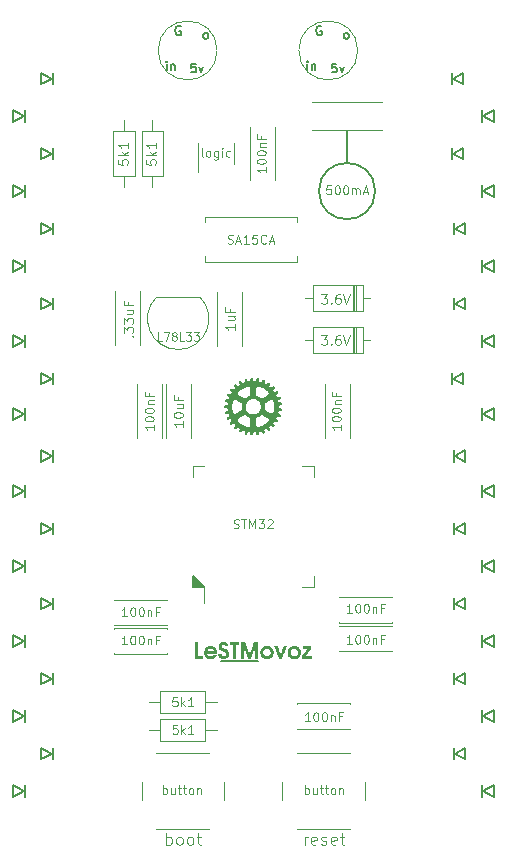
<source format=gbr>
%TF.GenerationSoftware,KiCad,Pcbnew,(7.0.0)*%
%TF.CreationDate,2024-04-29T17:19:58+02:00*%
%TF.ProjectId,LeSTMovoz revision,4c655354-4d6f-4766-9f7a-207265766973,rev?*%
%TF.SameCoordinates,Original*%
%TF.FileFunction,Legend,Top*%
%TF.FilePolarity,Positive*%
%FSLAX46Y46*%
G04 Gerber Fmt 4.6, Leading zero omitted, Abs format (unit mm)*
G04 Created by KiCad (PCBNEW (7.0.0)) date 2024-04-29 17:19:58*
%MOMM*%
%LPD*%
G01*
G04 APERTURE LIST*
%ADD10C,0.150000*%
%ADD11C,0.125000*%
%ADD12C,0.120000*%
G04 APERTURE END LIST*
D10*
G36*
X141096250Y-74778597D02*
G01*
X140146250Y-74778597D01*
X140146250Y-73828597D01*
X141096250Y-74778597D01*
G37*
X141096250Y-74778597D02*
X140146250Y-74778597D01*
X140146250Y-73828597D01*
X141096250Y-74778597D01*
X155575000Y-41275000D02*
G75*
G03*
X155575000Y-41275000I-2381250J0D01*
G01*
X153193750Y-38893750D02*
X153193750Y-36116000D01*
X142500000Y-81062500D02*
X145700000Y-81062500D01*
D11*
X138812068Y-84147481D02*
X138454925Y-84147481D01*
X138454925Y-84147481D02*
X138419211Y-84504624D01*
X138419211Y-84504624D02*
X138454925Y-84468910D01*
X138454925Y-84468910D02*
X138526354Y-84433196D01*
X138526354Y-84433196D02*
X138704925Y-84433196D01*
X138704925Y-84433196D02*
X138776354Y-84468910D01*
X138776354Y-84468910D02*
X138812068Y-84504624D01*
X138812068Y-84504624D02*
X138847782Y-84576053D01*
X138847782Y-84576053D02*
X138847782Y-84754624D01*
X138847782Y-84754624D02*
X138812068Y-84826053D01*
X138812068Y-84826053D02*
X138776354Y-84861767D01*
X138776354Y-84861767D02*
X138704925Y-84897481D01*
X138704925Y-84897481D02*
X138526354Y-84897481D01*
X138526354Y-84897481D02*
X138454925Y-84861767D01*
X138454925Y-84861767D02*
X138419211Y-84826053D01*
X139169211Y-84897481D02*
X139169211Y-84147481D01*
X139240640Y-84611767D02*
X139454925Y-84897481D01*
X139454925Y-84397481D02*
X139169211Y-84683196D01*
X140169211Y-84897481D02*
X139740640Y-84897481D01*
X139954925Y-84897481D02*
X139954925Y-84147481D01*
X139954925Y-84147481D02*
X139883497Y-84254624D01*
X139883497Y-84254624D02*
X139812068Y-84326053D01*
X139812068Y-84326053D02*
X139740640Y-84361767D01*
X151836607Y-40800535D02*
X151479464Y-40800535D01*
X151479464Y-40800535D02*
X151443750Y-41157678D01*
X151443750Y-41157678D02*
X151479464Y-41121964D01*
X151479464Y-41121964D02*
X151550893Y-41086250D01*
X151550893Y-41086250D02*
X151729464Y-41086250D01*
X151729464Y-41086250D02*
X151800893Y-41121964D01*
X151800893Y-41121964D02*
X151836607Y-41157678D01*
X151836607Y-41157678D02*
X151872321Y-41229107D01*
X151872321Y-41229107D02*
X151872321Y-41407678D01*
X151872321Y-41407678D02*
X151836607Y-41479107D01*
X151836607Y-41479107D02*
X151800893Y-41514821D01*
X151800893Y-41514821D02*
X151729464Y-41550535D01*
X151729464Y-41550535D02*
X151550893Y-41550535D01*
X151550893Y-41550535D02*
X151479464Y-41514821D01*
X151479464Y-41514821D02*
X151443750Y-41479107D01*
X152336607Y-40800535D02*
X152408036Y-40800535D01*
X152408036Y-40800535D02*
X152479464Y-40836250D01*
X152479464Y-40836250D02*
X152515179Y-40871964D01*
X152515179Y-40871964D02*
X152550893Y-40943392D01*
X152550893Y-40943392D02*
X152586607Y-41086250D01*
X152586607Y-41086250D02*
X152586607Y-41264821D01*
X152586607Y-41264821D02*
X152550893Y-41407678D01*
X152550893Y-41407678D02*
X152515179Y-41479107D01*
X152515179Y-41479107D02*
X152479464Y-41514821D01*
X152479464Y-41514821D02*
X152408036Y-41550535D01*
X152408036Y-41550535D02*
X152336607Y-41550535D01*
X152336607Y-41550535D02*
X152265179Y-41514821D01*
X152265179Y-41514821D02*
X152229464Y-41479107D01*
X152229464Y-41479107D02*
X152193750Y-41407678D01*
X152193750Y-41407678D02*
X152158036Y-41264821D01*
X152158036Y-41264821D02*
X152158036Y-41086250D01*
X152158036Y-41086250D02*
X152193750Y-40943392D01*
X152193750Y-40943392D02*
X152229464Y-40871964D01*
X152229464Y-40871964D02*
X152265179Y-40836250D01*
X152265179Y-40836250D02*
X152336607Y-40800535D01*
X153050893Y-40800535D02*
X153122322Y-40800535D01*
X153122322Y-40800535D02*
X153193750Y-40836250D01*
X153193750Y-40836250D02*
X153229465Y-40871964D01*
X153229465Y-40871964D02*
X153265179Y-40943392D01*
X153265179Y-40943392D02*
X153300893Y-41086250D01*
X153300893Y-41086250D02*
X153300893Y-41264821D01*
X153300893Y-41264821D02*
X153265179Y-41407678D01*
X153265179Y-41407678D02*
X153229465Y-41479107D01*
X153229465Y-41479107D02*
X153193750Y-41514821D01*
X153193750Y-41514821D02*
X153122322Y-41550535D01*
X153122322Y-41550535D02*
X153050893Y-41550535D01*
X153050893Y-41550535D02*
X152979465Y-41514821D01*
X152979465Y-41514821D02*
X152943750Y-41479107D01*
X152943750Y-41479107D02*
X152908036Y-41407678D01*
X152908036Y-41407678D02*
X152872322Y-41264821D01*
X152872322Y-41264821D02*
X152872322Y-41086250D01*
X152872322Y-41086250D02*
X152908036Y-40943392D01*
X152908036Y-40943392D02*
X152943750Y-40871964D01*
X152943750Y-40871964D02*
X152979465Y-40836250D01*
X152979465Y-40836250D02*
X153050893Y-40800535D01*
X153622322Y-41550535D02*
X153622322Y-41050535D01*
X153622322Y-41121964D02*
X153658036Y-41086250D01*
X153658036Y-41086250D02*
X153729465Y-41050535D01*
X153729465Y-41050535D02*
X153836608Y-41050535D01*
X153836608Y-41050535D02*
X153908036Y-41086250D01*
X153908036Y-41086250D02*
X153943751Y-41157678D01*
X153943751Y-41157678D02*
X153943751Y-41550535D01*
X153943751Y-41157678D02*
X153979465Y-41086250D01*
X153979465Y-41086250D02*
X154050893Y-41050535D01*
X154050893Y-41050535D02*
X154158036Y-41050535D01*
X154158036Y-41050535D02*
X154229465Y-41086250D01*
X154229465Y-41086250D02*
X154265179Y-41157678D01*
X154265179Y-41157678D02*
X154265179Y-41550535D01*
X154586608Y-41336250D02*
X154943751Y-41336250D01*
X154515179Y-41550535D02*
X154765179Y-40800535D01*
X154765179Y-40800535D02*
X155015179Y-41550535D01*
X136218904Y-38614285D02*
X136218904Y-38995237D01*
X136218904Y-38995237D02*
X136599857Y-39033333D01*
X136599857Y-39033333D02*
X136561761Y-38995237D01*
X136561761Y-38995237D02*
X136523666Y-38919047D01*
X136523666Y-38919047D02*
X136523666Y-38728571D01*
X136523666Y-38728571D02*
X136561761Y-38652380D01*
X136561761Y-38652380D02*
X136599857Y-38614285D01*
X136599857Y-38614285D02*
X136676047Y-38576190D01*
X136676047Y-38576190D02*
X136866523Y-38576190D01*
X136866523Y-38576190D02*
X136942714Y-38614285D01*
X136942714Y-38614285D02*
X136980809Y-38652380D01*
X136980809Y-38652380D02*
X137018904Y-38728571D01*
X137018904Y-38728571D02*
X137018904Y-38919047D01*
X137018904Y-38919047D02*
X136980809Y-38995237D01*
X136980809Y-38995237D02*
X136942714Y-39033333D01*
X137018904Y-38233332D02*
X136218904Y-38233332D01*
X136714142Y-38157142D02*
X137018904Y-37928570D01*
X136485571Y-37928570D02*
X136790333Y-38233332D01*
X137018904Y-37166666D02*
X137018904Y-37623809D01*
X137018904Y-37395237D02*
X136218904Y-37395237D01*
X136218904Y-37395237D02*
X136333190Y-37471428D01*
X136333190Y-37471428D02*
X136409380Y-37547618D01*
X136409380Y-37547618D02*
X136447476Y-37623809D01*
X151010889Y-49998392D02*
X151506127Y-49998392D01*
X151506127Y-49998392D02*
X151239461Y-50303154D01*
X151239461Y-50303154D02*
X151353746Y-50303154D01*
X151353746Y-50303154D02*
X151429937Y-50341249D01*
X151429937Y-50341249D02*
X151468032Y-50379345D01*
X151468032Y-50379345D02*
X151506127Y-50455535D01*
X151506127Y-50455535D02*
X151506127Y-50646011D01*
X151506127Y-50646011D02*
X151468032Y-50722202D01*
X151468032Y-50722202D02*
X151429937Y-50760297D01*
X151429937Y-50760297D02*
X151353746Y-50798392D01*
X151353746Y-50798392D02*
X151125175Y-50798392D01*
X151125175Y-50798392D02*
X151048984Y-50760297D01*
X151048984Y-50760297D02*
X151010889Y-50722202D01*
X151848985Y-50722202D02*
X151887080Y-50760297D01*
X151887080Y-50760297D02*
X151848985Y-50798392D01*
X151848985Y-50798392D02*
X151810889Y-50760297D01*
X151810889Y-50760297D02*
X151848985Y-50722202D01*
X151848985Y-50722202D02*
X151848985Y-50798392D01*
X152572794Y-49998392D02*
X152420413Y-49998392D01*
X152420413Y-49998392D02*
X152344222Y-50036488D01*
X152344222Y-50036488D02*
X152306127Y-50074583D01*
X152306127Y-50074583D02*
X152229937Y-50188868D01*
X152229937Y-50188868D02*
X152191841Y-50341249D01*
X152191841Y-50341249D02*
X152191841Y-50646011D01*
X152191841Y-50646011D02*
X152229937Y-50722202D01*
X152229937Y-50722202D02*
X152268032Y-50760297D01*
X152268032Y-50760297D02*
X152344222Y-50798392D01*
X152344222Y-50798392D02*
X152496603Y-50798392D01*
X152496603Y-50798392D02*
X152572794Y-50760297D01*
X152572794Y-50760297D02*
X152610889Y-50722202D01*
X152610889Y-50722202D02*
X152648984Y-50646011D01*
X152648984Y-50646011D02*
X152648984Y-50455535D01*
X152648984Y-50455535D02*
X152610889Y-50379345D01*
X152610889Y-50379345D02*
X152572794Y-50341249D01*
X152572794Y-50341249D02*
X152496603Y-50303154D01*
X152496603Y-50303154D02*
X152344222Y-50303154D01*
X152344222Y-50303154D02*
X152268032Y-50341249D01*
X152268032Y-50341249D02*
X152229937Y-50379345D01*
X152229937Y-50379345D02*
X152191841Y-50455535D01*
X152877556Y-49998392D02*
X153144223Y-50798392D01*
X153144223Y-50798392D02*
X153410889Y-49998392D01*
X149599073Y-96611130D02*
X149599073Y-95944464D01*
X149599073Y-96134940D02*
X149646692Y-96039702D01*
X149646692Y-96039702D02*
X149694311Y-95992083D01*
X149694311Y-95992083D02*
X149789549Y-95944464D01*
X149789549Y-95944464D02*
X149884787Y-95944464D01*
X150599073Y-96563511D02*
X150503835Y-96611130D01*
X150503835Y-96611130D02*
X150313359Y-96611130D01*
X150313359Y-96611130D02*
X150218121Y-96563511D01*
X150218121Y-96563511D02*
X150170502Y-96468273D01*
X150170502Y-96468273D02*
X150170502Y-96087321D01*
X150170502Y-96087321D02*
X150218121Y-95992083D01*
X150218121Y-95992083D02*
X150313359Y-95944464D01*
X150313359Y-95944464D02*
X150503835Y-95944464D01*
X150503835Y-95944464D02*
X150599073Y-95992083D01*
X150599073Y-95992083D02*
X150646692Y-96087321D01*
X150646692Y-96087321D02*
X150646692Y-96182559D01*
X150646692Y-96182559D02*
X150170502Y-96277797D01*
X151027645Y-96563511D02*
X151122883Y-96611130D01*
X151122883Y-96611130D02*
X151313359Y-96611130D01*
X151313359Y-96611130D02*
X151408597Y-96563511D01*
X151408597Y-96563511D02*
X151456216Y-96468273D01*
X151456216Y-96468273D02*
X151456216Y-96420654D01*
X151456216Y-96420654D02*
X151408597Y-96325416D01*
X151408597Y-96325416D02*
X151313359Y-96277797D01*
X151313359Y-96277797D02*
X151170502Y-96277797D01*
X151170502Y-96277797D02*
X151075264Y-96230178D01*
X151075264Y-96230178D02*
X151027645Y-96134940D01*
X151027645Y-96134940D02*
X151027645Y-96087321D01*
X151027645Y-96087321D02*
X151075264Y-95992083D01*
X151075264Y-95992083D02*
X151170502Y-95944464D01*
X151170502Y-95944464D02*
X151313359Y-95944464D01*
X151313359Y-95944464D02*
X151408597Y-95992083D01*
X152265740Y-96563511D02*
X152170502Y-96611130D01*
X152170502Y-96611130D02*
X151980026Y-96611130D01*
X151980026Y-96611130D02*
X151884788Y-96563511D01*
X151884788Y-96563511D02*
X151837169Y-96468273D01*
X151837169Y-96468273D02*
X151837169Y-96087321D01*
X151837169Y-96087321D02*
X151884788Y-95992083D01*
X151884788Y-95992083D02*
X151980026Y-95944464D01*
X151980026Y-95944464D02*
X152170502Y-95944464D01*
X152170502Y-95944464D02*
X152265740Y-95992083D01*
X152265740Y-95992083D02*
X152313359Y-96087321D01*
X152313359Y-96087321D02*
X152313359Y-96182559D01*
X152313359Y-96182559D02*
X151837169Y-96277797D01*
X152599074Y-95944464D02*
X152980026Y-95944464D01*
X152741931Y-95611130D02*
X152741931Y-96468273D01*
X152741931Y-96468273D02*
X152789550Y-96563511D01*
X152789550Y-96563511D02*
X152884788Y-96611130D01*
X152884788Y-96611130D02*
X152980026Y-96611130D01*
X153617729Y-79604690D02*
X153189158Y-79604690D01*
X153403443Y-79604690D02*
X153403443Y-78854690D01*
X153403443Y-78854690D02*
X153332015Y-78961833D01*
X153332015Y-78961833D02*
X153260586Y-79033262D01*
X153260586Y-79033262D02*
X153189158Y-79068976D01*
X154082015Y-78854690D02*
X154153444Y-78854690D01*
X154153444Y-78854690D02*
X154224872Y-78890405D01*
X154224872Y-78890405D02*
X154260587Y-78926119D01*
X154260587Y-78926119D02*
X154296301Y-78997547D01*
X154296301Y-78997547D02*
X154332015Y-79140405D01*
X154332015Y-79140405D02*
X154332015Y-79318976D01*
X154332015Y-79318976D02*
X154296301Y-79461833D01*
X154296301Y-79461833D02*
X154260587Y-79533262D01*
X154260587Y-79533262D02*
X154224872Y-79568976D01*
X154224872Y-79568976D02*
X154153444Y-79604690D01*
X154153444Y-79604690D02*
X154082015Y-79604690D01*
X154082015Y-79604690D02*
X154010587Y-79568976D01*
X154010587Y-79568976D02*
X153974872Y-79533262D01*
X153974872Y-79533262D02*
X153939158Y-79461833D01*
X153939158Y-79461833D02*
X153903444Y-79318976D01*
X153903444Y-79318976D02*
X153903444Y-79140405D01*
X153903444Y-79140405D02*
X153939158Y-78997547D01*
X153939158Y-78997547D02*
X153974872Y-78926119D01*
X153974872Y-78926119D02*
X154010587Y-78890405D01*
X154010587Y-78890405D02*
X154082015Y-78854690D01*
X154796301Y-78854690D02*
X154867730Y-78854690D01*
X154867730Y-78854690D02*
X154939158Y-78890405D01*
X154939158Y-78890405D02*
X154974873Y-78926119D01*
X154974873Y-78926119D02*
X155010587Y-78997547D01*
X155010587Y-78997547D02*
X155046301Y-79140405D01*
X155046301Y-79140405D02*
X155046301Y-79318976D01*
X155046301Y-79318976D02*
X155010587Y-79461833D01*
X155010587Y-79461833D02*
X154974873Y-79533262D01*
X154974873Y-79533262D02*
X154939158Y-79568976D01*
X154939158Y-79568976D02*
X154867730Y-79604690D01*
X154867730Y-79604690D02*
X154796301Y-79604690D01*
X154796301Y-79604690D02*
X154724873Y-79568976D01*
X154724873Y-79568976D02*
X154689158Y-79533262D01*
X154689158Y-79533262D02*
X154653444Y-79461833D01*
X154653444Y-79461833D02*
X154617730Y-79318976D01*
X154617730Y-79318976D02*
X154617730Y-79140405D01*
X154617730Y-79140405D02*
X154653444Y-78997547D01*
X154653444Y-78997547D02*
X154689158Y-78926119D01*
X154689158Y-78926119D02*
X154724873Y-78890405D01*
X154724873Y-78890405D02*
X154796301Y-78854690D01*
X155367730Y-79104690D02*
X155367730Y-79604690D01*
X155367730Y-79176119D02*
X155403444Y-79140405D01*
X155403444Y-79140405D02*
X155474873Y-79104690D01*
X155474873Y-79104690D02*
X155582016Y-79104690D01*
X155582016Y-79104690D02*
X155653444Y-79140405D01*
X155653444Y-79140405D02*
X155689159Y-79211833D01*
X155689159Y-79211833D02*
X155689159Y-79604690D01*
X156296301Y-79211833D02*
X156046301Y-79211833D01*
X156046301Y-79604690D02*
X156046301Y-78854690D01*
X156046301Y-78854690D02*
X156403444Y-78854690D01*
X143613392Y-69780328D02*
X143720535Y-69816042D01*
X143720535Y-69816042D02*
X143899106Y-69816042D01*
X143899106Y-69816042D02*
X143970535Y-69780328D01*
X143970535Y-69780328D02*
X144006249Y-69744614D01*
X144006249Y-69744614D02*
X144041963Y-69673185D01*
X144041963Y-69673185D02*
X144041963Y-69601757D01*
X144041963Y-69601757D02*
X144006249Y-69530328D01*
X144006249Y-69530328D02*
X143970535Y-69494614D01*
X143970535Y-69494614D02*
X143899106Y-69458899D01*
X143899106Y-69458899D02*
X143756249Y-69423185D01*
X143756249Y-69423185D02*
X143684820Y-69387471D01*
X143684820Y-69387471D02*
X143649106Y-69351757D01*
X143649106Y-69351757D02*
X143613392Y-69280328D01*
X143613392Y-69280328D02*
X143613392Y-69208899D01*
X143613392Y-69208899D02*
X143649106Y-69137471D01*
X143649106Y-69137471D02*
X143684820Y-69101757D01*
X143684820Y-69101757D02*
X143756249Y-69066042D01*
X143756249Y-69066042D02*
X143934820Y-69066042D01*
X143934820Y-69066042D02*
X144041963Y-69101757D01*
X144256249Y-69066042D02*
X144684821Y-69066042D01*
X144470535Y-69816042D02*
X144470535Y-69066042D01*
X144934821Y-69816042D02*
X144934821Y-69066042D01*
X144934821Y-69066042D02*
X145184821Y-69601757D01*
X145184821Y-69601757D02*
X145434821Y-69066042D01*
X145434821Y-69066042D02*
X145434821Y-69816042D01*
X145720535Y-69066042D02*
X146184821Y-69066042D01*
X146184821Y-69066042D02*
X145934821Y-69351757D01*
X145934821Y-69351757D02*
X146041964Y-69351757D01*
X146041964Y-69351757D02*
X146113393Y-69387471D01*
X146113393Y-69387471D02*
X146149107Y-69423185D01*
X146149107Y-69423185D02*
X146184821Y-69494614D01*
X146184821Y-69494614D02*
X146184821Y-69673185D01*
X146184821Y-69673185D02*
X146149107Y-69744614D01*
X146149107Y-69744614D02*
X146113393Y-69780328D01*
X146113393Y-69780328D02*
X146041964Y-69816042D01*
X146041964Y-69816042D02*
X145827678Y-69816042D01*
X145827678Y-69816042D02*
X145756250Y-69780328D01*
X145756250Y-69780328D02*
X145720535Y-69744614D01*
X146470536Y-69137471D02*
X146506250Y-69101757D01*
X146506250Y-69101757D02*
X146577679Y-69066042D01*
X146577679Y-69066042D02*
X146756250Y-69066042D01*
X146756250Y-69066042D02*
X146827679Y-69101757D01*
X146827679Y-69101757D02*
X146863393Y-69137471D01*
X146863393Y-69137471D02*
X146899107Y-69208899D01*
X146899107Y-69208899D02*
X146899107Y-69280328D01*
X146899107Y-69280328D02*
X146863393Y-69387471D01*
X146863393Y-69387471D02*
X146434821Y-69816042D01*
X146434821Y-69816042D02*
X146899107Y-69816042D01*
X143689293Y-52568178D02*
X143689293Y-53025321D01*
X143689293Y-52796749D02*
X142889293Y-52796749D01*
X142889293Y-52796749D02*
X143003579Y-52872940D01*
X143003579Y-52872940D02*
X143079769Y-52949130D01*
X143079769Y-52949130D02*
X143117865Y-53025321D01*
X143155960Y-51882463D02*
X143689293Y-51882463D01*
X143155960Y-52225320D02*
X143575008Y-52225320D01*
X143575008Y-52225320D02*
X143651198Y-52187225D01*
X143651198Y-52187225D02*
X143689293Y-52111035D01*
X143689293Y-52111035D02*
X143689293Y-51996749D01*
X143689293Y-51996749D02*
X143651198Y-51920558D01*
X143651198Y-51920558D02*
X143613103Y-51882463D01*
X143270246Y-51234844D02*
X143270246Y-51501510D01*
X143689293Y-51501510D02*
X142889293Y-51501510D01*
X142889293Y-51501510D02*
X142889293Y-51120558D01*
X134570535Y-79660315D02*
X134141964Y-79660315D01*
X134356249Y-79660315D02*
X134356249Y-78910315D01*
X134356249Y-78910315D02*
X134284821Y-79017458D01*
X134284821Y-79017458D02*
X134213392Y-79088887D01*
X134213392Y-79088887D02*
X134141964Y-79124601D01*
X135034821Y-78910315D02*
X135106250Y-78910315D01*
X135106250Y-78910315D02*
X135177678Y-78946030D01*
X135177678Y-78946030D02*
X135213393Y-78981744D01*
X135213393Y-78981744D02*
X135249107Y-79053172D01*
X135249107Y-79053172D02*
X135284821Y-79196030D01*
X135284821Y-79196030D02*
X135284821Y-79374601D01*
X135284821Y-79374601D02*
X135249107Y-79517458D01*
X135249107Y-79517458D02*
X135213393Y-79588887D01*
X135213393Y-79588887D02*
X135177678Y-79624601D01*
X135177678Y-79624601D02*
X135106250Y-79660315D01*
X135106250Y-79660315D02*
X135034821Y-79660315D01*
X135034821Y-79660315D02*
X134963393Y-79624601D01*
X134963393Y-79624601D02*
X134927678Y-79588887D01*
X134927678Y-79588887D02*
X134891964Y-79517458D01*
X134891964Y-79517458D02*
X134856250Y-79374601D01*
X134856250Y-79374601D02*
X134856250Y-79196030D01*
X134856250Y-79196030D02*
X134891964Y-79053172D01*
X134891964Y-79053172D02*
X134927678Y-78981744D01*
X134927678Y-78981744D02*
X134963393Y-78946030D01*
X134963393Y-78946030D02*
X135034821Y-78910315D01*
X135749107Y-78910315D02*
X135820536Y-78910315D01*
X135820536Y-78910315D02*
X135891964Y-78946030D01*
X135891964Y-78946030D02*
X135927679Y-78981744D01*
X135927679Y-78981744D02*
X135963393Y-79053172D01*
X135963393Y-79053172D02*
X135999107Y-79196030D01*
X135999107Y-79196030D02*
X135999107Y-79374601D01*
X135999107Y-79374601D02*
X135963393Y-79517458D01*
X135963393Y-79517458D02*
X135927679Y-79588887D01*
X135927679Y-79588887D02*
X135891964Y-79624601D01*
X135891964Y-79624601D02*
X135820536Y-79660315D01*
X135820536Y-79660315D02*
X135749107Y-79660315D01*
X135749107Y-79660315D02*
X135677679Y-79624601D01*
X135677679Y-79624601D02*
X135641964Y-79588887D01*
X135641964Y-79588887D02*
X135606250Y-79517458D01*
X135606250Y-79517458D02*
X135570536Y-79374601D01*
X135570536Y-79374601D02*
X135570536Y-79196030D01*
X135570536Y-79196030D02*
X135606250Y-79053172D01*
X135606250Y-79053172D02*
X135641964Y-78981744D01*
X135641964Y-78981744D02*
X135677679Y-78946030D01*
X135677679Y-78946030D02*
X135749107Y-78910315D01*
X136320536Y-79160315D02*
X136320536Y-79660315D01*
X136320536Y-79231744D02*
X136356250Y-79196030D01*
X136356250Y-79196030D02*
X136427679Y-79160315D01*
X136427679Y-79160315D02*
X136534822Y-79160315D01*
X136534822Y-79160315D02*
X136606250Y-79196030D01*
X136606250Y-79196030D02*
X136641965Y-79267458D01*
X136641965Y-79267458D02*
X136641965Y-79660315D01*
X137249107Y-79267458D02*
X136999107Y-79267458D01*
X136999107Y-79660315D02*
X136999107Y-78910315D01*
X136999107Y-78910315D02*
X137356250Y-78910315D01*
X150067464Y-86149974D02*
X149638893Y-86149974D01*
X149853178Y-86149974D02*
X149853178Y-85399974D01*
X149853178Y-85399974D02*
X149781750Y-85507117D01*
X149781750Y-85507117D02*
X149710321Y-85578546D01*
X149710321Y-85578546D02*
X149638893Y-85614260D01*
X150531750Y-85399974D02*
X150603179Y-85399974D01*
X150603179Y-85399974D02*
X150674607Y-85435689D01*
X150674607Y-85435689D02*
X150710322Y-85471403D01*
X150710322Y-85471403D02*
X150746036Y-85542831D01*
X150746036Y-85542831D02*
X150781750Y-85685689D01*
X150781750Y-85685689D02*
X150781750Y-85864260D01*
X150781750Y-85864260D02*
X150746036Y-86007117D01*
X150746036Y-86007117D02*
X150710322Y-86078546D01*
X150710322Y-86078546D02*
X150674607Y-86114260D01*
X150674607Y-86114260D02*
X150603179Y-86149974D01*
X150603179Y-86149974D02*
X150531750Y-86149974D01*
X150531750Y-86149974D02*
X150460322Y-86114260D01*
X150460322Y-86114260D02*
X150424607Y-86078546D01*
X150424607Y-86078546D02*
X150388893Y-86007117D01*
X150388893Y-86007117D02*
X150353179Y-85864260D01*
X150353179Y-85864260D02*
X150353179Y-85685689D01*
X150353179Y-85685689D02*
X150388893Y-85542831D01*
X150388893Y-85542831D02*
X150424607Y-85471403D01*
X150424607Y-85471403D02*
X150460322Y-85435689D01*
X150460322Y-85435689D02*
X150531750Y-85399974D01*
X151246036Y-85399974D02*
X151317465Y-85399974D01*
X151317465Y-85399974D02*
X151388893Y-85435689D01*
X151388893Y-85435689D02*
X151424608Y-85471403D01*
X151424608Y-85471403D02*
X151460322Y-85542831D01*
X151460322Y-85542831D02*
X151496036Y-85685689D01*
X151496036Y-85685689D02*
X151496036Y-85864260D01*
X151496036Y-85864260D02*
X151460322Y-86007117D01*
X151460322Y-86007117D02*
X151424608Y-86078546D01*
X151424608Y-86078546D02*
X151388893Y-86114260D01*
X151388893Y-86114260D02*
X151317465Y-86149974D01*
X151317465Y-86149974D02*
X151246036Y-86149974D01*
X151246036Y-86149974D02*
X151174608Y-86114260D01*
X151174608Y-86114260D02*
X151138893Y-86078546D01*
X151138893Y-86078546D02*
X151103179Y-86007117D01*
X151103179Y-86007117D02*
X151067465Y-85864260D01*
X151067465Y-85864260D02*
X151067465Y-85685689D01*
X151067465Y-85685689D02*
X151103179Y-85542831D01*
X151103179Y-85542831D02*
X151138893Y-85471403D01*
X151138893Y-85471403D02*
X151174608Y-85435689D01*
X151174608Y-85435689D02*
X151246036Y-85399974D01*
X151817465Y-85649974D02*
X151817465Y-86149974D01*
X151817465Y-85721403D02*
X151853179Y-85685689D01*
X151853179Y-85685689D02*
X151924608Y-85649974D01*
X151924608Y-85649974D02*
X152031751Y-85649974D01*
X152031751Y-85649974D02*
X152103179Y-85685689D01*
X152103179Y-85685689D02*
X152138894Y-85757117D01*
X152138894Y-85757117D02*
X152138894Y-86149974D01*
X152746036Y-85757117D02*
X152496036Y-85757117D01*
X152496036Y-86149974D02*
X152496036Y-85399974D01*
X152496036Y-85399974D02*
X152853179Y-85399974D01*
X135019140Y-53558654D02*
X135057235Y-53520559D01*
X135057235Y-53520559D02*
X135095330Y-53558654D01*
X135095330Y-53558654D02*
X135057235Y-53596750D01*
X135057235Y-53596750D02*
X135019140Y-53558654D01*
X135019140Y-53558654D02*
X135095330Y-53558654D01*
X134295330Y-53253893D02*
X134295330Y-52758655D01*
X134295330Y-52758655D02*
X134600092Y-53025321D01*
X134600092Y-53025321D02*
X134600092Y-52911036D01*
X134600092Y-52911036D02*
X134638187Y-52834845D01*
X134638187Y-52834845D02*
X134676283Y-52796750D01*
X134676283Y-52796750D02*
X134752473Y-52758655D01*
X134752473Y-52758655D02*
X134942949Y-52758655D01*
X134942949Y-52758655D02*
X135019140Y-52796750D01*
X135019140Y-52796750D02*
X135057235Y-52834845D01*
X135057235Y-52834845D02*
X135095330Y-52911036D01*
X135095330Y-52911036D02*
X135095330Y-53139607D01*
X135095330Y-53139607D02*
X135057235Y-53215798D01*
X135057235Y-53215798D02*
X135019140Y-53253893D01*
X134295330Y-52491988D02*
X134295330Y-51996750D01*
X134295330Y-51996750D02*
X134600092Y-52263416D01*
X134600092Y-52263416D02*
X134600092Y-52149131D01*
X134600092Y-52149131D02*
X134638187Y-52072940D01*
X134638187Y-52072940D02*
X134676283Y-52034845D01*
X134676283Y-52034845D02*
X134752473Y-51996750D01*
X134752473Y-51996750D02*
X134942949Y-51996750D01*
X134942949Y-51996750D02*
X135019140Y-52034845D01*
X135019140Y-52034845D02*
X135057235Y-52072940D01*
X135057235Y-52072940D02*
X135095330Y-52149131D01*
X135095330Y-52149131D02*
X135095330Y-52377702D01*
X135095330Y-52377702D02*
X135057235Y-52453893D01*
X135057235Y-52453893D02*
X135019140Y-52491988D01*
X134561997Y-51311035D02*
X135095330Y-51311035D01*
X134561997Y-51653892D02*
X134981045Y-51653892D01*
X134981045Y-51653892D02*
X135057235Y-51615797D01*
X135057235Y-51615797D02*
X135095330Y-51539607D01*
X135095330Y-51539607D02*
X135095330Y-51425321D01*
X135095330Y-51425321D02*
X135057235Y-51349130D01*
X135057235Y-51349130D02*
X135019140Y-51311035D01*
X134676283Y-50663416D02*
X134676283Y-50930082D01*
X135095330Y-50930082D02*
X134295330Y-50930082D01*
X134295330Y-50930082D02*
X134295330Y-50549130D01*
X149644519Y-92327885D02*
X149644519Y-91577885D01*
X149644519Y-91863600D02*
X149715948Y-91827885D01*
X149715948Y-91827885D02*
X149858805Y-91827885D01*
X149858805Y-91827885D02*
X149930233Y-91863600D01*
X149930233Y-91863600D02*
X149965948Y-91899314D01*
X149965948Y-91899314D02*
X150001662Y-91970742D01*
X150001662Y-91970742D02*
X150001662Y-92185028D01*
X150001662Y-92185028D02*
X149965948Y-92256457D01*
X149965948Y-92256457D02*
X149930233Y-92292171D01*
X149930233Y-92292171D02*
X149858805Y-92327885D01*
X149858805Y-92327885D02*
X149715948Y-92327885D01*
X149715948Y-92327885D02*
X149644519Y-92292171D01*
X150644519Y-91827885D02*
X150644519Y-92327885D01*
X150323090Y-91827885D02*
X150323090Y-92220742D01*
X150323090Y-92220742D02*
X150358804Y-92292171D01*
X150358804Y-92292171D02*
X150430233Y-92327885D01*
X150430233Y-92327885D02*
X150537376Y-92327885D01*
X150537376Y-92327885D02*
X150608804Y-92292171D01*
X150608804Y-92292171D02*
X150644519Y-92256457D01*
X150894518Y-91827885D02*
X151180232Y-91827885D01*
X151001661Y-91577885D02*
X151001661Y-92220742D01*
X151001661Y-92220742D02*
X151037375Y-92292171D01*
X151037375Y-92292171D02*
X151108804Y-92327885D01*
X151108804Y-92327885D02*
X151180232Y-92327885D01*
X151323089Y-91827885D02*
X151608803Y-91827885D01*
X151430232Y-91577885D02*
X151430232Y-92220742D01*
X151430232Y-92220742D02*
X151465946Y-92292171D01*
X151465946Y-92292171D02*
X151537375Y-92327885D01*
X151537375Y-92327885D02*
X151608803Y-92327885D01*
X151965946Y-92327885D02*
X151894517Y-92292171D01*
X151894517Y-92292171D02*
X151858803Y-92256457D01*
X151858803Y-92256457D02*
X151823089Y-92185028D01*
X151823089Y-92185028D02*
X151823089Y-91970742D01*
X151823089Y-91970742D02*
X151858803Y-91899314D01*
X151858803Y-91899314D02*
X151894517Y-91863600D01*
X151894517Y-91863600D02*
X151965946Y-91827885D01*
X151965946Y-91827885D02*
X152073089Y-91827885D01*
X152073089Y-91827885D02*
X152144517Y-91863600D01*
X152144517Y-91863600D02*
X152180232Y-91899314D01*
X152180232Y-91899314D02*
X152215946Y-91970742D01*
X152215946Y-91970742D02*
X152215946Y-92185028D01*
X152215946Y-92185028D02*
X152180232Y-92256457D01*
X152180232Y-92256457D02*
X152144517Y-92292171D01*
X152144517Y-92292171D02*
X152073089Y-92327885D01*
X152073089Y-92327885D02*
X151965946Y-92327885D01*
X152537374Y-91827885D02*
X152537374Y-92327885D01*
X152537374Y-91899314D02*
X152573088Y-91863600D01*
X152573088Y-91863600D02*
X152644517Y-91827885D01*
X152644517Y-91827885D02*
X152751660Y-91827885D01*
X152751660Y-91827885D02*
X152823088Y-91863600D01*
X152823088Y-91863600D02*
X152858803Y-91935028D01*
X152858803Y-91935028D02*
X152858803Y-92327885D01*
X153620535Y-76959792D02*
X153191964Y-76959792D01*
X153406249Y-76959792D02*
X153406249Y-76209792D01*
X153406249Y-76209792D02*
X153334821Y-76316935D01*
X153334821Y-76316935D02*
X153263392Y-76388364D01*
X153263392Y-76388364D02*
X153191964Y-76424078D01*
X154084821Y-76209792D02*
X154156250Y-76209792D01*
X154156250Y-76209792D02*
X154227678Y-76245507D01*
X154227678Y-76245507D02*
X154263393Y-76281221D01*
X154263393Y-76281221D02*
X154299107Y-76352649D01*
X154299107Y-76352649D02*
X154334821Y-76495507D01*
X154334821Y-76495507D02*
X154334821Y-76674078D01*
X154334821Y-76674078D02*
X154299107Y-76816935D01*
X154299107Y-76816935D02*
X154263393Y-76888364D01*
X154263393Y-76888364D02*
X154227678Y-76924078D01*
X154227678Y-76924078D02*
X154156250Y-76959792D01*
X154156250Y-76959792D02*
X154084821Y-76959792D01*
X154084821Y-76959792D02*
X154013393Y-76924078D01*
X154013393Y-76924078D02*
X153977678Y-76888364D01*
X153977678Y-76888364D02*
X153941964Y-76816935D01*
X153941964Y-76816935D02*
X153906250Y-76674078D01*
X153906250Y-76674078D02*
X153906250Y-76495507D01*
X153906250Y-76495507D02*
X153941964Y-76352649D01*
X153941964Y-76352649D02*
X153977678Y-76281221D01*
X153977678Y-76281221D02*
X154013393Y-76245507D01*
X154013393Y-76245507D02*
X154084821Y-76209792D01*
X154799107Y-76209792D02*
X154870536Y-76209792D01*
X154870536Y-76209792D02*
X154941964Y-76245507D01*
X154941964Y-76245507D02*
X154977679Y-76281221D01*
X154977679Y-76281221D02*
X155013393Y-76352649D01*
X155013393Y-76352649D02*
X155049107Y-76495507D01*
X155049107Y-76495507D02*
X155049107Y-76674078D01*
X155049107Y-76674078D02*
X155013393Y-76816935D01*
X155013393Y-76816935D02*
X154977679Y-76888364D01*
X154977679Y-76888364D02*
X154941964Y-76924078D01*
X154941964Y-76924078D02*
X154870536Y-76959792D01*
X154870536Y-76959792D02*
X154799107Y-76959792D01*
X154799107Y-76959792D02*
X154727679Y-76924078D01*
X154727679Y-76924078D02*
X154691964Y-76888364D01*
X154691964Y-76888364D02*
X154656250Y-76816935D01*
X154656250Y-76816935D02*
X154620536Y-76674078D01*
X154620536Y-76674078D02*
X154620536Y-76495507D01*
X154620536Y-76495507D02*
X154656250Y-76352649D01*
X154656250Y-76352649D02*
X154691964Y-76281221D01*
X154691964Y-76281221D02*
X154727679Y-76245507D01*
X154727679Y-76245507D02*
X154799107Y-76209792D01*
X155370536Y-76459792D02*
X155370536Y-76959792D01*
X155370536Y-76531221D02*
X155406250Y-76495507D01*
X155406250Y-76495507D02*
X155477679Y-76459792D01*
X155477679Y-76459792D02*
X155584822Y-76459792D01*
X155584822Y-76459792D02*
X155656250Y-76495507D01*
X155656250Y-76495507D02*
X155691965Y-76566935D01*
X155691965Y-76566935D02*
X155691965Y-76959792D01*
X156299107Y-76566935D02*
X156049107Y-76566935D01*
X156049107Y-76959792D02*
X156049107Y-76209792D01*
X156049107Y-76209792D02*
X156406250Y-76209792D01*
X152658422Y-61054653D02*
X152658422Y-61483224D01*
X152658422Y-61268939D02*
X151908422Y-61268939D01*
X151908422Y-61268939D02*
X152015565Y-61340367D01*
X152015565Y-61340367D02*
X152086994Y-61411796D01*
X152086994Y-61411796D02*
X152122708Y-61483224D01*
X151908422Y-60590367D02*
X151908422Y-60518938D01*
X151908422Y-60518938D02*
X151944137Y-60447510D01*
X151944137Y-60447510D02*
X151979851Y-60411796D01*
X151979851Y-60411796D02*
X152051279Y-60376081D01*
X152051279Y-60376081D02*
X152194137Y-60340367D01*
X152194137Y-60340367D02*
X152372708Y-60340367D01*
X152372708Y-60340367D02*
X152515565Y-60376081D01*
X152515565Y-60376081D02*
X152586994Y-60411796D01*
X152586994Y-60411796D02*
X152622708Y-60447510D01*
X152622708Y-60447510D02*
X152658422Y-60518938D01*
X152658422Y-60518938D02*
X152658422Y-60590367D01*
X152658422Y-60590367D02*
X152622708Y-60661796D01*
X152622708Y-60661796D02*
X152586994Y-60697510D01*
X152586994Y-60697510D02*
X152515565Y-60733224D01*
X152515565Y-60733224D02*
X152372708Y-60768938D01*
X152372708Y-60768938D02*
X152194137Y-60768938D01*
X152194137Y-60768938D02*
X152051279Y-60733224D01*
X152051279Y-60733224D02*
X151979851Y-60697510D01*
X151979851Y-60697510D02*
X151944137Y-60661796D01*
X151944137Y-60661796D02*
X151908422Y-60590367D01*
X151908422Y-59876081D02*
X151908422Y-59804652D01*
X151908422Y-59804652D02*
X151944137Y-59733224D01*
X151944137Y-59733224D02*
X151979851Y-59697510D01*
X151979851Y-59697510D02*
X152051279Y-59661795D01*
X152051279Y-59661795D02*
X152194137Y-59626081D01*
X152194137Y-59626081D02*
X152372708Y-59626081D01*
X152372708Y-59626081D02*
X152515565Y-59661795D01*
X152515565Y-59661795D02*
X152586994Y-59697510D01*
X152586994Y-59697510D02*
X152622708Y-59733224D01*
X152622708Y-59733224D02*
X152658422Y-59804652D01*
X152658422Y-59804652D02*
X152658422Y-59876081D01*
X152658422Y-59876081D02*
X152622708Y-59947510D01*
X152622708Y-59947510D02*
X152586994Y-59983224D01*
X152586994Y-59983224D02*
X152515565Y-60018938D01*
X152515565Y-60018938D02*
X152372708Y-60054652D01*
X152372708Y-60054652D02*
X152194137Y-60054652D01*
X152194137Y-60054652D02*
X152051279Y-60018938D01*
X152051279Y-60018938D02*
X151979851Y-59983224D01*
X151979851Y-59983224D02*
X151944137Y-59947510D01*
X151944137Y-59947510D02*
X151908422Y-59876081D01*
X152158422Y-59304652D02*
X152658422Y-59304652D01*
X152229851Y-59304652D02*
X152194137Y-59268938D01*
X152194137Y-59268938D02*
X152158422Y-59197509D01*
X152158422Y-59197509D02*
X152158422Y-59090366D01*
X152158422Y-59090366D02*
X152194137Y-59018938D01*
X152194137Y-59018938D02*
X152265565Y-58983224D01*
X152265565Y-58983224D02*
X152658422Y-58983224D01*
X152265565Y-58376081D02*
X152265565Y-58626081D01*
X152658422Y-58626081D02*
X151908422Y-58626081D01*
X151908422Y-58626081D02*
X151908422Y-58268938D01*
X134570535Y-77269285D02*
X134141964Y-77269285D01*
X134356249Y-77269285D02*
X134356249Y-76519285D01*
X134356249Y-76519285D02*
X134284821Y-76626428D01*
X134284821Y-76626428D02*
X134213392Y-76697857D01*
X134213392Y-76697857D02*
X134141964Y-76733571D01*
X135034821Y-76519285D02*
X135106250Y-76519285D01*
X135106250Y-76519285D02*
X135177678Y-76555000D01*
X135177678Y-76555000D02*
X135213393Y-76590714D01*
X135213393Y-76590714D02*
X135249107Y-76662142D01*
X135249107Y-76662142D02*
X135284821Y-76805000D01*
X135284821Y-76805000D02*
X135284821Y-76983571D01*
X135284821Y-76983571D02*
X135249107Y-77126428D01*
X135249107Y-77126428D02*
X135213393Y-77197857D01*
X135213393Y-77197857D02*
X135177678Y-77233571D01*
X135177678Y-77233571D02*
X135106250Y-77269285D01*
X135106250Y-77269285D02*
X135034821Y-77269285D01*
X135034821Y-77269285D02*
X134963393Y-77233571D01*
X134963393Y-77233571D02*
X134927678Y-77197857D01*
X134927678Y-77197857D02*
X134891964Y-77126428D01*
X134891964Y-77126428D02*
X134856250Y-76983571D01*
X134856250Y-76983571D02*
X134856250Y-76805000D01*
X134856250Y-76805000D02*
X134891964Y-76662142D01*
X134891964Y-76662142D02*
X134927678Y-76590714D01*
X134927678Y-76590714D02*
X134963393Y-76555000D01*
X134963393Y-76555000D02*
X135034821Y-76519285D01*
X135749107Y-76519285D02*
X135820536Y-76519285D01*
X135820536Y-76519285D02*
X135891964Y-76555000D01*
X135891964Y-76555000D02*
X135927679Y-76590714D01*
X135927679Y-76590714D02*
X135963393Y-76662142D01*
X135963393Y-76662142D02*
X135999107Y-76805000D01*
X135999107Y-76805000D02*
X135999107Y-76983571D01*
X135999107Y-76983571D02*
X135963393Y-77126428D01*
X135963393Y-77126428D02*
X135927679Y-77197857D01*
X135927679Y-77197857D02*
X135891964Y-77233571D01*
X135891964Y-77233571D02*
X135820536Y-77269285D01*
X135820536Y-77269285D02*
X135749107Y-77269285D01*
X135749107Y-77269285D02*
X135677679Y-77233571D01*
X135677679Y-77233571D02*
X135641964Y-77197857D01*
X135641964Y-77197857D02*
X135606250Y-77126428D01*
X135606250Y-77126428D02*
X135570536Y-76983571D01*
X135570536Y-76983571D02*
X135570536Y-76805000D01*
X135570536Y-76805000D02*
X135606250Y-76662142D01*
X135606250Y-76662142D02*
X135641964Y-76590714D01*
X135641964Y-76590714D02*
X135677679Y-76555000D01*
X135677679Y-76555000D02*
X135749107Y-76519285D01*
X136320536Y-76769285D02*
X136320536Y-77269285D01*
X136320536Y-76840714D02*
X136356250Y-76805000D01*
X136356250Y-76805000D02*
X136427679Y-76769285D01*
X136427679Y-76769285D02*
X136534822Y-76769285D01*
X136534822Y-76769285D02*
X136606250Y-76805000D01*
X136606250Y-76805000D02*
X136641965Y-76876428D01*
X136641965Y-76876428D02*
X136641965Y-77269285D01*
X137249107Y-76876428D02*
X136999107Y-76876428D01*
X136999107Y-77269285D02*
X136999107Y-76519285D01*
X136999107Y-76519285D02*
X137356250Y-76519285D01*
X140991965Y-38375535D02*
X140920536Y-38339821D01*
X140920536Y-38339821D02*
X140884822Y-38268392D01*
X140884822Y-38268392D02*
X140884822Y-37625535D01*
X141384822Y-38375535D02*
X141313393Y-38339821D01*
X141313393Y-38339821D02*
X141277679Y-38304107D01*
X141277679Y-38304107D02*
X141241965Y-38232678D01*
X141241965Y-38232678D02*
X141241965Y-38018392D01*
X141241965Y-38018392D02*
X141277679Y-37946964D01*
X141277679Y-37946964D02*
X141313393Y-37911250D01*
X141313393Y-37911250D02*
X141384822Y-37875535D01*
X141384822Y-37875535D02*
X141491965Y-37875535D01*
X141491965Y-37875535D02*
X141563393Y-37911250D01*
X141563393Y-37911250D02*
X141599108Y-37946964D01*
X141599108Y-37946964D02*
X141634822Y-38018392D01*
X141634822Y-38018392D02*
X141634822Y-38232678D01*
X141634822Y-38232678D02*
X141599108Y-38304107D01*
X141599108Y-38304107D02*
X141563393Y-38339821D01*
X141563393Y-38339821D02*
X141491965Y-38375535D01*
X141491965Y-38375535D02*
X141384822Y-38375535D01*
X142277679Y-37875535D02*
X142277679Y-38482678D01*
X142277679Y-38482678D02*
X142241964Y-38554107D01*
X142241964Y-38554107D02*
X142206250Y-38589821D01*
X142206250Y-38589821D02*
X142134821Y-38625535D01*
X142134821Y-38625535D02*
X142027679Y-38625535D01*
X142027679Y-38625535D02*
X141956250Y-38589821D01*
X142277679Y-38339821D02*
X142206250Y-38375535D01*
X142206250Y-38375535D02*
X142063393Y-38375535D01*
X142063393Y-38375535D02*
X141991964Y-38339821D01*
X141991964Y-38339821D02*
X141956250Y-38304107D01*
X141956250Y-38304107D02*
X141920536Y-38232678D01*
X141920536Y-38232678D02*
X141920536Y-38018392D01*
X141920536Y-38018392D02*
X141956250Y-37946964D01*
X141956250Y-37946964D02*
X141991964Y-37911250D01*
X141991964Y-37911250D02*
X142063393Y-37875535D01*
X142063393Y-37875535D02*
X142206250Y-37875535D01*
X142206250Y-37875535D02*
X142277679Y-37911250D01*
X142634821Y-38375535D02*
X142634821Y-37875535D01*
X142634821Y-37625535D02*
X142599107Y-37661250D01*
X142599107Y-37661250D02*
X142634821Y-37696964D01*
X142634821Y-37696964D02*
X142670535Y-37661250D01*
X142670535Y-37661250D02*
X142634821Y-37625535D01*
X142634821Y-37625535D02*
X142634821Y-37696964D01*
X143313393Y-38339821D02*
X143241964Y-38375535D01*
X143241964Y-38375535D02*
X143099107Y-38375535D01*
X143099107Y-38375535D02*
X143027678Y-38339821D01*
X143027678Y-38339821D02*
X142991964Y-38304107D01*
X142991964Y-38304107D02*
X142956250Y-38232678D01*
X142956250Y-38232678D02*
X142956250Y-38018392D01*
X142956250Y-38018392D02*
X142991964Y-37946964D01*
X142991964Y-37946964D02*
X143027678Y-37911250D01*
X143027678Y-37911250D02*
X143099107Y-37875535D01*
X143099107Y-37875535D02*
X143241964Y-37875535D01*
X143241964Y-37875535D02*
X143313393Y-37911250D01*
X137617201Y-92350535D02*
X137617201Y-91600535D01*
X137617201Y-91886250D02*
X137688630Y-91850535D01*
X137688630Y-91850535D02*
X137831487Y-91850535D01*
X137831487Y-91850535D02*
X137902915Y-91886250D01*
X137902915Y-91886250D02*
X137938630Y-91921964D01*
X137938630Y-91921964D02*
X137974344Y-91993392D01*
X137974344Y-91993392D02*
X137974344Y-92207678D01*
X137974344Y-92207678D02*
X137938630Y-92279107D01*
X137938630Y-92279107D02*
X137902915Y-92314821D01*
X137902915Y-92314821D02*
X137831487Y-92350535D01*
X137831487Y-92350535D02*
X137688630Y-92350535D01*
X137688630Y-92350535D02*
X137617201Y-92314821D01*
X138617201Y-91850535D02*
X138617201Y-92350535D01*
X138295772Y-91850535D02*
X138295772Y-92243392D01*
X138295772Y-92243392D02*
X138331486Y-92314821D01*
X138331486Y-92314821D02*
X138402915Y-92350535D01*
X138402915Y-92350535D02*
X138510058Y-92350535D01*
X138510058Y-92350535D02*
X138581486Y-92314821D01*
X138581486Y-92314821D02*
X138617201Y-92279107D01*
X138867200Y-91850535D02*
X139152914Y-91850535D01*
X138974343Y-91600535D02*
X138974343Y-92243392D01*
X138974343Y-92243392D02*
X139010057Y-92314821D01*
X139010057Y-92314821D02*
X139081486Y-92350535D01*
X139081486Y-92350535D02*
X139152914Y-92350535D01*
X139295771Y-91850535D02*
X139581485Y-91850535D01*
X139402914Y-91600535D02*
X139402914Y-92243392D01*
X139402914Y-92243392D02*
X139438628Y-92314821D01*
X139438628Y-92314821D02*
X139510057Y-92350535D01*
X139510057Y-92350535D02*
X139581485Y-92350535D01*
X139938628Y-92350535D02*
X139867199Y-92314821D01*
X139867199Y-92314821D02*
X139831485Y-92279107D01*
X139831485Y-92279107D02*
X139795771Y-92207678D01*
X139795771Y-92207678D02*
X139795771Y-91993392D01*
X139795771Y-91993392D02*
X139831485Y-91921964D01*
X139831485Y-91921964D02*
X139867199Y-91886250D01*
X139867199Y-91886250D02*
X139938628Y-91850535D01*
X139938628Y-91850535D02*
X140045771Y-91850535D01*
X140045771Y-91850535D02*
X140117199Y-91886250D01*
X140117199Y-91886250D02*
X140152914Y-91921964D01*
X140152914Y-91921964D02*
X140188628Y-91993392D01*
X140188628Y-91993392D02*
X140188628Y-92207678D01*
X140188628Y-92207678D02*
X140152914Y-92279107D01*
X140152914Y-92279107D02*
X140117199Y-92314821D01*
X140117199Y-92314821D02*
X140045771Y-92350535D01*
X140045771Y-92350535D02*
X139938628Y-92350535D01*
X140510056Y-91850535D02*
X140510056Y-92350535D01*
X140510056Y-91921964D02*
X140545770Y-91886250D01*
X140545770Y-91886250D02*
X140617199Y-91850535D01*
X140617199Y-91850535D02*
X140724342Y-91850535D01*
X140724342Y-91850535D02*
X140795770Y-91886250D01*
X140795770Y-91886250D02*
X140831485Y-91957678D01*
X140831485Y-91957678D02*
X140831485Y-92350535D01*
X137896733Y-96611130D02*
X137896733Y-95611130D01*
X137896733Y-95992083D02*
X137991971Y-95944464D01*
X137991971Y-95944464D02*
X138182447Y-95944464D01*
X138182447Y-95944464D02*
X138277685Y-95992083D01*
X138277685Y-95992083D02*
X138325304Y-96039702D01*
X138325304Y-96039702D02*
X138372923Y-96134940D01*
X138372923Y-96134940D02*
X138372923Y-96420654D01*
X138372923Y-96420654D02*
X138325304Y-96515892D01*
X138325304Y-96515892D02*
X138277685Y-96563511D01*
X138277685Y-96563511D02*
X138182447Y-96611130D01*
X138182447Y-96611130D02*
X137991971Y-96611130D01*
X137991971Y-96611130D02*
X137896733Y-96563511D01*
X138944352Y-96611130D02*
X138849114Y-96563511D01*
X138849114Y-96563511D02*
X138801495Y-96515892D01*
X138801495Y-96515892D02*
X138753876Y-96420654D01*
X138753876Y-96420654D02*
X138753876Y-96134940D01*
X138753876Y-96134940D02*
X138801495Y-96039702D01*
X138801495Y-96039702D02*
X138849114Y-95992083D01*
X138849114Y-95992083D02*
X138944352Y-95944464D01*
X138944352Y-95944464D02*
X139087209Y-95944464D01*
X139087209Y-95944464D02*
X139182447Y-95992083D01*
X139182447Y-95992083D02*
X139230066Y-96039702D01*
X139230066Y-96039702D02*
X139277685Y-96134940D01*
X139277685Y-96134940D02*
X139277685Y-96420654D01*
X139277685Y-96420654D02*
X139230066Y-96515892D01*
X139230066Y-96515892D02*
X139182447Y-96563511D01*
X139182447Y-96563511D02*
X139087209Y-96611130D01*
X139087209Y-96611130D02*
X138944352Y-96611130D01*
X139849114Y-96611130D02*
X139753876Y-96563511D01*
X139753876Y-96563511D02*
X139706257Y-96515892D01*
X139706257Y-96515892D02*
X139658638Y-96420654D01*
X139658638Y-96420654D02*
X139658638Y-96134940D01*
X139658638Y-96134940D02*
X139706257Y-96039702D01*
X139706257Y-96039702D02*
X139753876Y-95992083D01*
X139753876Y-95992083D02*
X139849114Y-95944464D01*
X139849114Y-95944464D02*
X139991971Y-95944464D01*
X139991971Y-95944464D02*
X140087209Y-95992083D01*
X140087209Y-95992083D02*
X140134828Y-96039702D01*
X140134828Y-96039702D02*
X140182447Y-96134940D01*
X140182447Y-96134940D02*
X140182447Y-96420654D01*
X140182447Y-96420654D02*
X140134828Y-96515892D01*
X140134828Y-96515892D02*
X140087209Y-96563511D01*
X140087209Y-96563511D02*
X139991971Y-96611130D01*
X139991971Y-96611130D02*
X139849114Y-96611130D01*
X140468162Y-95944464D02*
X140849114Y-95944464D01*
X140611019Y-95611130D02*
X140611019Y-96468273D01*
X140611019Y-96468273D02*
X140658638Y-96563511D01*
X140658638Y-96563511D02*
X140753876Y-96611130D01*
X140753876Y-96611130D02*
X140849114Y-96611130D01*
X146325535Y-39260714D02*
X146325535Y-39689285D01*
X146325535Y-39475000D02*
X145575535Y-39475000D01*
X145575535Y-39475000D02*
X145682678Y-39546428D01*
X145682678Y-39546428D02*
X145754107Y-39617857D01*
X145754107Y-39617857D02*
X145789821Y-39689285D01*
X145575535Y-38796428D02*
X145575535Y-38724999D01*
X145575535Y-38724999D02*
X145611250Y-38653571D01*
X145611250Y-38653571D02*
X145646964Y-38617857D01*
X145646964Y-38617857D02*
X145718392Y-38582142D01*
X145718392Y-38582142D02*
X145861250Y-38546428D01*
X145861250Y-38546428D02*
X146039821Y-38546428D01*
X146039821Y-38546428D02*
X146182678Y-38582142D01*
X146182678Y-38582142D02*
X146254107Y-38617857D01*
X146254107Y-38617857D02*
X146289821Y-38653571D01*
X146289821Y-38653571D02*
X146325535Y-38724999D01*
X146325535Y-38724999D02*
X146325535Y-38796428D01*
X146325535Y-38796428D02*
X146289821Y-38867857D01*
X146289821Y-38867857D02*
X146254107Y-38903571D01*
X146254107Y-38903571D02*
X146182678Y-38939285D01*
X146182678Y-38939285D02*
X146039821Y-38974999D01*
X146039821Y-38974999D02*
X145861250Y-38974999D01*
X145861250Y-38974999D02*
X145718392Y-38939285D01*
X145718392Y-38939285D02*
X145646964Y-38903571D01*
X145646964Y-38903571D02*
X145611250Y-38867857D01*
X145611250Y-38867857D02*
X145575535Y-38796428D01*
X145575535Y-38082142D02*
X145575535Y-38010713D01*
X145575535Y-38010713D02*
X145611250Y-37939285D01*
X145611250Y-37939285D02*
X145646964Y-37903571D01*
X145646964Y-37903571D02*
X145718392Y-37867856D01*
X145718392Y-37867856D02*
X145861250Y-37832142D01*
X145861250Y-37832142D02*
X146039821Y-37832142D01*
X146039821Y-37832142D02*
X146182678Y-37867856D01*
X146182678Y-37867856D02*
X146254107Y-37903571D01*
X146254107Y-37903571D02*
X146289821Y-37939285D01*
X146289821Y-37939285D02*
X146325535Y-38010713D01*
X146325535Y-38010713D02*
X146325535Y-38082142D01*
X146325535Y-38082142D02*
X146289821Y-38153571D01*
X146289821Y-38153571D02*
X146254107Y-38189285D01*
X146254107Y-38189285D02*
X146182678Y-38224999D01*
X146182678Y-38224999D02*
X146039821Y-38260713D01*
X146039821Y-38260713D02*
X145861250Y-38260713D01*
X145861250Y-38260713D02*
X145718392Y-38224999D01*
X145718392Y-38224999D02*
X145646964Y-38189285D01*
X145646964Y-38189285D02*
X145611250Y-38153571D01*
X145611250Y-38153571D02*
X145575535Y-38082142D01*
X145825535Y-37510713D02*
X146325535Y-37510713D01*
X145896964Y-37510713D02*
X145861250Y-37474999D01*
X145861250Y-37474999D02*
X145825535Y-37403570D01*
X145825535Y-37403570D02*
X145825535Y-37296427D01*
X145825535Y-37296427D02*
X145861250Y-37224999D01*
X145861250Y-37224999D02*
X145932678Y-37189285D01*
X145932678Y-37189285D02*
X146325535Y-37189285D01*
X145932678Y-36582142D02*
X145932678Y-36832142D01*
X146325535Y-36832142D02*
X145575535Y-36832142D01*
X145575535Y-36832142D02*
X145575535Y-36474999D01*
X151010889Y-53499542D02*
X151506127Y-53499542D01*
X151506127Y-53499542D02*
X151239461Y-53804304D01*
X151239461Y-53804304D02*
X151353746Y-53804304D01*
X151353746Y-53804304D02*
X151429937Y-53842399D01*
X151429937Y-53842399D02*
X151468032Y-53880495D01*
X151468032Y-53880495D02*
X151506127Y-53956685D01*
X151506127Y-53956685D02*
X151506127Y-54147161D01*
X151506127Y-54147161D02*
X151468032Y-54223352D01*
X151468032Y-54223352D02*
X151429937Y-54261447D01*
X151429937Y-54261447D02*
X151353746Y-54299542D01*
X151353746Y-54299542D02*
X151125175Y-54299542D01*
X151125175Y-54299542D02*
X151048984Y-54261447D01*
X151048984Y-54261447D02*
X151010889Y-54223352D01*
X151848985Y-54223352D02*
X151887080Y-54261447D01*
X151887080Y-54261447D02*
X151848985Y-54299542D01*
X151848985Y-54299542D02*
X151810889Y-54261447D01*
X151810889Y-54261447D02*
X151848985Y-54223352D01*
X151848985Y-54223352D02*
X151848985Y-54299542D01*
X152572794Y-53499542D02*
X152420413Y-53499542D01*
X152420413Y-53499542D02*
X152344222Y-53537638D01*
X152344222Y-53537638D02*
X152306127Y-53575733D01*
X152306127Y-53575733D02*
X152229937Y-53690018D01*
X152229937Y-53690018D02*
X152191841Y-53842399D01*
X152191841Y-53842399D02*
X152191841Y-54147161D01*
X152191841Y-54147161D02*
X152229937Y-54223352D01*
X152229937Y-54223352D02*
X152268032Y-54261447D01*
X152268032Y-54261447D02*
X152344222Y-54299542D01*
X152344222Y-54299542D02*
X152496603Y-54299542D01*
X152496603Y-54299542D02*
X152572794Y-54261447D01*
X152572794Y-54261447D02*
X152610889Y-54223352D01*
X152610889Y-54223352D02*
X152648984Y-54147161D01*
X152648984Y-54147161D02*
X152648984Y-53956685D01*
X152648984Y-53956685D02*
X152610889Y-53880495D01*
X152610889Y-53880495D02*
X152572794Y-53842399D01*
X152572794Y-53842399D02*
X152496603Y-53804304D01*
X152496603Y-53804304D02*
X152344222Y-53804304D01*
X152344222Y-53804304D02*
X152268032Y-53842399D01*
X152268032Y-53842399D02*
X152229937Y-53880495D01*
X152229937Y-53880495D02*
X152191841Y-53956685D01*
X152877556Y-53499542D02*
X153144223Y-54299542D01*
X153144223Y-54299542D02*
X153410889Y-53499542D01*
X143092630Y-45683419D02*
X143199773Y-45719133D01*
X143199773Y-45719133D02*
X143378344Y-45719133D01*
X143378344Y-45719133D02*
X143449773Y-45683419D01*
X143449773Y-45683419D02*
X143485487Y-45647705D01*
X143485487Y-45647705D02*
X143521201Y-45576276D01*
X143521201Y-45576276D02*
X143521201Y-45504848D01*
X143521201Y-45504848D02*
X143485487Y-45433419D01*
X143485487Y-45433419D02*
X143449773Y-45397705D01*
X143449773Y-45397705D02*
X143378344Y-45361990D01*
X143378344Y-45361990D02*
X143235487Y-45326276D01*
X143235487Y-45326276D02*
X143164058Y-45290562D01*
X143164058Y-45290562D02*
X143128344Y-45254848D01*
X143128344Y-45254848D02*
X143092630Y-45183419D01*
X143092630Y-45183419D02*
X143092630Y-45111990D01*
X143092630Y-45111990D02*
X143128344Y-45040562D01*
X143128344Y-45040562D02*
X143164058Y-45004848D01*
X143164058Y-45004848D02*
X143235487Y-44969133D01*
X143235487Y-44969133D02*
X143414058Y-44969133D01*
X143414058Y-44969133D02*
X143521201Y-45004848D01*
X143806916Y-45504848D02*
X144164059Y-45504848D01*
X143735487Y-45719133D02*
X143985487Y-44969133D01*
X143985487Y-44969133D02*
X144235487Y-45719133D01*
X144878344Y-45719133D02*
X144449773Y-45719133D01*
X144664058Y-45719133D02*
X144664058Y-44969133D01*
X144664058Y-44969133D02*
X144592630Y-45076276D01*
X144592630Y-45076276D02*
X144521201Y-45147705D01*
X144521201Y-45147705D02*
X144449773Y-45183419D01*
X145556916Y-44969133D02*
X145199773Y-44969133D01*
X145199773Y-44969133D02*
X145164059Y-45326276D01*
X145164059Y-45326276D02*
X145199773Y-45290562D01*
X145199773Y-45290562D02*
X145271202Y-45254848D01*
X145271202Y-45254848D02*
X145449773Y-45254848D01*
X145449773Y-45254848D02*
X145521202Y-45290562D01*
X145521202Y-45290562D02*
X145556916Y-45326276D01*
X145556916Y-45326276D02*
X145592630Y-45397705D01*
X145592630Y-45397705D02*
X145592630Y-45576276D01*
X145592630Y-45576276D02*
X145556916Y-45647705D01*
X145556916Y-45647705D02*
X145521202Y-45683419D01*
X145521202Y-45683419D02*
X145449773Y-45719133D01*
X145449773Y-45719133D02*
X145271202Y-45719133D01*
X145271202Y-45719133D02*
X145199773Y-45683419D01*
X145199773Y-45683419D02*
X145164059Y-45647705D01*
X146342630Y-45647705D02*
X146306916Y-45683419D01*
X146306916Y-45683419D02*
X146199773Y-45719133D01*
X146199773Y-45719133D02*
X146128345Y-45719133D01*
X146128345Y-45719133D02*
X146021202Y-45683419D01*
X146021202Y-45683419D02*
X145949773Y-45611990D01*
X145949773Y-45611990D02*
X145914059Y-45540562D01*
X145914059Y-45540562D02*
X145878345Y-45397705D01*
X145878345Y-45397705D02*
X145878345Y-45290562D01*
X145878345Y-45290562D02*
X145914059Y-45147705D01*
X145914059Y-45147705D02*
X145949773Y-45076276D01*
X145949773Y-45076276D02*
X146021202Y-45004848D01*
X146021202Y-45004848D02*
X146128345Y-44969133D01*
X146128345Y-44969133D02*
X146199773Y-44969133D01*
X146199773Y-44969133D02*
X146306916Y-45004848D01*
X146306916Y-45004848D02*
X146342630Y-45040562D01*
X146628345Y-45504848D02*
X146985488Y-45504848D01*
X146556916Y-45719133D02*
X146806916Y-44969133D01*
X146806916Y-44969133D02*
X147056916Y-45719133D01*
X136835642Y-61070838D02*
X136835642Y-61499409D01*
X136835642Y-61285124D02*
X136085642Y-61285124D01*
X136085642Y-61285124D02*
X136192785Y-61356552D01*
X136192785Y-61356552D02*
X136264214Y-61427981D01*
X136264214Y-61427981D02*
X136299928Y-61499409D01*
X136085642Y-60606552D02*
X136085642Y-60535123D01*
X136085642Y-60535123D02*
X136121357Y-60463695D01*
X136121357Y-60463695D02*
X136157071Y-60427981D01*
X136157071Y-60427981D02*
X136228499Y-60392266D01*
X136228499Y-60392266D02*
X136371357Y-60356552D01*
X136371357Y-60356552D02*
X136549928Y-60356552D01*
X136549928Y-60356552D02*
X136692785Y-60392266D01*
X136692785Y-60392266D02*
X136764214Y-60427981D01*
X136764214Y-60427981D02*
X136799928Y-60463695D01*
X136799928Y-60463695D02*
X136835642Y-60535123D01*
X136835642Y-60535123D02*
X136835642Y-60606552D01*
X136835642Y-60606552D02*
X136799928Y-60677981D01*
X136799928Y-60677981D02*
X136764214Y-60713695D01*
X136764214Y-60713695D02*
X136692785Y-60749409D01*
X136692785Y-60749409D02*
X136549928Y-60785123D01*
X136549928Y-60785123D02*
X136371357Y-60785123D01*
X136371357Y-60785123D02*
X136228499Y-60749409D01*
X136228499Y-60749409D02*
X136157071Y-60713695D01*
X136157071Y-60713695D02*
X136121357Y-60677981D01*
X136121357Y-60677981D02*
X136085642Y-60606552D01*
X136085642Y-59892266D02*
X136085642Y-59820837D01*
X136085642Y-59820837D02*
X136121357Y-59749409D01*
X136121357Y-59749409D02*
X136157071Y-59713695D01*
X136157071Y-59713695D02*
X136228499Y-59677980D01*
X136228499Y-59677980D02*
X136371357Y-59642266D01*
X136371357Y-59642266D02*
X136549928Y-59642266D01*
X136549928Y-59642266D02*
X136692785Y-59677980D01*
X136692785Y-59677980D02*
X136764214Y-59713695D01*
X136764214Y-59713695D02*
X136799928Y-59749409D01*
X136799928Y-59749409D02*
X136835642Y-59820837D01*
X136835642Y-59820837D02*
X136835642Y-59892266D01*
X136835642Y-59892266D02*
X136799928Y-59963695D01*
X136799928Y-59963695D02*
X136764214Y-59999409D01*
X136764214Y-59999409D02*
X136692785Y-60035123D01*
X136692785Y-60035123D02*
X136549928Y-60070837D01*
X136549928Y-60070837D02*
X136371357Y-60070837D01*
X136371357Y-60070837D02*
X136228499Y-60035123D01*
X136228499Y-60035123D02*
X136157071Y-59999409D01*
X136157071Y-59999409D02*
X136121357Y-59963695D01*
X136121357Y-59963695D02*
X136085642Y-59892266D01*
X136335642Y-59320837D02*
X136835642Y-59320837D01*
X136407071Y-59320837D02*
X136371357Y-59285123D01*
X136371357Y-59285123D02*
X136335642Y-59213694D01*
X136335642Y-59213694D02*
X136335642Y-59106551D01*
X136335642Y-59106551D02*
X136371357Y-59035123D01*
X136371357Y-59035123D02*
X136442785Y-58999409D01*
X136442785Y-58999409D02*
X136835642Y-58999409D01*
X136442785Y-58392266D02*
X136442785Y-58642266D01*
X136835642Y-58642266D02*
X136085642Y-58642266D01*
X136085642Y-58642266D02*
X136085642Y-58285123D01*
X138824472Y-86488050D02*
X138467329Y-86488050D01*
X138467329Y-86488050D02*
X138431615Y-86845193D01*
X138431615Y-86845193D02*
X138467329Y-86809479D01*
X138467329Y-86809479D02*
X138538758Y-86773765D01*
X138538758Y-86773765D02*
X138717329Y-86773765D01*
X138717329Y-86773765D02*
X138788758Y-86809479D01*
X138788758Y-86809479D02*
X138824472Y-86845193D01*
X138824472Y-86845193D02*
X138860186Y-86916622D01*
X138860186Y-86916622D02*
X138860186Y-87095193D01*
X138860186Y-87095193D02*
X138824472Y-87166622D01*
X138824472Y-87166622D02*
X138788758Y-87202336D01*
X138788758Y-87202336D02*
X138717329Y-87238050D01*
X138717329Y-87238050D02*
X138538758Y-87238050D01*
X138538758Y-87238050D02*
X138467329Y-87202336D01*
X138467329Y-87202336D02*
X138431615Y-87166622D01*
X139181615Y-87238050D02*
X139181615Y-86488050D01*
X139253044Y-86952336D02*
X139467329Y-87238050D01*
X139467329Y-86738050D02*
X139181615Y-87023765D01*
X140181615Y-87238050D02*
X139753044Y-87238050D01*
X139967329Y-87238050D02*
X139967329Y-86488050D01*
X139967329Y-86488050D02*
X139895901Y-86595193D01*
X139895901Y-86595193D02*
X139824472Y-86666622D01*
X139824472Y-86666622D02*
X139753044Y-86702336D01*
X137506249Y-53936654D02*
X137172915Y-53936654D01*
X137172915Y-53936654D02*
X137172915Y-53236654D01*
X137672916Y-53236654D02*
X138139582Y-53236654D01*
X138139582Y-53236654D02*
X137839582Y-53936654D01*
X138506249Y-53536654D02*
X138439583Y-53503321D01*
X138439583Y-53503321D02*
X138406249Y-53469988D01*
X138406249Y-53469988D02*
X138372916Y-53403321D01*
X138372916Y-53403321D02*
X138372916Y-53369988D01*
X138372916Y-53369988D02*
X138406249Y-53303321D01*
X138406249Y-53303321D02*
X138439583Y-53269988D01*
X138439583Y-53269988D02*
X138506249Y-53236654D01*
X138506249Y-53236654D02*
X138639583Y-53236654D01*
X138639583Y-53236654D02*
X138706249Y-53269988D01*
X138706249Y-53269988D02*
X138739583Y-53303321D01*
X138739583Y-53303321D02*
X138772916Y-53369988D01*
X138772916Y-53369988D02*
X138772916Y-53403321D01*
X138772916Y-53403321D02*
X138739583Y-53469988D01*
X138739583Y-53469988D02*
X138706249Y-53503321D01*
X138706249Y-53503321D02*
X138639583Y-53536654D01*
X138639583Y-53536654D02*
X138506249Y-53536654D01*
X138506249Y-53536654D02*
X138439583Y-53569988D01*
X138439583Y-53569988D02*
X138406249Y-53603321D01*
X138406249Y-53603321D02*
X138372916Y-53669988D01*
X138372916Y-53669988D02*
X138372916Y-53803321D01*
X138372916Y-53803321D02*
X138406249Y-53869988D01*
X138406249Y-53869988D02*
X138439583Y-53903321D01*
X138439583Y-53903321D02*
X138506249Y-53936654D01*
X138506249Y-53936654D02*
X138639583Y-53936654D01*
X138639583Y-53936654D02*
X138706249Y-53903321D01*
X138706249Y-53903321D02*
X138739583Y-53869988D01*
X138739583Y-53869988D02*
X138772916Y-53803321D01*
X138772916Y-53803321D02*
X138772916Y-53669988D01*
X138772916Y-53669988D02*
X138739583Y-53603321D01*
X138739583Y-53603321D02*
X138706249Y-53569988D01*
X138706249Y-53569988D02*
X138639583Y-53536654D01*
X139406250Y-53936654D02*
X139072916Y-53936654D01*
X139072916Y-53936654D02*
X139072916Y-53236654D01*
X139572917Y-53236654D02*
X140006250Y-53236654D01*
X140006250Y-53236654D02*
X139772917Y-53503321D01*
X139772917Y-53503321D02*
X139872917Y-53503321D01*
X139872917Y-53503321D02*
X139939583Y-53536654D01*
X139939583Y-53536654D02*
X139972917Y-53569988D01*
X139972917Y-53569988D02*
X140006250Y-53636654D01*
X140006250Y-53636654D02*
X140006250Y-53803321D01*
X140006250Y-53803321D02*
X139972917Y-53869988D01*
X139972917Y-53869988D02*
X139939583Y-53903321D01*
X139939583Y-53903321D02*
X139872917Y-53936654D01*
X139872917Y-53936654D02*
X139672917Y-53936654D01*
X139672917Y-53936654D02*
X139606250Y-53903321D01*
X139606250Y-53903321D02*
X139572917Y-53869988D01*
X140239584Y-53236654D02*
X140672917Y-53236654D01*
X140672917Y-53236654D02*
X140439584Y-53503321D01*
X140439584Y-53503321D02*
X140539584Y-53503321D01*
X140539584Y-53503321D02*
X140606250Y-53536654D01*
X140606250Y-53536654D02*
X140639584Y-53569988D01*
X140639584Y-53569988D02*
X140672917Y-53636654D01*
X140672917Y-53636654D02*
X140672917Y-53803321D01*
X140672917Y-53803321D02*
X140639584Y-53869988D01*
X140639584Y-53869988D02*
X140606250Y-53903321D01*
X140606250Y-53903321D02*
X140539584Y-53936654D01*
X140539584Y-53936654D02*
X140339584Y-53936654D01*
X140339584Y-53936654D02*
X140272917Y-53903321D01*
X140272917Y-53903321D02*
X140239584Y-53869988D01*
X133837654Y-38614285D02*
X133837654Y-38995237D01*
X133837654Y-38995237D02*
X134218607Y-39033333D01*
X134218607Y-39033333D02*
X134180511Y-38995237D01*
X134180511Y-38995237D02*
X134142416Y-38919047D01*
X134142416Y-38919047D02*
X134142416Y-38728571D01*
X134142416Y-38728571D02*
X134180511Y-38652380D01*
X134180511Y-38652380D02*
X134218607Y-38614285D01*
X134218607Y-38614285D02*
X134294797Y-38576190D01*
X134294797Y-38576190D02*
X134485273Y-38576190D01*
X134485273Y-38576190D02*
X134561464Y-38614285D01*
X134561464Y-38614285D02*
X134599559Y-38652380D01*
X134599559Y-38652380D02*
X134637654Y-38728571D01*
X134637654Y-38728571D02*
X134637654Y-38919047D01*
X134637654Y-38919047D02*
X134599559Y-38995237D01*
X134599559Y-38995237D02*
X134561464Y-39033333D01*
X134637654Y-38233332D02*
X133837654Y-38233332D01*
X134332892Y-38157142D02*
X134637654Y-37928570D01*
X134104321Y-37928570D02*
X134409083Y-38233332D01*
X134637654Y-37166666D02*
X134637654Y-37623809D01*
X134637654Y-37395237D02*
X133837654Y-37395237D01*
X133837654Y-37395237D02*
X133951940Y-37471428D01*
X133951940Y-37471428D02*
X134028130Y-37547618D01*
X134028130Y-37547618D02*
X134066226Y-37623809D01*
X139310438Y-60777539D02*
X139310438Y-61234682D01*
X139310438Y-61006110D02*
X138510438Y-61006110D01*
X138510438Y-61006110D02*
X138624724Y-61082301D01*
X138624724Y-61082301D02*
X138700914Y-61158491D01*
X138700914Y-61158491D02*
X138739010Y-61234682D01*
X138510438Y-60282300D02*
X138510438Y-60206110D01*
X138510438Y-60206110D02*
X138548534Y-60129919D01*
X138548534Y-60129919D02*
X138586629Y-60091824D01*
X138586629Y-60091824D02*
X138662819Y-60053729D01*
X138662819Y-60053729D02*
X138815200Y-60015634D01*
X138815200Y-60015634D02*
X139005676Y-60015634D01*
X139005676Y-60015634D02*
X139158057Y-60053729D01*
X139158057Y-60053729D02*
X139234248Y-60091824D01*
X139234248Y-60091824D02*
X139272343Y-60129919D01*
X139272343Y-60129919D02*
X139310438Y-60206110D01*
X139310438Y-60206110D02*
X139310438Y-60282300D01*
X139310438Y-60282300D02*
X139272343Y-60358491D01*
X139272343Y-60358491D02*
X139234248Y-60396586D01*
X139234248Y-60396586D02*
X139158057Y-60434681D01*
X139158057Y-60434681D02*
X139005676Y-60472777D01*
X139005676Y-60472777D02*
X138815200Y-60472777D01*
X138815200Y-60472777D02*
X138662819Y-60434681D01*
X138662819Y-60434681D02*
X138586629Y-60396586D01*
X138586629Y-60396586D02*
X138548534Y-60358491D01*
X138548534Y-60358491D02*
X138510438Y-60282300D01*
X138777105Y-59329919D02*
X139310438Y-59329919D01*
X138777105Y-59672776D02*
X139196153Y-59672776D01*
X139196153Y-59672776D02*
X139272343Y-59634681D01*
X139272343Y-59634681D02*
X139310438Y-59558491D01*
X139310438Y-59558491D02*
X139310438Y-59444205D01*
X139310438Y-59444205D02*
X139272343Y-59368014D01*
X139272343Y-59368014D02*
X139234248Y-59329919D01*
X138891391Y-58682300D02*
X138891391Y-58948966D01*
X139310438Y-58948966D02*
X138510438Y-58948966D01*
X138510438Y-58948966D02*
X138510438Y-58568014D01*
D10*
%TO.C,*%
%TO.C,D41*%
X141283570Y-27893214D02*
X141354999Y-27928928D01*
X141354999Y-27928928D02*
X141390713Y-27964642D01*
X141390713Y-27964642D02*
X141426427Y-28036071D01*
X141426427Y-28036071D02*
X141426427Y-28250357D01*
X141426427Y-28250357D02*
X141390713Y-28321785D01*
X141390713Y-28321785D02*
X141354999Y-28357500D01*
X141354999Y-28357500D02*
X141283570Y-28393214D01*
X141283570Y-28393214D02*
X141176427Y-28393214D01*
X141176427Y-28393214D02*
X141104999Y-28357500D01*
X141104999Y-28357500D02*
X141069285Y-28321785D01*
X141069285Y-28321785D02*
X141033570Y-28250357D01*
X141033570Y-28250357D02*
X141033570Y-28036071D01*
X141033570Y-28036071D02*
X141069285Y-27964642D01*
X141069285Y-27964642D02*
X141104999Y-27928928D01*
X141104999Y-27928928D02*
X141176427Y-27893214D01*
X141176427Y-27893214D02*
X141283570Y-27893214D01*
X137940714Y-31034285D02*
X137940714Y-30534285D01*
X137940714Y-30284285D02*
X137905000Y-30320000D01*
X137905000Y-30320000D02*
X137940714Y-30355714D01*
X137940714Y-30355714D02*
X137976428Y-30320000D01*
X137976428Y-30320000D02*
X137940714Y-30284285D01*
X137940714Y-30284285D02*
X137940714Y-30355714D01*
X138297857Y-30534285D02*
X138297857Y-31034285D01*
X138297857Y-30605714D02*
X138333571Y-30570000D01*
X138333571Y-30570000D02*
X138405000Y-30534285D01*
X138405000Y-30534285D02*
X138512143Y-30534285D01*
X138512143Y-30534285D02*
X138583571Y-30570000D01*
X138583571Y-30570000D02*
X138619286Y-30641428D01*
X138619286Y-30641428D02*
X138619286Y-31034285D01*
X140386607Y-30481785D02*
X140029464Y-30481785D01*
X140029464Y-30481785D02*
X139993750Y-30838928D01*
X139993750Y-30838928D02*
X140029464Y-30803214D01*
X140029464Y-30803214D02*
X140100893Y-30767500D01*
X140100893Y-30767500D02*
X140279464Y-30767500D01*
X140279464Y-30767500D02*
X140350893Y-30803214D01*
X140350893Y-30803214D02*
X140386607Y-30838928D01*
X140386607Y-30838928D02*
X140422321Y-30910357D01*
X140422321Y-30910357D02*
X140422321Y-31088928D01*
X140422321Y-31088928D02*
X140386607Y-31160357D01*
X140386607Y-31160357D02*
X140350893Y-31196071D01*
X140350893Y-31196071D02*
X140279464Y-31231785D01*
X140279464Y-31231785D02*
X140100893Y-31231785D01*
X140100893Y-31231785D02*
X140029464Y-31196071D01*
X140029464Y-31196071D02*
X139993750Y-31160357D01*
X140672321Y-30731785D02*
X140850893Y-31231785D01*
X140850893Y-31231785D02*
X141029464Y-30731785D01*
X139102678Y-27342500D02*
X139031250Y-27306785D01*
X139031250Y-27306785D02*
X138924107Y-27306785D01*
X138924107Y-27306785D02*
X138816964Y-27342500D01*
X138816964Y-27342500D02*
X138745535Y-27413928D01*
X138745535Y-27413928D02*
X138709821Y-27485357D01*
X138709821Y-27485357D02*
X138674107Y-27628214D01*
X138674107Y-27628214D02*
X138674107Y-27735357D01*
X138674107Y-27735357D02*
X138709821Y-27878214D01*
X138709821Y-27878214D02*
X138745535Y-27949642D01*
X138745535Y-27949642D02*
X138816964Y-28021071D01*
X138816964Y-28021071D02*
X138924107Y-28056785D01*
X138924107Y-28056785D02*
X138995535Y-28056785D01*
X138995535Y-28056785D02*
X139102678Y-28021071D01*
X139102678Y-28021071D02*
X139138392Y-27985357D01*
X139138392Y-27985357D02*
X139138392Y-27735357D01*
X139138392Y-27735357D02*
X138995535Y-27735357D01*
%TO.C,D42*%
X153189820Y-27893214D02*
X153261249Y-27928928D01*
X153261249Y-27928928D02*
X153296963Y-27964642D01*
X153296963Y-27964642D02*
X153332677Y-28036071D01*
X153332677Y-28036071D02*
X153332677Y-28250357D01*
X153332677Y-28250357D02*
X153296963Y-28321785D01*
X153296963Y-28321785D02*
X153261249Y-28357500D01*
X153261249Y-28357500D02*
X153189820Y-28393214D01*
X153189820Y-28393214D02*
X153082677Y-28393214D01*
X153082677Y-28393214D02*
X153011249Y-28357500D01*
X153011249Y-28357500D02*
X152975535Y-28321785D01*
X152975535Y-28321785D02*
X152939820Y-28250357D01*
X152939820Y-28250357D02*
X152939820Y-28036071D01*
X152939820Y-28036071D02*
X152975535Y-27964642D01*
X152975535Y-27964642D02*
X153011249Y-27928928D01*
X153011249Y-27928928D02*
X153082677Y-27893214D01*
X153082677Y-27893214D02*
X153189820Y-27893214D01*
X152292857Y-30481785D02*
X151935714Y-30481785D01*
X151935714Y-30481785D02*
X151900000Y-30838928D01*
X151900000Y-30838928D02*
X151935714Y-30803214D01*
X151935714Y-30803214D02*
X152007143Y-30767500D01*
X152007143Y-30767500D02*
X152185714Y-30767500D01*
X152185714Y-30767500D02*
X152257143Y-30803214D01*
X152257143Y-30803214D02*
X152292857Y-30838928D01*
X152292857Y-30838928D02*
X152328571Y-30910357D01*
X152328571Y-30910357D02*
X152328571Y-31088928D01*
X152328571Y-31088928D02*
X152292857Y-31160357D01*
X152292857Y-31160357D02*
X152257143Y-31196071D01*
X152257143Y-31196071D02*
X152185714Y-31231785D01*
X152185714Y-31231785D02*
X152007143Y-31231785D01*
X152007143Y-31231785D02*
X151935714Y-31196071D01*
X151935714Y-31196071D02*
X151900000Y-31160357D01*
X152578571Y-30731785D02*
X152757143Y-31231785D01*
X152757143Y-31231785D02*
X152935714Y-30731785D01*
X151008928Y-27342500D02*
X150937500Y-27306785D01*
X150937500Y-27306785D02*
X150830357Y-27306785D01*
X150830357Y-27306785D02*
X150723214Y-27342500D01*
X150723214Y-27342500D02*
X150651785Y-27413928D01*
X150651785Y-27413928D02*
X150616071Y-27485357D01*
X150616071Y-27485357D02*
X150580357Y-27628214D01*
X150580357Y-27628214D02*
X150580357Y-27735357D01*
X150580357Y-27735357D02*
X150616071Y-27878214D01*
X150616071Y-27878214D02*
X150651785Y-27949642D01*
X150651785Y-27949642D02*
X150723214Y-28021071D01*
X150723214Y-28021071D02*
X150830357Y-28056785D01*
X150830357Y-28056785D02*
X150901785Y-28056785D01*
X150901785Y-28056785D02*
X151008928Y-28021071D01*
X151008928Y-28021071D02*
X151044642Y-27985357D01*
X151044642Y-27985357D02*
X151044642Y-27735357D01*
X151044642Y-27735357D02*
X150901785Y-27735357D01*
X149846964Y-31034285D02*
X149846964Y-30534285D01*
X149846964Y-30284285D02*
X149811250Y-30320000D01*
X149811250Y-30320000D02*
X149846964Y-30355714D01*
X149846964Y-30355714D02*
X149882678Y-30320000D01*
X149882678Y-30320000D02*
X149846964Y-30284285D01*
X149846964Y-30284285D02*
X149846964Y-30355714D01*
X150204107Y-30534285D02*
X150204107Y-31034285D01*
X150204107Y-30605714D02*
X150239821Y-30570000D01*
X150239821Y-30570000D02*
X150311250Y-30534285D01*
X150311250Y-30534285D02*
X150418393Y-30534285D01*
X150418393Y-30534285D02*
X150489821Y-30570000D01*
X150489821Y-30570000D02*
X150525536Y-30641428D01*
X150525536Y-30641428D02*
X150525536Y-31034285D01*
%TO.C,D6*%
X162043750Y-31250000D02*
X162043750Y-32250000D01*
X162143750Y-31750000D02*
X163043750Y-31250000D01*
X163043750Y-31250000D02*
X163043750Y-32250000D01*
X163043750Y-32250000D02*
X162143750Y-31750000D01*
D12*
%TO.C,SW2*%
X147712500Y-91325000D02*
X147712500Y-92825000D01*
X148962500Y-95325000D02*
X153462500Y-95325000D01*
X153462500Y-88825000D02*
X148962500Y-88825000D01*
X154712500Y-92825000D02*
X154712500Y-91325000D01*
%TO.C,R4*%
X136418264Y-84517916D02*
X137368264Y-84517916D01*
X137368264Y-83597916D02*
X137368264Y-85437916D01*
X137368264Y-85437916D02*
X141208264Y-85437916D01*
X141208264Y-83597916D02*
X137368264Y-83597916D01*
X141208264Y-85437916D02*
X141208264Y-83597916D01*
X142158264Y-84517916D02*
X141208264Y-84517916D01*
%TO.C,F1*%
X156137750Y-36116000D02*
X150227750Y-36116000D01*
X156137750Y-33752000D02*
X150227750Y-33752000D01*
%TO.C,C9*%
X151330000Y-62166757D02*
X151345000Y-62166757D01*
X151330000Y-62166757D02*
X151330000Y-57626757D01*
X153455000Y-62166757D02*
X153470000Y-62166757D01*
X153470000Y-62166757D02*
X153470000Y-57626757D01*
X151330000Y-57626757D02*
X151345000Y-57626757D01*
X153455000Y-57626757D02*
X153470000Y-57626757D01*
%TO.C,R1*%
X136725000Y-35230000D02*
X136725000Y-36180000D01*
X137645000Y-36180000D02*
X135805000Y-36180000D01*
X135805000Y-36180000D02*
X135805000Y-40020000D01*
X137645000Y-40020000D02*
X137645000Y-36180000D01*
X135805000Y-40020000D02*
X137645000Y-40020000D01*
X136725000Y-40970000D02*
X136725000Y-40020000D01*
D10*
%TO.C,D4*%
X125912500Y-35425000D02*
X125912500Y-34425000D01*
X125812500Y-34925000D02*
X124912500Y-35425000D01*
X124912500Y-35425000D02*
X124912500Y-34425000D01*
X124912500Y-34425000D02*
X125812500Y-34925000D01*
D12*
%TO.C,C6*%
X135405000Y-62166757D02*
X135420000Y-62166757D01*
X135405000Y-62166757D02*
X135405000Y-57626757D01*
X137530000Y-62166757D02*
X137545000Y-62166757D01*
X137545000Y-62166757D02*
X137545000Y-57626757D01*
X135405000Y-57626757D02*
X135420000Y-57626757D01*
X137530000Y-57626757D02*
X137545000Y-57626757D01*
%TO.C,C7*%
X137994728Y-80438071D02*
X137994728Y-80423071D01*
X137994728Y-80438071D02*
X133454728Y-80438071D01*
X137994728Y-78313071D02*
X137994728Y-78298071D01*
X137994728Y-78298071D02*
X133454728Y-78298071D01*
X133454728Y-80438071D02*
X133454728Y-80423071D01*
X133454728Y-78313071D02*
X133454728Y-78298071D01*
D10*
%TO.C,D12*%
X128293750Y-51300000D02*
X128293750Y-50300000D01*
X128193750Y-50800000D02*
X127293750Y-51300000D01*
X127293750Y-51300000D02*
X127293750Y-50300000D01*
X127293750Y-50300000D02*
X128193750Y-50800000D01*
D12*
%TO.C,D45*%
X155170000Y-53900000D02*
X154520000Y-53900000D01*
X154520000Y-55020000D02*
X154520000Y-52780000D01*
X154520000Y-52780000D02*
X150280000Y-52780000D01*
X153920000Y-55020000D02*
X153920000Y-52780000D01*
X153800000Y-55020000D02*
X153800000Y-52780000D01*
X153680000Y-55020000D02*
X153680000Y-52780000D01*
X150280000Y-55020000D02*
X154520000Y-55020000D01*
X150280000Y-52780000D02*
X150280000Y-55020000D01*
X149630000Y-53900000D02*
X150280000Y-53900000D01*
D10*
%TO.C,D3*%
X128293750Y-38600000D02*
X128293750Y-37600000D01*
X128193750Y-38100000D02*
X127293750Y-38600000D01*
X127293750Y-38600000D02*
X127293750Y-37600000D01*
X127293750Y-37600000D02*
X128193750Y-38100000D01*
%TO.C,D8*%
X162043750Y-37600000D02*
X162043750Y-38600000D01*
X162143750Y-38100000D02*
X163043750Y-37600000D01*
X163043750Y-37600000D02*
X163043750Y-38600000D01*
X163043750Y-38600000D02*
X162143750Y-38100000D01*
%TO.C,D16*%
X164600000Y-59625000D02*
X164600000Y-60625000D01*
X164700000Y-60125000D02*
X165600000Y-59625000D01*
X165600000Y-59625000D02*
X165600000Y-60625000D01*
X165600000Y-60625000D02*
X164700000Y-60125000D01*
D12*
%TO.C,C1*%
X135695429Y-49732571D02*
X135680429Y-49732571D01*
X135695429Y-49732571D02*
X135695429Y-54272571D01*
X133570429Y-49732571D02*
X133555429Y-49732571D01*
X133555429Y-49732571D02*
X133555429Y-54272571D01*
X135695429Y-54272571D02*
X135680429Y-54272571D01*
X133570429Y-54272571D02*
X133555429Y-54272571D01*
D10*
%TO.C,D9*%
X164600000Y-40775000D02*
X164600000Y-41775000D01*
X164700000Y-41275000D02*
X165600000Y-40775000D01*
X165600000Y-40775000D02*
X165600000Y-41775000D01*
X165600000Y-41775000D02*
X164700000Y-41275000D01*
%TO.C,D24*%
X125912500Y-67175000D02*
X125912500Y-66175000D01*
X125812500Y-66675000D02*
X124912500Y-67175000D01*
X124912500Y-67175000D02*
X124912500Y-66175000D01*
X124912500Y-66175000D02*
X125812500Y-66675000D01*
%TO.C,D38*%
X164600000Y-85225000D02*
X164600000Y-86225000D01*
X164700000Y-85725000D02*
X165600000Y-85225000D01*
X165600000Y-85225000D02*
X165600000Y-86225000D01*
X165600000Y-86225000D02*
X164700000Y-85725000D01*
%TO.C,D29*%
X164600000Y-72525000D02*
X164600000Y-73525000D01*
X164700000Y-73025000D02*
X165600000Y-72525000D01*
X165600000Y-72525000D02*
X165600000Y-73525000D01*
X165600000Y-73525000D02*
X164700000Y-73025000D01*
D12*
%TO.C,R2*%
X134343750Y-35230000D02*
X134343750Y-36180000D01*
X135263750Y-36180000D02*
X133423750Y-36180000D01*
X133423750Y-36180000D02*
X133423750Y-40020000D01*
X135263750Y-40020000D02*
X135263750Y-36180000D01*
X133423750Y-40020000D02*
X135263750Y-40020000D01*
X134343750Y-40970000D02*
X134343750Y-40020000D01*
D10*
%TO.C,D18*%
X164600000Y-53475000D02*
X164600000Y-54475000D01*
X164700000Y-53975000D02*
X165600000Y-53475000D01*
X165600000Y-53475000D02*
X165600000Y-54475000D01*
X165600000Y-54475000D02*
X164700000Y-53975000D01*
%TO.C,D7*%
X164600000Y-34425000D02*
X164600000Y-35425000D01*
X164700000Y-34925000D02*
X165600000Y-34425000D01*
X165600000Y-34425000D02*
X165600000Y-35425000D01*
X165600000Y-35425000D02*
X164700000Y-34925000D01*
%TO.C,D34*%
X128293750Y-89400000D02*
X128293750Y-88400000D01*
X128193750Y-88900000D02*
X127293750Y-89400000D01*
X127293750Y-89400000D02*
X127293750Y-88400000D01*
X127293750Y-88400000D02*
X128193750Y-88900000D01*
%TO.C,D20*%
X164600000Y-47125000D02*
X164600000Y-48125000D01*
X164700000Y-47625000D02*
X165600000Y-47125000D01*
X165600000Y-47125000D02*
X165600000Y-48125000D01*
X165600000Y-48125000D02*
X164700000Y-47625000D01*
%TO.C,D13*%
X125912500Y-54475000D02*
X125912500Y-53475000D01*
X125812500Y-53975000D02*
X124912500Y-54475000D01*
X124912500Y-54475000D02*
X124912500Y-53475000D01*
X124912500Y-53475000D02*
X125812500Y-53975000D01*
D12*
%TO.C,D43*%
X141147678Y-43447784D02*
X148987678Y-43447784D01*
X141147678Y-43927784D02*
X141147678Y-43447784D01*
X141147678Y-46807784D02*
X141147678Y-47287784D01*
X141147678Y-47287784D02*
X148987678Y-47287784D01*
X148987678Y-43447784D02*
X148987678Y-43927784D01*
X148987678Y-47287784D02*
X148987678Y-46807784D01*
D10*
%TO.C,D15*%
X125912500Y-60625000D02*
X125912500Y-59625000D01*
X125812500Y-60125000D02*
X124912500Y-60625000D01*
X124912500Y-60625000D02*
X124912500Y-59625000D01*
X124912500Y-59625000D02*
X125812500Y-60125000D01*
%TO.C,D33*%
X125912500Y-86225000D02*
X125912500Y-85225000D01*
X125812500Y-85725000D02*
X124912500Y-86225000D01*
X124912500Y-86225000D02*
X124912500Y-85225000D01*
X124912500Y-85225000D02*
X125812500Y-85725000D01*
%TO.C,D10*%
X162218750Y-43950000D02*
X162218750Y-44950000D01*
X162318750Y-44450000D02*
X163218750Y-43950000D01*
X163218750Y-43950000D02*
X163218750Y-44950000D01*
X163218750Y-44950000D02*
X162318750Y-44450000D01*
%TO.C,D36*%
X164600000Y-91575000D02*
X164600000Y-92575000D01*
X164700000Y-92075000D02*
X165600000Y-91575000D01*
X165600000Y-91575000D02*
X165600000Y-92575000D01*
X165600000Y-92575000D02*
X164700000Y-92075000D01*
%TO.C,D19*%
X162218750Y-50300000D02*
X162218750Y-51300000D01*
X162318750Y-50800000D02*
X163218750Y-50300000D01*
X163218750Y-50300000D02*
X163218750Y-51300000D01*
X163218750Y-51300000D02*
X162318750Y-50800000D01*
%TO.C,G\u002A\u002A\u002A*%
G36*
X140588588Y-80036802D02*
G01*
X140588588Y-80625071D01*
X140805752Y-80625071D01*
X141022917Y-80625071D01*
X141022917Y-80748772D01*
X141022917Y-80872473D01*
X140673804Y-80872473D01*
X140324692Y-80872473D01*
X140324692Y-80160503D01*
X140324692Y-79448534D01*
X140456640Y-79448534D01*
X140588588Y-79448534D01*
X140588588Y-80036802D01*
G37*
G36*
X144068718Y-79572235D02*
G01*
X144068718Y-79695936D01*
X143936769Y-79695936D01*
X143804821Y-79695936D01*
X143804821Y-80284205D01*
X143804821Y-80872473D01*
X143672898Y-80872473D01*
X143540975Y-80872473D01*
X143539576Y-80285579D01*
X143538176Y-79698685D01*
X143407603Y-79697211D01*
X143277029Y-79695737D01*
X143277029Y-79572135D01*
X143277029Y-79448534D01*
X143672873Y-79448534D01*
X144068718Y-79448534D01*
X144068718Y-79572235D01*
G37*
G36*
X150165817Y-79921018D02*
G01*
X150165817Y-80036143D01*
X149929410Y-80335862D01*
X149889942Y-80385942D01*
X149852537Y-80433485D01*
X149817744Y-80477790D01*
X149786111Y-80518154D01*
X149758186Y-80553875D01*
X149734517Y-80584253D01*
X149715652Y-80608583D01*
X149702140Y-80626166D01*
X149694529Y-80636298D01*
X149693003Y-80638572D01*
X149698319Y-80639185D01*
X149713540Y-80639756D01*
X149737573Y-80640271D01*
X149769329Y-80640719D01*
X149807715Y-80641084D01*
X149851642Y-80641355D01*
X149900016Y-80641519D01*
X149943155Y-80641564D01*
X150193306Y-80641564D01*
X150193306Y-80757019D01*
X150193306Y-80872473D01*
X149789215Y-80872473D01*
X149385124Y-80872473D01*
X149385348Y-80752895D01*
X149385571Y-80633317D01*
X149619006Y-80337856D01*
X149658237Y-80288160D01*
X149695400Y-80241008D01*
X149729940Y-80197106D01*
X149761307Y-80157160D01*
X149788947Y-80121875D01*
X149812308Y-80091957D01*
X149830838Y-80068112D01*
X149843984Y-80051047D01*
X149851194Y-80041465D01*
X149852440Y-80039598D01*
X149847142Y-80038973D01*
X149832041Y-80038397D01*
X149808333Y-80037885D01*
X149777212Y-80037454D01*
X149739871Y-80037119D01*
X149697504Y-80036897D01*
X149651306Y-80036804D01*
X149643523Y-80036802D01*
X149434605Y-80036802D01*
X149434605Y-79921348D01*
X149434605Y-79805893D01*
X149800211Y-79805893D01*
X150165817Y-79805893D01*
X150165817Y-79921018D01*
G37*
G36*
X147320687Y-79806082D02*
G01*
X147449287Y-80160739D01*
X147470889Y-80220198D01*
X147491416Y-80276468D01*
X147510558Y-80328721D01*
X147528009Y-80376127D01*
X147543460Y-80417857D01*
X147556605Y-80453082D01*
X147567134Y-80480972D01*
X147574742Y-80500698D01*
X147579119Y-80511432D01*
X147580079Y-80513204D01*
X147582184Y-80507763D01*
X147587542Y-80492771D01*
X147595858Y-80469082D01*
X147606836Y-80437552D01*
X147620180Y-80399034D01*
X147635594Y-80354385D01*
X147652781Y-80304459D01*
X147671447Y-80250112D01*
X147691295Y-80192198D01*
X147702372Y-80159827D01*
X147822473Y-79808642D01*
X147963925Y-79807173D01*
X148008425Y-79806813D01*
X148042965Y-79806795D01*
X148068575Y-79807159D01*
X148086287Y-79807946D01*
X148097131Y-79809197D01*
X148102138Y-79810953D01*
X148102667Y-79812671D01*
X148100270Y-79818628D01*
X148094022Y-79834093D01*
X148084200Y-79858384D01*
X148071080Y-79890817D01*
X148054939Y-79930709D01*
X148036052Y-79977377D01*
X148014698Y-80030138D01*
X147991151Y-80088309D01*
X147965689Y-80151206D01*
X147938587Y-80218147D01*
X147910124Y-80288448D01*
X147886798Y-80346055D01*
X147673640Y-80872473D01*
X147572623Y-80872473D01*
X147537026Y-80872434D01*
X147510872Y-80872194D01*
X147492607Y-80871572D01*
X147480677Y-80870388D01*
X147473530Y-80868459D01*
X147469613Y-80865603D01*
X147467371Y-80861641D01*
X147466752Y-80860103D01*
X147464054Y-80853367D01*
X147457524Y-80837136D01*
X147447447Y-80812112D01*
X147434104Y-80778996D01*
X147417778Y-80738490D01*
X147398754Y-80691296D01*
X147377312Y-80638115D01*
X147353737Y-80579650D01*
X147328311Y-80516603D01*
X147301318Y-80449674D01*
X147273039Y-80379566D01*
X147254532Y-80333685D01*
X147225639Y-80262059D01*
X147197890Y-80193261D01*
X147171562Y-80127983D01*
X147146936Y-80066917D01*
X147124290Y-80010755D01*
X147103902Y-79960189D01*
X147086053Y-79915911D01*
X147071021Y-79878612D01*
X147059085Y-79848985D01*
X147050523Y-79827723D01*
X147045616Y-79815515D01*
X147044518Y-79812765D01*
X147045920Y-79810578D01*
X147052684Y-79808881D01*
X147065815Y-79807625D01*
X147086321Y-79806761D01*
X147115207Y-79806238D01*
X147153479Y-79806007D01*
X147181279Y-79805988D01*
X147320687Y-79806082D01*
G37*
G36*
X144377756Y-79449834D02*
G01*
X144560345Y-79451283D01*
X144710268Y-79877365D01*
X144734498Y-79946222D01*
X144758518Y-80014479D01*
X144781957Y-80081075D01*
X144804440Y-80144951D01*
X144825594Y-80205045D01*
X144845047Y-80260299D01*
X144862424Y-80309652D01*
X144877353Y-80352043D01*
X144889461Y-80386414D01*
X144898374Y-80411703D01*
X144899856Y-80415904D01*
X144912867Y-80452648D01*
X144922792Y-80480091D01*
X144930153Y-80499322D01*
X144935472Y-80511425D01*
X144939271Y-80517490D01*
X144942071Y-80518602D01*
X144944395Y-80515848D01*
X144946052Y-80512117D01*
X144948751Y-80504718D01*
X144954806Y-80487663D01*
X144963963Y-80461678D01*
X144975967Y-80427494D01*
X144990563Y-80385838D01*
X145007496Y-80337438D01*
X145026512Y-80283024D01*
X145047355Y-80223324D01*
X145069771Y-80159066D01*
X145093506Y-80090978D01*
X145118304Y-80019791D01*
X145131523Y-79981824D01*
X145156708Y-79909483D01*
X145180912Y-79839981D01*
X145203886Y-79774033D01*
X145225379Y-79712357D01*
X145245141Y-79655667D01*
X145262923Y-79604681D01*
X145278475Y-79560115D01*
X145291546Y-79522684D01*
X145301888Y-79493106D01*
X145309250Y-79472095D01*
X145313383Y-79460369D01*
X145314182Y-79458155D01*
X145315864Y-79455538D01*
X145319410Y-79453441D01*
X145325933Y-79451808D01*
X145336542Y-79450580D01*
X145352351Y-79449702D01*
X145374469Y-79449115D01*
X145404008Y-79448763D01*
X145442080Y-79448589D01*
X145489796Y-79448535D01*
X145501492Y-79448534D01*
X145685081Y-79448534D01*
X145685081Y-80160503D01*
X145685081Y-80872473D01*
X145553133Y-80872473D01*
X145421185Y-80872473D01*
X145421185Y-80338859D01*
X145421140Y-80263358D01*
X145421009Y-80191096D01*
X145420798Y-80122817D01*
X145420514Y-80059261D01*
X145420163Y-80001170D01*
X145419750Y-79949287D01*
X145419283Y-79904353D01*
X145418768Y-79867111D01*
X145418211Y-79838302D01*
X145417617Y-79818668D01*
X145416994Y-79808952D01*
X145416704Y-79808014D01*
X145414349Y-79813495D01*
X145408708Y-79828695D01*
X145400021Y-79852919D01*
X145388529Y-79885471D01*
X145374474Y-79925658D01*
X145358096Y-79972782D01*
X145339637Y-80026150D01*
X145319339Y-80085065D01*
X145297441Y-80148834D01*
X145274186Y-80216760D01*
X145249814Y-80288148D01*
X145231562Y-80341737D01*
X145050901Y-80872690D01*
X144937833Y-80871207D01*
X144824765Y-80869724D01*
X144643289Y-80339374D01*
X144461813Y-79809024D01*
X144460411Y-80340749D01*
X144459009Y-80872473D01*
X144327088Y-80872473D01*
X144195168Y-80872473D01*
X144195168Y-80160429D01*
X144195168Y-79448385D01*
X144377756Y-79449834D01*
G37*
G36*
X145853538Y-80326689D02*
G01*
X146111534Y-80326689D01*
X146111535Y-80344681D01*
X146112004Y-80375768D01*
X146113309Y-80399088D01*
X146115887Y-80417863D01*
X146120172Y-80435314D01*
X146126265Y-80453728D01*
X146146960Y-80502225D01*
X146172667Y-80543623D01*
X146205679Y-80581477D01*
X146213700Y-80589257D01*
X146259359Y-80625295D01*
X146309402Y-80651675D01*
X146362711Y-80668088D01*
X146418169Y-80674228D01*
X146474660Y-80669787D01*
X146492751Y-80666086D01*
X146543994Y-80648477D01*
X146590919Y-80621185D01*
X146632796Y-80584922D01*
X146668894Y-80540397D01*
X146698486Y-80488321D01*
X146713923Y-80450653D01*
X146721645Y-80420453D01*
X146726649Y-80383372D01*
X146728776Y-80343222D01*
X146727865Y-80303816D01*
X146723756Y-80268967D01*
X146721918Y-80260148D01*
X146704346Y-80207012D01*
X146678093Y-80157205D01*
X146644453Y-80112115D01*
X146604723Y-80073129D01*
X146560199Y-80041632D01*
X146512176Y-80019013D01*
X146490286Y-80012233D01*
X146438358Y-80004155D01*
X146386488Y-80006330D01*
X146335801Y-80018070D01*
X146287420Y-80038683D01*
X146242469Y-80067480D01*
X146202072Y-80103772D01*
X146167354Y-80146868D01*
X146139438Y-80196077D01*
X146123357Y-80237473D01*
X146117807Y-80257176D01*
X146114225Y-80276452D01*
X146112253Y-80298543D01*
X146111534Y-80326689D01*
X145853538Y-80326689D01*
X145856743Y-80269427D01*
X145870480Y-80196566D01*
X145893779Y-80125732D01*
X145926604Y-80057903D01*
X145968917Y-79994053D01*
X146005789Y-79950500D01*
X146062780Y-79897066D01*
X146124256Y-79853098D01*
X146189334Y-79818470D01*
X146257131Y-79793054D01*
X146326765Y-79776724D01*
X146397350Y-79769351D01*
X146468004Y-79770809D01*
X146537844Y-79780969D01*
X146605987Y-79799706D01*
X146671548Y-79826891D01*
X146733646Y-79862398D01*
X146791395Y-79906099D01*
X146843914Y-79957866D01*
X146890318Y-80017573D01*
X146928945Y-80083534D01*
X146956954Y-80151049D01*
X146976046Y-80223366D01*
X146986032Y-80298597D01*
X146986719Y-80374853D01*
X146977919Y-80450246D01*
X146969733Y-80487688D01*
X146945536Y-80561218D01*
X146912351Y-80629169D01*
X146870950Y-80691019D01*
X146822109Y-80746247D01*
X146766601Y-80794332D01*
X146705201Y-80834752D01*
X146638682Y-80866986D01*
X146567819Y-80890513D01*
X146493386Y-80904812D01*
X146416157Y-80909360D01*
X146349625Y-80905258D01*
X146278285Y-80891552D01*
X146208295Y-80867717D01*
X146141182Y-80834616D01*
X146078474Y-80793114D01*
X146021699Y-80744074D01*
X145977233Y-80694583D01*
X145932808Y-80630031D01*
X145898170Y-80561655D01*
X145873282Y-80490431D01*
X145858107Y-80417335D01*
X145852606Y-80343342D01*
X145853538Y-80326689D01*
G37*
G36*
X148162629Y-80326689D02*
G01*
X148420625Y-80326689D01*
X148420626Y-80344681D01*
X148421095Y-80375768D01*
X148422400Y-80399088D01*
X148424978Y-80417863D01*
X148429262Y-80435314D01*
X148435356Y-80453728D01*
X148456051Y-80502225D01*
X148481758Y-80543623D01*
X148514770Y-80581477D01*
X148522790Y-80589257D01*
X148568450Y-80625295D01*
X148618493Y-80651675D01*
X148671801Y-80668088D01*
X148727260Y-80674228D01*
X148783751Y-80669787D01*
X148801842Y-80666086D01*
X148853085Y-80648477D01*
X148900010Y-80621185D01*
X148941886Y-80584922D01*
X148977985Y-80540397D01*
X149007577Y-80488321D01*
X149023014Y-80450653D01*
X149030736Y-80420453D01*
X149035740Y-80383372D01*
X149037867Y-80343222D01*
X149036956Y-80303816D01*
X149032847Y-80268967D01*
X149031009Y-80260148D01*
X149013437Y-80207012D01*
X148987184Y-80157205D01*
X148953544Y-80112115D01*
X148913814Y-80073129D01*
X148869290Y-80041632D01*
X148821267Y-80019013D01*
X148799376Y-80012233D01*
X148747449Y-80004155D01*
X148695579Y-80006330D01*
X148644892Y-80018070D01*
X148596511Y-80038683D01*
X148551560Y-80067480D01*
X148511163Y-80103772D01*
X148476445Y-80146868D01*
X148448529Y-80196077D01*
X148432448Y-80237473D01*
X148426898Y-80257176D01*
X148423316Y-80276452D01*
X148421344Y-80298543D01*
X148420625Y-80326689D01*
X148162629Y-80326689D01*
X148165834Y-80269427D01*
X148179571Y-80196566D01*
X148202870Y-80125732D01*
X148235695Y-80057903D01*
X148278008Y-79994053D01*
X148314880Y-79950500D01*
X148371871Y-79897066D01*
X148433347Y-79853098D01*
X148498425Y-79818470D01*
X148566222Y-79793054D01*
X148635855Y-79776724D01*
X148706441Y-79769351D01*
X148777095Y-79770809D01*
X148846935Y-79780969D01*
X148915078Y-79799706D01*
X148980639Y-79826891D01*
X149042737Y-79862398D01*
X149100486Y-79906099D01*
X149153005Y-79957866D01*
X149199409Y-80017573D01*
X149238036Y-80083534D01*
X149266045Y-80151049D01*
X149285137Y-80223366D01*
X149295123Y-80298597D01*
X149295810Y-80374853D01*
X149287010Y-80450246D01*
X149278824Y-80487688D01*
X149254627Y-80561218D01*
X149221442Y-80629169D01*
X149180041Y-80691019D01*
X149131200Y-80746247D01*
X149075692Y-80794332D01*
X149014292Y-80834752D01*
X148947773Y-80866986D01*
X148876910Y-80890513D01*
X148802477Y-80904812D01*
X148725248Y-80909360D01*
X148658716Y-80905258D01*
X148587376Y-80891552D01*
X148517386Y-80867717D01*
X148450273Y-80834616D01*
X148387565Y-80793114D01*
X148330790Y-80744074D01*
X148286324Y-80694583D01*
X148241899Y-80630031D01*
X148207261Y-80561655D01*
X148182373Y-80490431D01*
X148167197Y-80417335D01*
X148161697Y-80343342D01*
X148162629Y-80326689D01*
G37*
G36*
X141111733Y-80187109D02*
G01*
X141135895Y-80114906D01*
X141169601Y-80045608D01*
X141201614Y-79995568D01*
X141221845Y-79970124D01*
X141247649Y-79941893D01*
X141276321Y-79913497D01*
X141305157Y-79887560D01*
X141331452Y-79866705D01*
X141341791Y-79859640D01*
X141408530Y-79822385D01*
X141476491Y-79795307D01*
X141547818Y-79777624D01*
X141580410Y-79772670D01*
X141659833Y-79767908D01*
X141736618Y-79773549D01*
X141810091Y-79789176D01*
X141879579Y-79814372D01*
X141944407Y-79848722D01*
X142003903Y-79891810D01*
X142057392Y-79943218D01*
X142104201Y-80002530D01*
X142143656Y-80069331D01*
X142173711Y-80139339D01*
X142190189Y-80196799D01*
X142200691Y-80258920D01*
X142204901Y-80322078D01*
X142202505Y-80382646D01*
X142197780Y-80416153D01*
X142191122Y-80451889D01*
X141777452Y-80453298D01*
X141698509Y-80453594D01*
X141629891Y-80453917D01*
X141570926Y-80454281D01*
X141520943Y-80454702D01*
X141479270Y-80455193D01*
X141445237Y-80455768D01*
X141418171Y-80456443D01*
X141397403Y-80457231D01*
X141382259Y-80458147D01*
X141372071Y-80459205D01*
X141366165Y-80460420D01*
X141363870Y-80461807D01*
X141363782Y-80462180D01*
X141367120Y-80476082D01*
X141376132Y-80495860D01*
X141389322Y-80519058D01*
X141405192Y-80543219D01*
X141422243Y-80565886D01*
X141437574Y-80583196D01*
X141469507Y-80610607D01*
X141507307Y-80635104D01*
X141547347Y-80654697D01*
X141586002Y-80667397D01*
X141594067Y-80669087D01*
X141646732Y-80674328D01*
X141700036Y-80671379D01*
X141750889Y-80660631D01*
X141793639Y-80643793D01*
X141817701Y-80628916D01*
X141842779Y-80609004D01*
X141865750Y-80586917D01*
X141883488Y-80565511D01*
X141889187Y-80556391D01*
X141899573Y-80537105D01*
X142035525Y-80537105D01*
X142171476Y-80537105D01*
X142163603Y-80559420D01*
X142137786Y-80617227D01*
X142102350Y-80673257D01*
X142058666Y-80726178D01*
X142008103Y-80774659D01*
X141952029Y-80817370D01*
X141891813Y-80852980D01*
X141836596Y-80877343D01*
X141786907Y-80892173D01*
X141731189Y-80902666D01*
X141673498Y-80908378D01*
X141617892Y-80908864D01*
X141579677Y-80905488D01*
X141503224Y-80889487D01*
X141430249Y-80863856D01*
X141361996Y-80829206D01*
X141299707Y-80786152D01*
X141253390Y-80744437D01*
X141203790Y-80686459D01*
X141163158Y-80623060D01*
X141131566Y-80555281D01*
X141109087Y-80484162D01*
X141095792Y-80410744D01*
X141091753Y-80336069D01*
X141097043Y-80261177D01*
X141100109Y-80245720D01*
X141353673Y-80245720D01*
X141647364Y-80245720D01*
X141712842Y-80245683D01*
X141768132Y-80245560D01*
X141814045Y-80245329D01*
X141851387Y-80244968D01*
X141880967Y-80244458D01*
X141903595Y-80243776D01*
X141920078Y-80242901D01*
X141931226Y-80241813D01*
X141937845Y-80240490D01*
X141940746Y-80238912D01*
X141941055Y-80238052D01*
X141938552Y-80222307D01*
X141931892Y-80200293D01*
X141922349Y-80175302D01*
X141911196Y-80150629D01*
X141899706Y-80129565D01*
X141898132Y-80127074D01*
X141864620Y-80084889D01*
X141824355Y-80051207D01*
X141777879Y-80026309D01*
X141725734Y-80010471D01*
X141668464Y-80003972D01*
X141657641Y-80003815D01*
X141610542Y-80007240D01*
X141563385Y-80016864D01*
X141520146Y-80031714D01*
X141496923Y-80043190D01*
X141457435Y-80071495D01*
X141421637Y-80108186D01*
X141391387Y-80150807D01*
X141368546Y-80196900D01*
X141359198Y-80225103D01*
X141353673Y-80245720D01*
X141100109Y-80245720D01*
X141111733Y-80187109D01*
G37*
G36*
X142751986Y-79423942D02*
G01*
X142785561Y-79424097D01*
X142810719Y-79424664D01*
X142830038Y-79425969D01*
X142846097Y-79428338D01*
X142861474Y-79432095D01*
X142878748Y-79437568D01*
X142889701Y-79441325D01*
X142943504Y-79463197D01*
X142990085Y-79489572D01*
X143032950Y-79522543D01*
X143046640Y-79535004D01*
X143092329Y-79585062D01*
X143128107Y-79639804D01*
X143154176Y-79699605D01*
X143170219Y-79761910D01*
X143173894Y-79783663D01*
X143176619Y-79802544D01*
X143177855Y-79814785D01*
X143177876Y-79815514D01*
X143178068Y-79827884D01*
X143044012Y-79827884D01*
X142909957Y-79827884D01*
X142906642Y-79815514D01*
X142903855Y-79800133D01*
X142903251Y-79791652D01*
X142899857Y-79776219D01*
X142891122Y-79755949D01*
X142878983Y-79734245D01*
X142865379Y-79714511D01*
X142852247Y-79700151D01*
X142850221Y-79698504D01*
X142819288Y-79681236D01*
X142783031Y-79671094D01*
X142744787Y-79668427D01*
X142707888Y-79673582D01*
X142686012Y-79681383D01*
X142658528Y-79698549D01*
X142634386Y-79721659D01*
X142616612Y-79747535D01*
X142611296Y-79759817D01*
X142605721Y-79786772D01*
X142604561Y-79818619D01*
X142607702Y-79850232D01*
X142613847Y-79873566D01*
X142628036Y-79898418D01*
X142650498Y-79923049D01*
X142678736Y-79945014D01*
X142698194Y-79956292D01*
X142713030Y-79962962D01*
X142735655Y-79972096D01*
X142763427Y-79982672D01*
X142793707Y-79993670D01*
X142806370Y-79998111D01*
X142862268Y-80018193D01*
X142912356Y-80037593D01*
X142955323Y-80055766D01*
X142989860Y-80072165D01*
X143008373Y-80082329D01*
X143062481Y-80120651D01*
X143109848Y-80166514D01*
X143149397Y-80218576D01*
X143180049Y-80275494D01*
X143194688Y-80314443D01*
X143201723Y-80344576D01*
X143206839Y-80382223D01*
X143209870Y-80424043D01*
X143210650Y-80466695D01*
X143209013Y-80506837D01*
X143205700Y-80535855D01*
X143189645Y-80602870D01*
X143164149Y-80664717D01*
X143129768Y-80720801D01*
X143087059Y-80770529D01*
X143036580Y-80813305D01*
X142978887Y-80848536D01*
X142914538Y-80875628D01*
X142876642Y-80886811D01*
X142831823Y-80895786D01*
X142783803Y-80901294D01*
X142736643Y-80903067D01*
X142694406Y-80900838D01*
X142684186Y-80899487D01*
X142614258Y-80883692D01*
X142549160Y-80858967D01*
X142489609Y-80826035D01*
X142436326Y-80785617D01*
X142390029Y-80738439D01*
X142351436Y-80685222D01*
X142321268Y-80626689D01*
X142300241Y-80563565D01*
X142289650Y-80502648D01*
X142285881Y-80465441D01*
X142424991Y-80466912D01*
X142564100Y-80468382D01*
X142570951Y-80501981D01*
X142585054Y-80547648D01*
X142606904Y-80585719D01*
X142635982Y-80615769D01*
X142671770Y-80637369D01*
X142713751Y-80650092D01*
X142754766Y-80653608D01*
X142801364Y-80648828D01*
X142843196Y-80635258D01*
X142879296Y-80613802D01*
X142908697Y-80585361D01*
X142930432Y-80550837D01*
X142943533Y-80511131D01*
X142947159Y-80474187D01*
X142942605Y-80427714D01*
X142928884Y-80387277D01*
X142905909Y-80352709D01*
X142873593Y-80323842D01*
X142865910Y-80318680D01*
X142852202Y-80311169D01*
X142829986Y-80300521D01*
X142801029Y-80287515D01*
X142767099Y-80272927D01*
X142729963Y-80257537D01*
X142697008Y-80244331D01*
X142658036Y-80228679D01*
X142620306Y-80212994D01*
X142585691Y-80198094D01*
X142556065Y-80184800D01*
X142533304Y-80173931D01*
X142521077Y-80167403D01*
X142476014Y-80135361D01*
X142435105Y-80095739D01*
X142399959Y-80050661D01*
X142372184Y-80002249D01*
X142353391Y-79952630D01*
X142350843Y-79942712D01*
X142339618Y-79873191D01*
X142338725Y-79805571D01*
X142347736Y-79740654D01*
X142366222Y-79679242D01*
X142393754Y-79622135D01*
X142429906Y-79570135D01*
X142474247Y-79524043D01*
X142526351Y-79484659D01*
X142585787Y-79452786D01*
X142620038Y-79439240D01*
X142637450Y-79433374D01*
X142652474Y-79429220D01*
X142667605Y-79426488D01*
X142685338Y-79424889D01*
X142708171Y-79424135D01*
X142738597Y-79423934D01*
X142751986Y-79423942D01*
G37*
%TO.C,D5*%
X128293750Y-32250000D02*
X128293750Y-31250000D01*
X128193750Y-31750000D02*
X127293750Y-32250000D01*
X127293750Y-32250000D02*
X127293750Y-31250000D01*
X127293750Y-31250000D02*
X128193750Y-31750000D01*
D12*
%TO.C,U2*%
X140706250Y-50241988D02*
X137106250Y-50241988D01*
X138906250Y-54691988D02*
G75*
G03*
X140744728Y-50253510I0J2600000D01*
G01*
X137067772Y-50253510D02*
G75*
G03*
X138906250Y-54691988I1838478J-1838478D01*
G01*
%TO.C,C11*%
X137836250Y-62166757D02*
X137851250Y-62166757D01*
X137836250Y-62166757D02*
X137836250Y-57626757D01*
X139961250Y-62166757D02*
X139976250Y-62166757D01*
X139976250Y-62166757D02*
X139976250Y-57626757D01*
X137836250Y-57626757D02*
X137851250Y-57626757D01*
X139961250Y-57626757D02*
X139976250Y-57626757D01*
D10*
%TO.C,D23*%
X128293750Y-70350000D02*
X128293750Y-69350000D01*
X128193750Y-69850000D02*
X127293750Y-70350000D01*
X127293750Y-70350000D02*
X127293750Y-69350000D01*
X127293750Y-69350000D02*
X128193750Y-69850000D01*
%TO.C,D27*%
X164600000Y-66175000D02*
X164600000Y-67175000D01*
X164700000Y-66675000D02*
X165600000Y-66175000D01*
X165600000Y-66175000D02*
X165600000Y-67175000D01*
X165600000Y-67175000D02*
X164700000Y-66675000D01*
%TO.C,D2*%
X125912500Y-41775000D02*
X125912500Y-40775000D01*
X125812500Y-41275000D02*
X124912500Y-41775000D01*
X124912500Y-41775000D02*
X124912500Y-40775000D01*
X124912500Y-40775000D02*
X125812500Y-41275000D01*
D12*
%TO.C,C10*%
X152498053Y-75668522D02*
X152498053Y-75683522D01*
X152498053Y-75668522D02*
X157038053Y-75668522D01*
X152498053Y-77793522D02*
X152498053Y-77808522D01*
X152498053Y-77808522D02*
X157038053Y-77808522D01*
X157038053Y-75668522D02*
X157038053Y-75683522D01*
X157038053Y-77793522D02*
X157038053Y-77808522D01*
%TO.C,G\u002A\u002A\u002A*%
G36*
X143392537Y-58400679D02*
G01*
X143959637Y-58400679D01*
X143960091Y-58423979D01*
X143961890Y-58441130D01*
X143965694Y-58455725D01*
X143972163Y-58471357D01*
X143972929Y-58473001D01*
X143978747Y-58484746D01*
X143985063Y-58495559D01*
X143992557Y-58505925D01*
X144001907Y-58516328D01*
X144013793Y-58527252D01*
X144028892Y-58539180D01*
X144047884Y-58552597D01*
X144071447Y-58567987D01*
X144100262Y-58585833D01*
X144135005Y-58606620D01*
X144176357Y-58630831D01*
X144224996Y-58658951D01*
X144270169Y-58684907D01*
X144314028Y-58710033D01*
X144355613Y-58733792D01*
X144394105Y-58755719D01*
X144428682Y-58775349D01*
X144458523Y-58792218D01*
X144482808Y-58805861D01*
X144500715Y-58815814D01*
X144511423Y-58821612D01*
X144513931Y-58822854D01*
X144529767Y-58826042D01*
X144550310Y-58825791D01*
X144571301Y-58822538D01*
X144588481Y-58816718D01*
X144591698Y-58814902D01*
X144600902Y-58808468D01*
X144615721Y-58797501D01*
X144634115Y-58783533D01*
X144654043Y-58768098D01*
X144654154Y-58768011D01*
X144718426Y-58721221D01*
X144783372Y-58681359D01*
X144852142Y-58646640D01*
X144914314Y-58620474D01*
X144945536Y-58607478D01*
X144968191Y-58596022D01*
X144983263Y-58585592D01*
X144986501Y-58582535D01*
X144992848Y-58575959D01*
X144998246Y-58569842D01*
X145002771Y-58563375D01*
X145006501Y-58555748D01*
X145009512Y-58546153D01*
X145011882Y-58533780D01*
X145013686Y-58517819D01*
X145015002Y-58497463D01*
X145015907Y-58471901D01*
X145016478Y-58440324D01*
X145016791Y-58401924D01*
X145016923Y-58355891D01*
X145016951Y-58301416D01*
X145016950Y-58261891D01*
X145016919Y-58200333D01*
X145501120Y-58200333D01*
X145501381Y-58270683D01*
X145501410Y-58276145D01*
X145501735Y-58333861D01*
X145502043Y-58382624D01*
X145502371Y-58423247D01*
X145502753Y-58456543D01*
X145503224Y-58483328D01*
X145503819Y-58504414D01*
X145504572Y-58520614D01*
X145505519Y-58532744D01*
X145506695Y-58541616D01*
X145508134Y-58548044D01*
X145509871Y-58552841D01*
X145511941Y-58556823D01*
X145513559Y-58559481D01*
X145522279Y-58572253D01*
X145531801Y-58582763D01*
X145543769Y-58592076D01*
X145559828Y-58601257D01*
X145581622Y-58611371D01*
X145610798Y-58623484D01*
X145615017Y-58625180D01*
X145685409Y-58655858D01*
X145749218Y-58689173D01*
X145809594Y-58726967D01*
X145869689Y-58771082D01*
X145883867Y-58782369D01*
X145912148Y-58803876D01*
X145935895Y-58818337D01*
X145956961Y-58826096D01*
X145977195Y-58827499D01*
X145998449Y-58822893D01*
X146022573Y-58812622D01*
X146028829Y-58809440D01*
X146049929Y-58798168D01*
X146076731Y-58783390D01*
X146108254Y-58765680D01*
X146143521Y-58745614D01*
X146181552Y-58723767D01*
X146221368Y-58700715D01*
X146261991Y-58677033D01*
X146302442Y-58653297D01*
X146341741Y-58630081D01*
X146378911Y-58607961D01*
X146412971Y-58587513D01*
X146442943Y-58569311D01*
X146467849Y-58553932D01*
X146486709Y-58541949D01*
X146498545Y-58533940D01*
X146501502Y-58531623D01*
X146516218Y-58515989D01*
X146531184Y-58496232D01*
X146541034Y-58480344D01*
X146548744Y-58465523D01*
X146553630Y-58453462D01*
X146556331Y-58441104D01*
X146557490Y-58425391D01*
X146557748Y-58403266D01*
X146557749Y-58400679D01*
X146557428Y-58376745D01*
X146556154Y-58359758D01*
X146553467Y-58346906D01*
X146548905Y-58335379D01*
X146546111Y-58329865D01*
X146536425Y-58312954D01*
X146525546Y-58297238D01*
X146512106Y-58281180D01*
X146494741Y-58263241D01*
X146472083Y-58241884D01*
X146451552Y-58223370D01*
X146347747Y-58137098D01*
X146239845Y-58059681D01*
X146127739Y-57991058D01*
X146011322Y-57931167D01*
X145890487Y-57879948D01*
X145778803Y-57841504D01*
X145751629Y-57833286D01*
X145731154Y-57827711D01*
X145714804Y-57824345D01*
X145700008Y-57822754D01*
X145684194Y-57822506D01*
X145668920Y-57822989D01*
X145645554Y-57824439D01*
X145628510Y-57827009D01*
X145614351Y-57831485D01*
X145599637Y-57838650D01*
X145599140Y-57838920D01*
X145565686Y-57862596D01*
X145538786Y-57893254D01*
X145518852Y-57930284D01*
X145506294Y-57973075D01*
X145505358Y-57978241D01*
X145503954Y-57991883D01*
X145502831Y-58014757D01*
X145501988Y-58046952D01*
X145501422Y-58088555D01*
X145501133Y-58139653D01*
X145501120Y-58200333D01*
X145016919Y-58200333D01*
X145016919Y-58200151D01*
X145016792Y-58147337D01*
X145016511Y-58102608D01*
X145016022Y-58065123D01*
X145015268Y-58034042D01*
X145014194Y-58008523D01*
X145012745Y-57987725D01*
X145010863Y-57970808D01*
X145008495Y-57956929D01*
X145005584Y-57945249D01*
X145002074Y-57934926D01*
X144997910Y-57925120D01*
X144994126Y-57917195D01*
X144972106Y-57882095D01*
X144944659Y-57855028D01*
X144912051Y-57836092D01*
X144874549Y-57825385D01*
X144832421Y-57823005D01*
X144785933Y-57829049D01*
X144766384Y-57833791D01*
X144692259Y-57856559D01*
X144614001Y-57885322D01*
X144534174Y-57918965D01*
X144455341Y-57956372D01*
X144380065Y-57996427D01*
X144342688Y-58018227D01*
X144296193Y-58047437D01*
X144249402Y-58079004D01*
X144203253Y-58112142D01*
X144158683Y-58146063D01*
X144116630Y-58179982D01*
X144078032Y-58213110D01*
X144043826Y-58244663D01*
X144014951Y-58273852D01*
X143992343Y-58299892D01*
X143976941Y-58321995D01*
X143973929Y-58327610D01*
X143966791Y-58343357D01*
X143962497Y-58357152D01*
X143960353Y-58372545D01*
X143959664Y-58393088D01*
X143959637Y-58400679D01*
X143392537Y-58400679D01*
X143401520Y-58385447D01*
X143412703Y-58363649D01*
X143418989Y-58345232D01*
X143420066Y-58328645D01*
X143415617Y-58312338D01*
X143405327Y-58294761D01*
X143388882Y-58274364D01*
X143365966Y-58249596D01*
X143349192Y-58232210D01*
X143323167Y-58204971D01*
X143303578Y-58183169D01*
X143289727Y-58165568D01*
X143280915Y-58150933D01*
X143276443Y-58138029D01*
X143275615Y-58125620D01*
X143277731Y-58112472D01*
X143278915Y-58107907D01*
X143286132Y-58091163D01*
X143298603Y-58070869D01*
X143314177Y-58049844D01*
X143330707Y-58030911D01*
X143346043Y-58016890D01*
X143350718Y-58013672D01*
X143363063Y-58007058D01*
X143374932Y-58003338D01*
X143387719Y-58002846D01*
X143402816Y-58005914D01*
X143421619Y-58012876D01*
X143445520Y-58024064D01*
X143475913Y-58039811D01*
X143488622Y-58046612D01*
X143521471Y-58063955D01*
X143547310Y-58076644D01*
X143567498Y-58085066D01*
X143583394Y-58089604D01*
X143596357Y-58090642D01*
X143607745Y-58088567D01*
X143618917Y-58083762D01*
X143619240Y-58083592D01*
X143629672Y-58076207D01*
X143644180Y-58063530D01*
X143660996Y-58047394D01*
X143678349Y-58029632D01*
X143694473Y-58012079D01*
X143707597Y-57996567D01*
X143715953Y-57984931D01*
X143717637Y-57981586D01*
X143722816Y-57955585D01*
X143718566Y-57929722D01*
X143707435Y-57907163D01*
X143682217Y-57867005D01*
X143662197Y-57834043D01*
X143646953Y-57807483D01*
X143636064Y-57786534D01*
X143629107Y-57770401D01*
X143625661Y-57758293D01*
X143625102Y-57752464D01*
X143628576Y-57728602D01*
X143639599Y-57706586D01*
X143659071Y-57684788D01*
X143665855Y-57678761D01*
X143693190Y-57657276D01*
X143716531Y-57643408D01*
X143737305Y-57636650D01*
X143756939Y-57636495D01*
X143772780Y-57640783D01*
X143780225Y-57645358D01*
X143793503Y-57655234D01*
X143811130Y-57669242D01*
X143831624Y-57686211D01*
X143847574Y-57699821D01*
X143877743Y-57725537D01*
X143902189Y-57744936D01*
X143922387Y-57758304D01*
X143939810Y-57765929D01*
X143955931Y-57768099D01*
X143972226Y-57765099D01*
X143990166Y-57757218D01*
X144011227Y-57744742D01*
X144026669Y-57734712D01*
X144053512Y-57716703D01*
X144073872Y-57701475D01*
X144088163Y-57687468D01*
X144096804Y-57673120D01*
X144100212Y-57656871D01*
X144098804Y-57637160D01*
X144092995Y-57612425D01*
X144083205Y-57581106D01*
X144074555Y-57555457D01*
X144065165Y-57527104D01*
X144057011Y-57501011D01*
X144050608Y-57478940D01*
X144046468Y-57462655D01*
X144045098Y-57454197D01*
X144047588Y-57441071D01*
X144053874Y-57425092D01*
X144057371Y-57418511D01*
X144064693Y-57407746D01*
X144073822Y-57398729D01*
X144086927Y-57389805D01*
X144106182Y-57379321D01*
X144114029Y-57375350D01*
X144138847Y-57363617D01*
X144159485Y-57356151D01*
X144177259Y-57353481D01*
X144193487Y-57356133D01*
X144209487Y-57364635D01*
X144226577Y-57379516D01*
X144246074Y-57401303D01*
X144269296Y-57430523D01*
X144277065Y-57440660D01*
X144295161Y-57463990D01*
X144312117Y-57485126D01*
X144326714Y-57502603D01*
X144337736Y-57514961D01*
X144343403Y-57520361D01*
X144358325Y-57527897D01*
X144376471Y-57530234D01*
X144399133Y-57527247D01*
X144427606Y-57518812D01*
X144450420Y-57510115D01*
X144478251Y-57498472D01*
X144499710Y-57487945D01*
X144515453Y-57477123D01*
X144526134Y-57464598D01*
X144532411Y-57448963D01*
X144534937Y-57428807D01*
X144534369Y-57402723D01*
X144531362Y-57369301D01*
X144528368Y-57342612D01*
X144524408Y-57307072D01*
X144521931Y-57279724D01*
X144521132Y-57259078D01*
X144522207Y-57243644D01*
X144525352Y-57231932D01*
X144530763Y-57222452D01*
X144538635Y-57213714D01*
X144546208Y-57206807D01*
X144564497Y-57194836D01*
X144588303Y-57184978D01*
X144614933Y-57177769D01*
X144641695Y-57173745D01*
X144665898Y-57173441D01*
X144684849Y-57177392D01*
X144687625Y-57178664D01*
X144696267Y-57183637D01*
X144703705Y-57189590D01*
X144710768Y-57197844D01*
X144718289Y-57209720D01*
X144727098Y-57226542D01*
X144738026Y-57249629D01*
X144751905Y-57280305D01*
X144752805Y-57282317D01*
X144768579Y-57316495D01*
X144781934Y-57342596D01*
X144793726Y-57361746D01*
X144804806Y-57375073D01*
X144816030Y-57383702D01*
X144828251Y-57388760D01*
X144834599Y-57390228D01*
X144847150Y-57390688D01*
X144866359Y-57389207D01*
X144889725Y-57386215D01*
X144914750Y-57382140D01*
X144938933Y-57377412D01*
X144959774Y-57372460D01*
X144974774Y-57367713D01*
X144979659Y-57365325D01*
X144989479Y-57356957D01*
X144997461Y-57345257D01*
X145003979Y-57328977D01*
X145009406Y-57306870D01*
X145014117Y-57277687D01*
X145018486Y-57240180D01*
X145019163Y-57233480D01*
X145023241Y-57196337D01*
X145027223Y-57168285D01*
X145031224Y-57148653D01*
X145035360Y-57136767D01*
X145035875Y-57135823D01*
X145049785Y-57118315D01*
X145068834Y-57106283D01*
X145094586Y-57098925D01*
X145112606Y-57096540D01*
X145146450Y-57094717D01*
X145172828Y-57096730D01*
X145193458Y-57103082D01*
X145210054Y-57114273D01*
X145222874Y-57128783D01*
X145226818Y-57137480D01*
X145232174Y-57154044D01*
X145238461Y-57176756D01*
X145245196Y-57203902D01*
X145250436Y-57226980D01*
X145257008Y-57255682D01*
X145263577Y-57281853D01*
X145269640Y-57303664D01*
X145274693Y-57319286D01*
X145277817Y-57326331D01*
X145289320Y-57338549D01*
X145306419Y-57347718D01*
X145330254Y-57354206D01*
X145361964Y-57358377D01*
X145381989Y-57359755D01*
X145411064Y-57360887D01*
X145434150Y-57360169D01*
X145452405Y-57356596D01*
X145466987Y-57349158D01*
X145479053Y-57336849D01*
X145489759Y-57318662D01*
X145500264Y-57293588D01*
X145511723Y-57260621D01*
X145518021Y-57241331D01*
X145530295Y-57204771D01*
X145541023Y-57176556D01*
X145550954Y-57155538D01*
X145560836Y-57140568D01*
X145571419Y-57130497D01*
X145583451Y-57124176D01*
X145596745Y-57120631D01*
X145612002Y-57119830D01*
X145632800Y-57121392D01*
X145656208Y-57124790D01*
X145679298Y-57129493D01*
X145699142Y-57134971D01*
X145712811Y-57140696D01*
X145714728Y-57141958D01*
X145724963Y-57149941D01*
X145732789Y-57157581D01*
X145738568Y-57166308D01*
X145742662Y-57177550D01*
X145745433Y-57192737D01*
X145747244Y-57213297D01*
X145748455Y-57240660D01*
X145749429Y-57276255D01*
X145749501Y-57279236D01*
X145750505Y-57318255D01*
X145751952Y-57348811D01*
X145754653Y-57372200D01*
X145759422Y-57389719D01*
X145767071Y-57402665D01*
X145778412Y-57412335D01*
X145794257Y-57420027D01*
X145815419Y-57427036D01*
X145842711Y-57434659D01*
X145847722Y-57436028D01*
X145878556Y-57443690D01*
X145902286Y-57447474D01*
X145920800Y-57447317D01*
X145935988Y-57443153D01*
X145949737Y-57434920D01*
X145952874Y-57432460D01*
X145958641Y-57425645D01*
X145968305Y-57411881D01*
X145980878Y-57392677D01*
X145995372Y-57369541D01*
X146010051Y-57345238D01*
X146028768Y-57314230D01*
X146043942Y-57290781D01*
X146056661Y-57273854D01*
X146068013Y-57262407D01*
X146079085Y-57255401D01*
X146090966Y-57251797D01*
X146104742Y-57250555D01*
X146109189Y-57250489D01*
X146130518Y-57253255D01*
X146155870Y-57260748D01*
X146181704Y-57271518D01*
X146204477Y-57284116D01*
X146219084Y-57295475D01*
X146228342Y-57305409D01*
X146234887Y-57315159D01*
X146238764Y-57326181D01*
X146240015Y-57339932D01*
X146238683Y-57357869D01*
X146234813Y-57381447D01*
X146228448Y-57412124D01*
X146223248Y-57435429D01*
X146215053Y-57473380D01*
X146209399Y-57503421D01*
X146206363Y-57525092D01*
X146206019Y-57537934D01*
X146206225Y-57539164D01*
X146211964Y-57554252D01*
X146222992Y-57568602D01*
X146240435Y-57583231D01*
X146265419Y-57599159D01*
X146283940Y-57609463D01*
X146307102Y-57621547D01*
X146324272Y-57629447D01*
X146337835Y-57634002D01*
X146350174Y-57636054D01*
X146360474Y-57636458D01*
X146386821Y-57636532D01*
X146457634Y-57563555D01*
X146485789Y-57535101D01*
X146508910Y-57512927D01*
X146526628Y-57497367D01*
X146538573Y-57488754D01*
X146542168Y-57487181D01*
X146565044Y-57484769D01*
X146588718Y-57489263D01*
X146614896Y-57501146D01*
X146634254Y-57513188D01*
X146657926Y-57530366D01*
X146674078Y-57545443D01*
X146684138Y-57560236D01*
X146689533Y-57576560D01*
X146690850Y-57585157D01*
X146691179Y-57593368D01*
X146689974Y-57602534D01*
X146686722Y-57614102D01*
X146680912Y-57629521D01*
X146672032Y-57650240D01*
X146659569Y-57677706D01*
X146653521Y-57690789D01*
X146641114Y-57718165D01*
X146630298Y-57743229D01*
X146621724Y-57764370D01*
X146616045Y-57779977D01*
X146613914Y-57788440D01*
X146613912Y-57788580D01*
X146615260Y-57803344D01*
X146620026Y-57816988D01*
X146629295Y-57831060D01*
X146644151Y-57847103D01*
X146665679Y-57866664D01*
X146673259Y-57873160D01*
X146698059Y-57893407D01*
X146717843Y-57907332D01*
X146734297Y-57915716D01*
X146749109Y-57919340D01*
X146763965Y-57918986D01*
X146769991Y-57917967D01*
X146778395Y-57914385D01*
X146793259Y-57906127D01*
X146813046Y-57894123D01*
X146836217Y-57879307D01*
X146861031Y-57862751D01*
X146888051Y-57844446D01*
X146908470Y-57830985D01*
X146923704Y-57821636D01*
X146935168Y-57815666D01*
X146944281Y-57812343D01*
X146952458Y-57810934D01*
X146961116Y-57810706D01*
X146961648Y-57810714D01*
X146983518Y-57814022D01*
X147004354Y-57823881D01*
X147025681Y-57841230D01*
X147044719Y-57861838D01*
X147060141Y-57880793D01*
X147069946Y-57895299D01*
X147075348Y-57907890D01*
X147077560Y-57921103D01*
X147077861Y-57931102D01*
X147077082Y-57940204D01*
X147074318Y-57950058D01*
X147068924Y-57961674D01*
X147060258Y-57976059D01*
X147047677Y-57994224D01*
X147030538Y-58017175D01*
X147008197Y-58045923D01*
X146989915Y-58069032D01*
X146972821Y-58092216D01*
X146961910Y-58112209D01*
X146957325Y-58130702D01*
X146959206Y-58149388D01*
X146967696Y-58169957D01*
X146982936Y-58194101D01*
X147002583Y-58220340D01*
X147020402Y-58242703D01*
X147035495Y-58259506D01*
X147049395Y-58270978D01*
X147063636Y-58277351D01*
X147079752Y-58278854D01*
X147099278Y-58275718D01*
X147123747Y-58268173D01*
X147154693Y-58256451D01*
X147178742Y-58246808D01*
X147210444Y-58234167D01*
X147234647Y-58224982D01*
X147252807Y-58218807D01*
X147266382Y-58215197D01*
X147276826Y-58213705D01*
X147285597Y-58213887D01*
X147286138Y-58213945D01*
X147305898Y-58218763D01*
X147323291Y-58229216D01*
X147339797Y-58246552D01*
X147356894Y-58272019D01*
X147358785Y-58275218D01*
X147372754Y-58300679D01*
X147381614Y-58322039D01*
X147384932Y-58340699D01*
X147382278Y-58358065D01*
X147373217Y-58375540D01*
X147357320Y-58394528D01*
X147334152Y-58416434D01*
X147308606Y-58438243D01*
X147281132Y-58461202D01*
X147260253Y-58479049D01*
X147245026Y-58492882D01*
X147234509Y-58503803D01*
X147227761Y-58512914D01*
X147223841Y-58521313D01*
X147221806Y-58530104D01*
X147220715Y-58540385D01*
X147220661Y-58541047D01*
X147220178Y-58552715D01*
X147221237Y-58563514D01*
X147224488Y-58575624D01*
X147230582Y-58591224D01*
X147240169Y-58612496D01*
X147245100Y-58623024D01*
X147257579Y-58648711D01*
X147268810Y-58668501D01*
X147280189Y-58682909D01*
X147293112Y-58692450D01*
X147308977Y-58697640D01*
X147329180Y-58698995D01*
X147355116Y-58697028D01*
X147388182Y-58692257D01*
X147418718Y-58687111D01*
X147455414Y-58681114D01*
X147483305Y-58677343D01*
X147503080Y-58675725D01*
X147515426Y-58676187D01*
X147517593Y-58676664D01*
X147536539Y-58684521D01*
X147552114Y-58696936D01*
X147565220Y-58715189D01*
X147576759Y-58740558D01*
X147587633Y-58774322D01*
X147588389Y-58777018D01*
X147593182Y-58807283D01*
X147589431Y-58832841D01*
X147577136Y-58853676D01*
X147573289Y-58857620D01*
X147564948Y-58863710D01*
X147549578Y-58873261D01*
X147528850Y-58885299D01*
X147504436Y-58898849D01*
X147481666Y-58911023D01*
X147453594Y-58925845D01*
X147432844Y-58937155D01*
X147418059Y-58945925D01*
X147407885Y-58953127D01*
X147400964Y-58959734D01*
X147395942Y-58966718D01*
X147391463Y-58975052D01*
X147390940Y-58976104D01*
X147379254Y-58999673D01*
X147392410Y-59059102D01*
X147400560Y-59093315D01*
X147408706Y-59119122D01*
X147418193Y-59137791D01*
X147430361Y-59150589D01*
X147446554Y-59158786D01*
X147468112Y-59163648D01*
X147496379Y-59166444D01*
X147506711Y-59167090D01*
X147546860Y-59169404D01*
X147578456Y-59171300D01*
X147602694Y-59172974D01*
X147620769Y-59174622D01*
X147633874Y-59176439D01*
X147643206Y-59178622D01*
X147649960Y-59181364D01*
X147655329Y-59184864D01*
X147660509Y-59189315D01*
X147664469Y-59192927D01*
X147675628Y-59204602D01*
X147683615Y-59217593D01*
X147689226Y-59234115D01*
X147693259Y-59256381D01*
X147695937Y-59280373D01*
X147696862Y-59310226D01*
X147692863Y-59333387D01*
X147683402Y-59351888D01*
X147674343Y-59362117D01*
X147667209Y-59367566D01*
X147656620Y-59373025D01*
X147641250Y-59378978D01*
X147619772Y-59385908D01*
X147590861Y-59394299D01*
X147570678Y-59399884D01*
X147532781Y-59410526D01*
X147503314Y-59419967D01*
X147481218Y-59429327D01*
X147465433Y-59439725D01*
X147454903Y-59452280D01*
X147448568Y-59468112D01*
X147445371Y-59488340D01*
X147444251Y-59514084D01*
X147444137Y-59533692D01*
X147444489Y-59563495D01*
X147446251Y-59587077D01*
X147450481Y-59605555D01*
X147458238Y-59620050D01*
X147470581Y-59631681D01*
X147488567Y-59641566D01*
X147513256Y-59650826D01*
X147545705Y-59660579D01*
X147570678Y-59667499D01*
X147604390Y-59676932D01*
X147629917Y-59684630D01*
X147648584Y-59691077D01*
X147661719Y-59696757D01*
X147670648Y-59702152D01*
X147674343Y-59705266D01*
X147687540Y-59721868D01*
X147694935Y-59741842D01*
X147697066Y-59767221D01*
X147695937Y-59787010D01*
X147692602Y-59815611D01*
X147688340Y-59836659D01*
X147682353Y-59852369D01*
X147673845Y-59864953D01*
X147664469Y-59874456D01*
X147658747Y-59879654D01*
X147653636Y-59883770D01*
X147647942Y-59886998D01*
X147640470Y-59889534D01*
X147630024Y-59891574D01*
X147615411Y-59893314D01*
X147595434Y-59894949D01*
X147568900Y-59896675D01*
X147534613Y-59898687D01*
X147506711Y-59900293D01*
X147476093Y-59902707D01*
X147452598Y-59906793D01*
X147434887Y-59913821D01*
X147421615Y-59925057D01*
X147411440Y-59941771D01*
X147403022Y-59965230D01*
X147395017Y-59996703D01*
X147392410Y-60008281D01*
X147379254Y-60067710D01*
X147390940Y-60091279D01*
X147395442Y-60099824D01*
X147400337Y-60106910D01*
X147406980Y-60113511D01*
X147416726Y-60120599D01*
X147430932Y-60129146D01*
X147450952Y-60140126D01*
X147478143Y-60154510D01*
X147481666Y-60156360D01*
X147507916Y-60170432D01*
X147531926Y-60183834D01*
X147552023Y-60195590D01*
X147566535Y-60204728D01*
X147573289Y-60209763D01*
X147587461Y-60229558D01*
X147593090Y-60254079D01*
X147590175Y-60283311D01*
X147588389Y-60290365D01*
X147577490Y-60324843D01*
X147565972Y-60350819D01*
X147552949Y-60369555D01*
X147537533Y-60382314D01*
X147518838Y-60390358D01*
X147517986Y-60390606D01*
X147506793Y-60391510D01*
X147487114Y-60390150D01*
X147458622Y-60386492D01*
X147420995Y-60380501D01*
X147419111Y-60380181D01*
X147379663Y-60373708D01*
X147348410Y-60369615D01*
X147323959Y-60368416D01*
X147304916Y-60370625D01*
X147289890Y-60376754D01*
X147277488Y-60387319D01*
X147266316Y-60402832D01*
X147254982Y-60423807D01*
X147245100Y-60444359D01*
X147233943Y-60468495D01*
X147226537Y-60486091D01*
X147222232Y-60499329D01*
X147220378Y-60510388D01*
X147220326Y-60521449D01*
X147220661Y-60526336D01*
X147221727Y-60536737D01*
X147223681Y-60545583D01*
X147227467Y-60553976D01*
X147234026Y-60563015D01*
X147244300Y-60573802D01*
X147259229Y-60587437D01*
X147279757Y-60605022D01*
X147306824Y-60627656D01*
X147308606Y-60629140D01*
X147338249Y-60654603D01*
X147360258Y-60675963D01*
X147375064Y-60694624D01*
X147383100Y-60711990D01*
X147384798Y-60729465D01*
X147380589Y-60748453D01*
X147370906Y-60770358D01*
X147358785Y-60792165D01*
X147341539Y-60818559D01*
X147325042Y-60836691D01*
X147307811Y-60847808D01*
X147288369Y-60853160D01*
X147286138Y-60853438D01*
X147277425Y-60853712D01*
X147267131Y-60852341D01*
X147253801Y-60848880D01*
X147235979Y-60842883D01*
X147212208Y-60833905D01*
X147181032Y-60821500D01*
X147178742Y-60820575D01*
X147142818Y-60806287D01*
X147114357Y-60796028D01*
X147091827Y-60790029D01*
X147073693Y-60788521D01*
X147058422Y-60791734D01*
X147044478Y-60799899D01*
X147030329Y-60813246D01*
X147014440Y-60832005D01*
X147002583Y-60847043D01*
X146981135Y-60875861D01*
X146966565Y-60899579D01*
X146958730Y-60919888D01*
X146957491Y-60938480D01*
X146962705Y-60957046D01*
X146974230Y-60977278D01*
X146989915Y-60998351D01*
X147016118Y-61031566D01*
X147036686Y-61058306D01*
X147052264Y-61079580D01*
X147063493Y-61096397D01*
X147071018Y-61109765D01*
X147075480Y-61120694D01*
X147077524Y-61130191D01*
X147077861Y-61136281D01*
X147077060Y-61151231D01*
X147073848Y-61163931D01*
X147067012Y-61176915D01*
X147055339Y-61192720D01*
X147044719Y-61205545D01*
X147021846Y-61229772D01*
X147000722Y-61245738D01*
X146979820Y-61254383D01*
X146961632Y-61256670D01*
X146952892Y-61256489D01*
X146944729Y-61255170D01*
X146935724Y-61251977D01*
X146924459Y-61246175D01*
X146909512Y-61237028D01*
X146889467Y-61223801D01*
X146862902Y-61205757D01*
X146861355Y-61204700D01*
X146836385Y-61187998D01*
X146813242Y-61173185D01*
X146793472Y-61161200D01*
X146778622Y-61152981D01*
X146770331Y-61149484D01*
X146754922Y-61147776D01*
X146740277Y-61149717D01*
X146724700Y-61156090D01*
X146706491Y-61167678D01*
X146683953Y-61185262D01*
X146673259Y-61194223D01*
X146649612Y-61215082D01*
X146632948Y-61231979D01*
X146622183Y-61246459D01*
X146616233Y-61260068D01*
X146614013Y-61274351D01*
X146613912Y-61278803D01*
X146615914Y-61287000D01*
X146621485Y-61302395D01*
X146629972Y-61323377D01*
X146640724Y-61348336D01*
X146653088Y-61375661D01*
X146653521Y-61376594D01*
X146667546Y-61407138D01*
X146677786Y-61430360D01*
X146684753Y-61447707D01*
X146688958Y-61460629D01*
X146690913Y-61470574D01*
X146691131Y-61478991D01*
X146690850Y-61482227D01*
X146687133Y-61499878D01*
X146679414Y-61515155D01*
X146666265Y-61529875D01*
X146646257Y-61545852D01*
X146634254Y-61554195D01*
X146605506Y-61571187D01*
X146580382Y-61580474D01*
X146557175Y-61582540D01*
X146542168Y-61580202D01*
X146533149Y-61575070D01*
X146518178Y-61562829D01*
X146497624Y-61543812D01*
X146471857Y-61518354D01*
X146457634Y-61503828D01*
X146386821Y-61430851D01*
X146360474Y-61430925D01*
X146347436Y-61431609D01*
X146335033Y-61434141D01*
X146320879Y-61439361D01*
X146302592Y-61448111D01*
X146283940Y-61457920D01*
X146254033Y-61475076D01*
X146232324Y-61490340D01*
X146217687Y-61504729D01*
X146208997Y-61519262D01*
X146206225Y-61528219D01*
X146206120Y-61539571D01*
X146208721Y-61559827D01*
X146213951Y-61588528D01*
X146221735Y-61625215D01*
X146223248Y-61631954D01*
X146231144Y-61667781D01*
X146236572Y-61695604D01*
X146239487Y-61716879D01*
X146239848Y-61733062D01*
X146237609Y-61745610D01*
X146232729Y-61755980D01*
X146225164Y-61765629D01*
X146219084Y-61771909D01*
X146201881Y-61784916D01*
X146178524Y-61797362D01*
X146152555Y-61807797D01*
X146127517Y-61814771D01*
X146109189Y-61816894D01*
X146094926Y-61816180D01*
X146082804Y-61813497D01*
X146071773Y-61807826D01*
X146060777Y-61798147D01*
X146048764Y-61783442D01*
X146034681Y-61762689D01*
X146017475Y-61734871D01*
X146007839Y-61718778D01*
X145990613Y-61690060D01*
X145977294Y-61668569D01*
X145966936Y-61653052D01*
X145958591Y-61642260D01*
X145951315Y-61634940D01*
X145944161Y-61629843D01*
X145938177Y-61626664D01*
X145927345Y-61621609D01*
X145918289Y-61618534D01*
X145908955Y-61617550D01*
X145897285Y-61618771D01*
X145881225Y-61622311D01*
X145858718Y-61628283D01*
X145846106Y-61631749D01*
X145818220Y-61639520D01*
X145796495Y-61646499D01*
X145780128Y-61653982D01*
X145768321Y-61663265D01*
X145760272Y-61675645D01*
X145755181Y-61692416D01*
X145752247Y-61714877D01*
X145750669Y-61744322D01*
X145749647Y-61782047D01*
X145749501Y-61788147D01*
X145748530Y-61824404D01*
X145747349Y-61852324D01*
X145745595Y-61873335D01*
X145742907Y-61888868D01*
X145738922Y-61900352D01*
X145733279Y-61909215D01*
X145725616Y-61916886D01*
X145715571Y-61924795D01*
X145714728Y-61925425D01*
X145702843Y-61931133D01*
X145684127Y-61936712D01*
X145661509Y-61941635D01*
X145637917Y-61945371D01*
X145616281Y-61947390D01*
X145599529Y-61947164D01*
X145596745Y-61946752D01*
X145582664Y-61942906D01*
X145570742Y-61936383D01*
X145560229Y-61926034D01*
X145550375Y-61910708D01*
X145540433Y-61889256D01*
X145529653Y-61860530D01*
X145518191Y-61826194D01*
X145505861Y-61788965D01*
X145495031Y-61760128D01*
X145484545Y-61738675D01*
X145473245Y-61723598D01*
X145459976Y-61713892D01*
X145443579Y-61708548D01*
X145422897Y-61706560D01*
X145396774Y-61706919D01*
X145381989Y-61707629D01*
X145345724Y-61710737D01*
X145317927Y-61715972D01*
X145297460Y-61723699D01*
X145283183Y-61734283D01*
X145277817Y-61741052D01*
X145274019Y-61749977D01*
X145268781Y-61766645D01*
X145262610Y-61789227D01*
X145256008Y-61815895D01*
X145250436Y-61840403D01*
X145243685Y-61869810D01*
X145237008Y-61896118D01*
X145230887Y-61917612D01*
X145225803Y-61932576D01*
X145222874Y-61938600D01*
X145209139Y-61954357D01*
X145194120Y-61964261D01*
X145175053Y-61969554D01*
X145149700Y-61971466D01*
X145128068Y-61971407D01*
X145107187Y-61970427D01*
X145091521Y-61968738D01*
X145091326Y-61968704D01*
X145065083Y-61959672D01*
X145044311Y-61943131D01*
X145035670Y-61931066D01*
X145031416Y-61918941D01*
X145026990Y-61897052D01*
X145022394Y-61865398D01*
X145018087Y-61828336D01*
X145013649Y-61789274D01*
X145009001Y-61758725D01*
X145003157Y-61735465D01*
X144995131Y-61718268D01*
X144983939Y-61705910D01*
X144968594Y-61697169D01*
X144948111Y-61690818D01*
X144921504Y-61685634D01*
X144900541Y-61682323D01*
X144868399Y-61678234D01*
X144843892Y-61677246D01*
X144825321Y-61679583D01*
X144810986Y-61685471D01*
X144799188Y-61695135D01*
X144798508Y-61695857D01*
X144793149Y-61703874D01*
X144784774Y-61719129D01*
X144774258Y-61739903D01*
X144762479Y-61764475D01*
X144753026Y-61785066D01*
X144738872Y-61816203D01*
X144727739Y-61839682D01*
X144718793Y-61856825D01*
X144711203Y-61868948D01*
X144704135Y-61877373D01*
X144696759Y-61883416D01*
X144688242Y-61888398D01*
X144687625Y-61888719D01*
X144669971Y-61893537D01*
X144646556Y-61893998D01*
X144620072Y-61890637D01*
X144593211Y-61883989D01*
X144568664Y-61874592D01*
X144549123Y-61862980D01*
X144546208Y-61860576D01*
X144536377Y-61851423D01*
X144529152Y-61842636D01*
X144524340Y-61832727D01*
X144521743Y-61820205D01*
X144521165Y-61803580D01*
X144522412Y-61781362D01*
X144525288Y-61752060D01*
X144528368Y-61724771D01*
X144532623Y-61685756D01*
X144534871Y-61655004D01*
X144534457Y-61631107D01*
X144530726Y-61612655D01*
X144523020Y-61598239D01*
X144510686Y-61586450D01*
X144493066Y-61575877D01*
X144469506Y-61565112D01*
X144450420Y-61557232D01*
X144417788Y-61545149D01*
X144391873Y-61538426D01*
X144371316Y-61536927D01*
X144354759Y-61540517D01*
X144343945Y-61546617D01*
X144336761Y-61553579D01*
X144324978Y-61566903D01*
X144309826Y-61585115D01*
X144292535Y-61606742D01*
X144277065Y-61626723D01*
X144252490Y-61658242D01*
X144232030Y-61682171D01*
X144214366Y-61699038D01*
X144198181Y-61709370D01*
X144182157Y-61713696D01*
X144164977Y-61712544D01*
X144145323Y-61706440D01*
X144121877Y-61695914D01*
X144114029Y-61692033D01*
X144092338Y-61680696D01*
X144077493Y-61671451D01*
X144067325Y-61662645D01*
X144059659Y-61652622D01*
X144057371Y-61648872D01*
X144049982Y-61633272D01*
X144045609Y-61618259D01*
X144045098Y-61613187D01*
X144046642Y-61603952D01*
X144050931Y-61587274D01*
X144057453Y-61564914D01*
X144065694Y-61538637D01*
X144074555Y-61511926D01*
X144086798Y-61475281D01*
X144095340Y-61446273D01*
X144099764Y-61423342D01*
X144099653Y-61404927D01*
X144094590Y-61389467D01*
X144084158Y-61375401D01*
X144067941Y-61361168D01*
X144045520Y-61345208D01*
X144026669Y-61332671D01*
X144002995Y-61317511D01*
X143983352Y-61306733D01*
X143966270Y-61300623D01*
X143950279Y-61299468D01*
X143933908Y-61303555D01*
X143915687Y-61313170D01*
X143894145Y-61328600D01*
X143867813Y-61350131D01*
X143847309Y-61367639D01*
X143825613Y-61385992D01*
X143805731Y-61402249D01*
X143789140Y-61415244D01*
X143777317Y-61423813D01*
X143772515Y-61426616D01*
X143749818Y-61430816D01*
X143725659Y-61427900D01*
X143708124Y-61420546D01*
X143687921Y-61406655D01*
X143667859Y-61390180D01*
X143650230Y-61373252D01*
X143637328Y-61357998D01*
X143632890Y-61350704D01*
X143627086Y-61336161D01*
X143624649Y-61322408D01*
X143626007Y-61307831D01*
X143631590Y-61290815D01*
X143641828Y-61269747D01*
X143657148Y-61243011D01*
X143664966Y-61230090D01*
X143683756Y-61199206D01*
X143697995Y-61175370D01*
X143708304Y-61157345D01*
X143715308Y-61143895D01*
X143719628Y-61133784D01*
X143721888Y-61125774D01*
X143722709Y-61118631D01*
X143722775Y-61115288D01*
X143721559Y-61100492D01*
X143717200Y-61086701D01*
X143708632Y-61072138D01*
X143694792Y-61055028D01*
X143674612Y-61033595D01*
X143672463Y-61031407D01*
X143650955Y-61009954D01*
X143633077Y-60993956D01*
X143617251Y-60983321D01*
X143601898Y-60977959D01*
X143585440Y-60977777D01*
X143566298Y-60982685D01*
X143542894Y-60992592D01*
X143513649Y-61007405D01*
X143488622Y-61020771D01*
X143455570Y-61038229D01*
X143429508Y-61051009D01*
X143409042Y-61059444D01*
X143392780Y-61063866D01*
X143379327Y-61064609D01*
X143367290Y-61062005D01*
X143355275Y-61056388D01*
X143350718Y-61053711D01*
X143336259Y-61042035D01*
X143319893Y-61024475D01*
X143303754Y-61003839D01*
X143289975Y-60982936D01*
X143280690Y-60964574D01*
X143278842Y-60959072D01*
X143276027Y-60945469D01*
X143275901Y-60933004D01*
X143279168Y-60920440D01*
X143286530Y-60906540D01*
X143298690Y-60890068D01*
X143316350Y-60869788D01*
X143340211Y-60844462D01*
X143349255Y-60835108D01*
X143376146Y-60807026D01*
X143396378Y-60784231D01*
X143410268Y-60765174D01*
X143418128Y-60748301D01*
X143420275Y-60732063D01*
X143417022Y-60714907D01*
X143408685Y-60695282D01*
X143395579Y-60671637D01*
X143392630Y-60666704D01*
X143959637Y-60666704D01*
X143961359Y-60697735D01*
X143967226Y-60724383D01*
X143978281Y-60748851D01*
X143995569Y-60773343D01*
X144020132Y-60800060D01*
X144025208Y-60805081D01*
X144114829Y-60886274D01*
X144211803Y-60961928D01*
X144315027Y-61031398D01*
X144423400Y-61094039D01*
X144535823Y-61149207D01*
X144651193Y-61196256D01*
X144748347Y-61228664D01*
X144774310Y-61236156D01*
X144794246Y-61240934D01*
X144811357Y-61243486D01*
X144828843Y-61244301D01*
X144848463Y-61243917D01*
X144872618Y-61242484D01*
X144890413Y-61239775D01*
X144905239Y-61235081D01*
X144916834Y-61229633D01*
X144949160Y-61207502D01*
X144976366Y-61178037D01*
X144997285Y-61142836D01*
X145010751Y-61103496D01*
X145011541Y-61099890D01*
X145012943Y-61087815D01*
X145014139Y-61066053D01*
X145015125Y-61034684D01*
X145015900Y-60993787D01*
X145016463Y-60943440D01*
X145016579Y-60923667D01*
X145501123Y-60923667D01*
X145501392Y-60975454D01*
X145501938Y-61017740D01*
X145502761Y-61050612D01*
X145503864Y-61074158D01*
X145505247Y-61088464D01*
X145505358Y-61089142D01*
X145516440Y-61131024D01*
X145534196Y-61167688D01*
X145551623Y-61190958D01*
X145577088Y-61214928D01*
X145604429Y-61231882D01*
X145634687Y-61241980D01*
X145668898Y-61245378D01*
X145708101Y-61242235D01*
X145753336Y-61232709D01*
X145778729Y-61225545D01*
X145888930Y-61187800D01*
X145998983Y-61141388D01*
X146107059Y-61087265D01*
X146211327Y-61026385D01*
X146309960Y-60959706D01*
X146358898Y-60922675D01*
X146381570Y-60904333D01*
X146406526Y-60883321D01*
X146432298Y-60860961D01*
X146457419Y-60838572D01*
X146480422Y-60817476D01*
X146499837Y-60798993D01*
X146514198Y-60784445D01*
X146520494Y-60777262D01*
X146537285Y-60754175D01*
X146548270Y-60733700D01*
X146554576Y-60712495D01*
X146557330Y-60687215D01*
X146557749Y-60666704D01*
X146557544Y-60643798D01*
X146556500Y-60627600D01*
X146553975Y-60615051D01*
X146549329Y-60603095D01*
X146541919Y-60588674D01*
X146541034Y-60587039D01*
X146528623Y-60567486D01*
X146513428Y-60548119D01*
X146501502Y-60535760D01*
X146493506Y-60529930D01*
X146478000Y-60519842D01*
X146455964Y-60506072D01*
X146428377Y-60489195D01*
X146396218Y-60469787D01*
X146360465Y-60448423D01*
X146322097Y-60425677D01*
X146282094Y-60402127D01*
X146241434Y-60378346D01*
X146201096Y-60354910D01*
X146162059Y-60332395D01*
X146125302Y-60311376D01*
X146091803Y-60292428D01*
X146062542Y-60276127D01*
X146038498Y-60263048D01*
X146028829Y-60257943D01*
X146002389Y-60246019D01*
X145979268Y-60240367D01*
X145957559Y-60241311D01*
X145935352Y-60249175D01*
X145910738Y-60264282D01*
X145888010Y-60281816D01*
X145821447Y-60332317D01*
X145753165Y-60375765D01*
X145680435Y-60413765D01*
X145615017Y-60442203D01*
X145584810Y-60454638D01*
X145562189Y-60464943D01*
X145545507Y-60474182D01*
X145533121Y-60483421D01*
X145523385Y-60493724D01*
X145514654Y-60506157D01*
X145513559Y-60507902D01*
X145511242Y-60511793D01*
X145509281Y-60515946D01*
X145507643Y-60521177D01*
X145506292Y-60528297D01*
X145505193Y-60538121D01*
X145504312Y-60551462D01*
X145503613Y-60569135D01*
X145503062Y-60591952D01*
X145502623Y-60620728D01*
X145502262Y-60656276D01*
X145501944Y-60699411D01*
X145501635Y-60750945D01*
X145501410Y-60791238D01*
X145501129Y-60862290D01*
X145501123Y-60923667D01*
X145016579Y-60923667D01*
X145016813Y-60883724D01*
X145016948Y-60814717D01*
X145016950Y-60805492D01*
X145016948Y-60745210D01*
X145016891Y-60693886D01*
X145016702Y-60650711D01*
X145016305Y-60614876D01*
X145015622Y-60585571D01*
X145014577Y-60561988D01*
X145013093Y-60543317D01*
X145011093Y-60528750D01*
X145008500Y-60517476D01*
X145005237Y-60508687D01*
X145001228Y-60501574D01*
X144996395Y-60495327D01*
X144990663Y-60489138D01*
X144986501Y-60484848D01*
X144973547Y-60474627D01*
X144953309Y-60463539D01*
X144924804Y-60451067D01*
X144914314Y-60446909D01*
X144823591Y-60406794D01*
X144738606Y-60359114D01*
X144658153Y-60303169D01*
X144636023Y-60285726D01*
X144606323Y-60263437D01*
X144580966Y-60248586D01*
X144558569Y-60240702D01*
X144537746Y-60239310D01*
X144517114Y-60243938D01*
X144515470Y-60244539D01*
X144508719Y-60247896D01*
X144494334Y-60255664D01*
X144473140Y-60267377D01*
X144445967Y-60282571D01*
X144413641Y-60300778D01*
X144376990Y-60321535D01*
X144336842Y-60344376D01*
X144294025Y-60368835D01*
X144270169Y-60382503D01*
X144215134Y-60414134D01*
X144167936Y-60441467D01*
X144127896Y-60464984D01*
X144094334Y-60485169D01*
X144066573Y-60502506D01*
X144043934Y-60517480D01*
X144025736Y-60530574D01*
X144011302Y-60542272D01*
X143999953Y-60553058D01*
X143991009Y-60563417D01*
X143983792Y-60573831D01*
X143977622Y-60584785D01*
X143972929Y-60594382D01*
X143966176Y-60610295D01*
X143962151Y-60624834D01*
X143960192Y-60641593D01*
X143959640Y-60664166D01*
X143959637Y-60666704D01*
X143392630Y-60666704D01*
X143385757Y-60655207D01*
X143370015Y-60629819D01*
X143356335Y-60610570D01*
X143343207Y-60597033D01*
X143329121Y-60588781D01*
X143312568Y-60585387D01*
X143292035Y-60586424D01*
X143266015Y-60591466D01*
X143232995Y-60600084D01*
X143211838Y-60606043D01*
X143175106Y-60616155D01*
X143146686Y-60623182D01*
X143125686Y-60627314D01*
X143111215Y-60628738D01*
X143106028Y-60628479D01*
X143086336Y-60622987D01*
X143069263Y-60611318D01*
X143053639Y-60592339D01*
X143038295Y-60564916D01*
X143036421Y-60561012D01*
X143023189Y-60528145D01*
X143017408Y-60500781D01*
X143019015Y-60478189D01*
X143027496Y-60460246D01*
X143034632Y-60453225D01*
X143048407Y-60442017D01*
X143067285Y-60427782D01*
X143089734Y-60411682D01*
X143110159Y-60397616D01*
X143141702Y-60375796D01*
X143165695Y-60357855D01*
X143183064Y-60342824D01*
X143194739Y-60329735D01*
X143201647Y-60317618D01*
X143204717Y-60305505D01*
X143205106Y-60298495D01*
X143203371Y-60285245D01*
X143198731Y-60265793D01*
X143192033Y-60242706D01*
X143184122Y-60218553D01*
X143175845Y-60195902D01*
X143168049Y-60177322D01*
X143161580Y-60165381D01*
X143160966Y-60164557D01*
X143150090Y-60154375D01*
X143135953Y-60145295D01*
X143134413Y-60144536D01*
X143127532Y-60141694D01*
X143119822Y-60139776D01*
X143109723Y-60138748D01*
X143095676Y-60138577D01*
X143076120Y-60139229D01*
X143049496Y-60140668D01*
X143025352Y-60142156D01*
X142992913Y-60144137D01*
X142968635Y-60145372D01*
X142950939Y-60145818D01*
X142938244Y-60145432D01*
X142928970Y-60144172D01*
X142921537Y-60141996D01*
X142915045Y-60139186D01*
X142897330Y-60126995D01*
X142883372Y-60108463D01*
X142872485Y-60082426D01*
X142865528Y-60055428D01*
X142860755Y-60028634D01*
X142859437Y-60006654D01*
X142862404Y-59988446D01*
X142870486Y-59972968D01*
X142884513Y-59959178D01*
X142905315Y-59946033D01*
X142933721Y-59932492D01*
X142970561Y-59917512D01*
X142977475Y-59914843D01*
X143004548Y-59904207D01*
X143028848Y-59894218D01*
X143048729Y-59885588D01*
X143062545Y-59879029D01*
X143068367Y-59875545D01*
X143075744Y-59866248D01*
X143083580Y-59852650D01*
X143085348Y-59848928D01*
X143088827Y-59840417D01*
X143090881Y-59832120D01*
X143091539Y-59821946D01*
X143090830Y-59807802D01*
X143088782Y-59787598D01*
X143086455Y-59767792D01*
X143082351Y-59737013D01*
X143077520Y-59713135D01*
X143070711Y-59695036D01*
X143060673Y-59681597D01*
X143046156Y-59671697D01*
X143025911Y-59664214D01*
X142998686Y-59658029D01*
X142963231Y-59652020D01*
X142956038Y-59650895D01*
X142920860Y-59645311D01*
X142893923Y-59640629D01*
X142873796Y-59636403D01*
X142859048Y-59632190D01*
X142848245Y-59627546D01*
X142839955Y-59622024D01*
X142832747Y-59615182D01*
X142829548Y-59611637D01*
X142820066Y-59598736D01*
X142813894Y-59584300D01*
X142810575Y-59566158D01*
X142809655Y-59542140D01*
X142809874Y-59533692D01*
X142809935Y-59531351D01*
X143486798Y-59531351D01*
X143486798Y-59533692D01*
X143486917Y-59579110D01*
X143487336Y-59616613D01*
X143488142Y-59648049D01*
X143489426Y-59675270D01*
X143491276Y-59700124D01*
X143493782Y-59724460D01*
X143497033Y-59750129D01*
X143497352Y-59752470D01*
X143505328Y-59805996D01*
X143514331Y-59858093D01*
X143523964Y-59906769D01*
X143533826Y-59950032D01*
X143543520Y-59985892D01*
X143545179Y-59991290D01*
X143561438Y-60028094D01*
X143584950Y-60060068D01*
X143614376Y-60085844D01*
X143648374Y-60104051D01*
X143659288Y-60107840D01*
X143676369Y-60110820D01*
X143699401Y-60111954D01*
X143724764Y-60111345D01*
X143748839Y-60109099D01*
X143768004Y-60105321D01*
X143770221Y-60104632D01*
X143778772Y-60100774D01*
X143794918Y-60092489D01*
X143817802Y-60080249D01*
X143846571Y-60064528D01*
X143880368Y-60045798D01*
X143918339Y-60024532D01*
X143959628Y-60001203D01*
X144003381Y-59976284D01*
X144031698Y-59960054D01*
X144088516Y-59927301D01*
X144137160Y-59899017D01*
X144178017Y-59874965D01*
X144211472Y-59854912D01*
X144237912Y-59838619D01*
X144257722Y-59825853D01*
X144271290Y-59816378D01*
X144279001Y-59809957D01*
X144280534Y-59808188D01*
X144290529Y-59791477D01*
X144296554Y-59773829D01*
X144298825Y-59753182D01*
X144297561Y-59727479D01*
X144292979Y-59694660D01*
X144292705Y-59693027D01*
X144287738Y-59654217D01*
X144284432Y-59608540D01*
X144282788Y-59558754D01*
X144282796Y-59533692D01*
X144611604Y-59533692D01*
X144616296Y-59611812D01*
X144630035Y-59687319D01*
X144652316Y-59759638D01*
X144682633Y-59828193D01*
X144720481Y-59892409D01*
X144765356Y-59951713D01*
X144816751Y-60005528D01*
X144874163Y-60053281D01*
X144937084Y-60094395D01*
X145005011Y-60128297D01*
X145077437Y-60154412D01*
X145153859Y-60172164D01*
X145175669Y-60175525D01*
X145202066Y-60177820D01*
X145235119Y-60178705D01*
X145271834Y-60178279D01*
X145309218Y-60176640D01*
X145344277Y-60173889D01*
X145374017Y-60170122D01*
X145381892Y-60168725D01*
X145458766Y-60149069D01*
X145531023Y-60120856D01*
X145598880Y-60083968D01*
X145662553Y-60038290D01*
X145715597Y-59990431D01*
X145769775Y-59930052D01*
X145814937Y-59865925D01*
X145851065Y-59798093D01*
X145867438Y-59754860D01*
X146219244Y-59754860D01*
X146219568Y-59763464D01*
X146220759Y-59772940D01*
X146222475Y-59781427D01*
X146225349Y-59789393D01*
X146230018Y-59797305D01*
X146237117Y-59805632D01*
X146247281Y-59814840D01*
X146261145Y-59825399D01*
X146279345Y-59837775D01*
X146302517Y-59852437D01*
X146331295Y-59869853D01*
X146366315Y-59890490D01*
X146408212Y-59914816D01*
X146457622Y-59943299D01*
X146485818Y-59959519D01*
X146530616Y-59985200D01*
X146573444Y-60009592D01*
X146613453Y-60032222D01*
X146649793Y-60052617D01*
X146681616Y-60070303D01*
X146708071Y-60084808D01*
X146728310Y-60095658D01*
X146741482Y-60102381D01*
X146745771Y-60104285D01*
X146768302Y-60109465D01*
X146795948Y-60111556D01*
X146825365Y-60110712D01*
X146853208Y-60107087D01*
X146876132Y-60100835D01*
X146882514Y-60097983D01*
X146905417Y-60084967D01*
X146924486Y-60071100D01*
X146940381Y-60055175D01*
X146953761Y-60035985D01*
X146965286Y-60012324D01*
X146975616Y-59982984D01*
X146985410Y-59946760D01*
X146995328Y-59902443D01*
X146998896Y-59885064D01*
X147008374Y-59836111D01*
X147015887Y-59792043D01*
X147021641Y-59750629D01*
X147025842Y-59709637D01*
X147028696Y-59666837D01*
X147030407Y-59619996D01*
X147031182Y-59566884D01*
X147031284Y-59533692D01*
X147030942Y-59476110D01*
X147029779Y-59426045D01*
X147027588Y-59381265D01*
X147024164Y-59339539D01*
X147019302Y-59298636D01*
X147012796Y-59256324D01*
X147004440Y-59210372D01*
X146998896Y-59182319D01*
X146988772Y-59134893D01*
X146978994Y-59095979D01*
X146968905Y-59064372D01*
X146957846Y-59038870D01*
X146945159Y-59018269D01*
X146930186Y-59001364D01*
X146912269Y-58986952D01*
X146890749Y-58973829D01*
X146882514Y-58969457D01*
X146859303Y-58961204D01*
X146830388Y-58956386D01*
X146799275Y-58955189D01*
X146769471Y-58957799D01*
X146749973Y-58962405D01*
X146740882Y-58966422D01*
X146724215Y-58974870D01*
X146700838Y-58987273D01*
X146671619Y-59003152D01*
X146637425Y-59022029D01*
X146599124Y-59043429D01*
X146557583Y-59066871D01*
X146513669Y-59091881D01*
X146485818Y-59107856D01*
X146432347Y-59138633D01*
X146386711Y-59165015D01*
X146348275Y-59187469D01*
X146316404Y-59206465D01*
X146290462Y-59222469D01*
X146269814Y-59235949D01*
X146253826Y-59247374D01*
X146241860Y-59257211D01*
X146233283Y-59265927D01*
X146227458Y-59273992D01*
X146223751Y-59281872D01*
X146221526Y-59290035D01*
X146220147Y-59298950D01*
X146219568Y-59303919D01*
X146219380Y-59318050D01*
X146220851Y-59338584D01*
X146223700Y-59362352D01*
X146226238Y-59378506D01*
X146229838Y-59402315D01*
X146232429Y-59427422D01*
X146234135Y-59455917D01*
X146235079Y-59489886D01*
X146235383Y-59531419D01*
X146235383Y-59533692D01*
X146235108Y-59575650D01*
X146234198Y-59609942D01*
X146232533Y-59638657D01*
X146229988Y-59663882D01*
X146226440Y-59687706D01*
X146226238Y-59688877D01*
X146222625Y-59713039D01*
X146220200Y-59736090D01*
X146219244Y-59754860D01*
X145867438Y-59754860D01*
X145878142Y-59726596D01*
X145896152Y-59651476D01*
X145905076Y-59572774D01*
X145906127Y-59533692D01*
X145901575Y-59453282D01*
X145887929Y-59376436D01*
X145865207Y-59303193D01*
X145833426Y-59233594D01*
X145792604Y-59167682D01*
X145742756Y-59105497D01*
X145715597Y-59076952D01*
X145656032Y-59023797D01*
X145592729Y-58979535D01*
X145525096Y-58943852D01*
X145452541Y-58916432D01*
X145379232Y-58897892D01*
X145348029Y-58893323D01*
X145310559Y-58890405D01*
X145269685Y-58889137D01*
X145228265Y-58889520D01*
X145189160Y-58891550D01*
X145155231Y-58895228D01*
X145139653Y-58897987D01*
X145058731Y-58919734D01*
X144983538Y-58949318D01*
X144914170Y-58986678D01*
X144850727Y-59031753D01*
X144793304Y-59084482D01*
X144742162Y-59144593D01*
X144697810Y-59211368D01*
X144662499Y-59281711D01*
X144636348Y-59355267D01*
X144619474Y-59431684D01*
X144611998Y-59510606D01*
X144611604Y-59533692D01*
X144282796Y-59533692D01*
X144282804Y-59507616D01*
X144284482Y-59457885D01*
X144287821Y-59412318D01*
X144292705Y-59374356D01*
X144297428Y-59341178D01*
X144298842Y-59315206D01*
X144296730Y-59294381D01*
X144290875Y-59276644D01*
X144281058Y-59259936D01*
X144280534Y-59259195D01*
X144274247Y-59253861D01*
X144260357Y-59244322D01*
X144239797Y-59231122D01*
X144213502Y-59214800D01*
X144182405Y-59195898D01*
X144147440Y-59174957D01*
X144109542Y-59152518D01*
X144069643Y-59129124D01*
X144028678Y-59105314D01*
X143987582Y-59081630D01*
X143947287Y-59058613D01*
X143908728Y-59036805D01*
X143872839Y-59016747D01*
X143840553Y-58998979D01*
X143812805Y-58984044D01*
X143790529Y-58972482D01*
X143774658Y-58964834D01*
X143767855Y-58962099D01*
X143748456Y-58957375D01*
X143726495Y-58955452D01*
X143699484Y-58955960D01*
X143664194Y-58960126D01*
X143635026Y-58969515D01*
X143609141Y-58985459D01*
X143583700Y-59009289D01*
X143582056Y-59011075D01*
X143570060Y-59025600D01*
X143559882Y-59041512D01*
X143550974Y-59060285D01*
X143542785Y-59083393D01*
X143534767Y-59112310D01*
X143526369Y-59148508D01*
X143520632Y-59175728D01*
X143510332Y-59228544D01*
X143502229Y-59276721D01*
X143496098Y-59322640D01*
X143491714Y-59368682D01*
X143488853Y-59417227D01*
X143487290Y-59470656D01*
X143486798Y-59531351D01*
X142809935Y-59531351D01*
X142810240Y-59519580D01*
X142811773Y-59496621D01*
X142814447Y-59480850D01*
X142818813Y-59469709D01*
X142822039Y-59464755D01*
X142830476Y-59454293D01*
X142839205Y-59446087D01*
X142849747Y-59439572D01*
X142863622Y-59434177D01*
X142882351Y-59429336D01*
X142907453Y-59424481D01*
X142940450Y-59419044D01*
X142947301Y-59417967D01*
X142985749Y-59411689D01*
X143015708Y-59405674D01*
X143038375Y-59398906D01*
X143054943Y-59390368D01*
X143066607Y-59379043D01*
X143074563Y-59363916D01*
X143080005Y-59343969D01*
X143084129Y-59318186D01*
X143086455Y-59299591D01*
X143089463Y-59273633D01*
X143091154Y-59255265D01*
X143091498Y-59242396D01*
X143090466Y-59232932D01*
X143088032Y-59224784D01*
X143085348Y-59218455D01*
X143077906Y-59204523D01*
X143070108Y-59193616D01*
X143068367Y-59191838D01*
X143061219Y-59187678D01*
X143046562Y-59180824D01*
X143026045Y-59171987D01*
X143001312Y-59161880D01*
X142977475Y-59152540D01*
X142939170Y-59137225D01*
X142909436Y-59123519D01*
X142887443Y-59110381D01*
X142872360Y-59096768D01*
X142863358Y-59081639D01*
X142859608Y-59063951D01*
X142860279Y-59042662D01*
X142864541Y-59016730D01*
X142865528Y-59011956D01*
X142874453Y-58979083D01*
X142885900Y-58954644D01*
X142900556Y-58937474D01*
X142915045Y-58928197D01*
X142922177Y-58925151D01*
X142929712Y-58923059D01*
X142939232Y-58921881D01*
X142952315Y-58921572D01*
X142970543Y-58922091D01*
X142995496Y-58923395D01*
X143025352Y-58925227D01*
X143064586Y-58927458D01*
X143095447Y-58928127D01*
X143119294Y-58926510D01*
X143137486Y-58921882D01*
X143151382Y-58913520D01*
X143162340Y-58900699D01*
X143171719Y-58882696D01*
X143180878Y-58858788D01*
X143187693Y-58838727D01*
X143197242Y-58808051D01*
X143202765Y-58784459D01*
X143204371Y-58766185D01*
X143202171Y-58751464D01*
X143196274Y-58738532D01*
X143194117Y-58735198D01*
X143186279Y-58726945D01*
X143171684Y-58714586D01*
X143151808Y-58699273D01*
X143128129Y-58682155D01*
X143110159Y-58669767D01*
X143085900Y-58653001D01*
X143063928Y-58637126D01*
X143045776Y-58623305D01*
X143032977Y-58612699D01*
X143027496Y-58607137D01*
X143018829Y-58588452D01*
X143017488Y-58565701D01*
X143023537Y-58538151D01*
X143036421Y-58506371D01*
X143051810Y-58477861D01*
X143067338Y-58457931D01*
X143084176Y-58445446D01*
X143103493Y-58439274D01*
X143106028Y-58438904D01*
X143117491Y-58439011D01*
X143135025Y-58441728D01*
X143159521Y-58447244D01*
X143191871Y-58455747D01*
X143211838Y-58461340D01*
X143249241Y-58471704D01*
X143278834Y-58478721D01*
X143302127Y-58481962D01*
X143320631Y-58481002D01*
X143335855Y-58475413D01*
X143349309Y-58464768D01*
X143362505Y-58448641D01*
X143376951Y-58426605D01*
X143385757Y-58412176D01*
X143392537Y-58400679D01*
G37*
D10*
%TO.C,D39*%
X162218750Y-82050000D02*
X162218750Y-83050000D01*
X162318750Y-82550000D02*
X163218750Y-82050000D01*
X163218750Y-82050000D02*
X163218750Y-83050000D01*
X163218750Y-83050000D02*
X162318750Y-82550000D01*
%TO.C,D17*%
X162043750Y-56650000D02*
X162043750Y-57650000D01*
X162143750Y-57150000D02*
X163043750Y-56650000D01*
X163043750Y-56650000D02*
X163043750Y-57650000D01*
X163043750Y-57650000D02*
X162143750Y-57150000D01*
%TO.C,D40*%
X164600000Y-78875000D02*
X164600000Y-79875000D01*
X164700000Y-79375000D02*
X165600000Y-78875000D01*
X165600000Y-78875000D02*
X165600000Y-79875000D01*
X165600000Y-79875000D02*
X164700000Y-79375000D01*
%TO.C,D1*%
X128293750Y-44950000D02*
X128293750Y-43950000D01*
X128193750Y-44450000D02*
X127293750Y-44950000D01*
X127293750Y-44950000D02*
X127293750Y-43950000D01*
X127293750Y-43950000D02*
X128193750Y-44450000D01*
D12*
%TO.C,R3*%
X136418264Y-86899166D02*
X137368264Y-86899166D01*
X137368264Y-85979166D02*
X137368264Y-87819166D01*
X137368264Y-87819166D02*
X141208264Y-87819166D01*
X141208264Y-85979166D02*
X137368264Y-85979166D01*
X141208264Y-87819166D02*
X141208264Y-85979166D01*
X142158264Y-86899166D02*
X141208264Y-86899166D01*
D10*
%TO.C,D30*%
X162218750Y-75700000D02*
X162218750Y-76700000D01*
X162318750Y-76200000D02*
X163218750Y-75700000D01*
X163218750Y-75700000D02*
X163218750Y-76700000D01*
X163218750Y-76700000D02*
X162318750Y-76200000D01*
D12*
%TO.C,C8*%
X137994728Y-78006821D02*
X137994728Y-77991821D01*
X137994728Y-78006821D02*
X133454728Y-78006821D01*
X137994728Y-75881821D02*
X137994728Y-75866821D01*
X137994728Y-75866821D02*
X133454728Y-75866821D01*
X133454728Y-78006821D02*
X133454728Y-77991821D01*
X133454728Y-75881821D02*
X133454728Y-75866821D01*
%TO.C,U3*%
X143641250Y-38980000D02*
X143641250Y-37220000D01*
X140571250Y-37220000D02*
X140571250Y-39650000D01*
D10*
%TO.C,D31*%
X125912500Y-79875000D02*
X125912500Y-78875000D01*
X125812500Y-79375000D02*
X124912500Y-79875000D01*
X124912500Y-79875000D02*
X124912500Y-78875000D01*
X124912500Y-78875000D02*
X125812500Y-79375000D01*
%TO.C,D28*%
X162218750Y-69350000D02*
X162218750Y-70350000D01*
X162318750Y-69850000D02*
X163218750Y-69350000D01*
X163218750Y-69350000D02*
X163218750Y-70350000D01*
X163218750Y-70350000D02*
X162318750Y-69850000D01*
%TO.C,D11*%
X125912500Y-48125000D02*
X125912500Y-47125000D01*
X125812500Y-47625000D02*
X124912500Y-48125000D01*
X124912500Y-48125000D02*
X124912500Y-47125000D01*
X124912500Y-47125000D02*
X125812500Y-47625000D01*
D12*
%TO.C,C4*%
X148942500Y-84655000D02*
X148942500Y-84670000D01*
X148942500Y-84655000D02*
X153482500Y-84655000D01*
X148942500Y-86780000D02*
X148942500Y-86795000D01*
X148942500Y-86795000D02*
X153482500Y-86795000D01*
X153482500Y-84655000D02*
X153482500Y-84670000D01*
X153482500Y-86780000D02*
X153482500Y-86795000D01*
D10*
%TO.C,D37*%
X162218750Y-88400000D02*
X162218750Y-89400000D01*
X162318750Y-88900000D02*
X163218750Y-88400000D01*
X163218750Y-88400000D02*
X163218750Y-89400000D01*
X163218750Y-89400000D02*
X162318750Y-88900000D01*
%TO.C,D21*%
X128293750Y-76700000D02*
X128293750Y-75700000D01*
X128193750Y-76200000D02*
X127293750Y-76700000D01*
X127293750Y-76700000D02*
X127293750Y-75700000D01*
X127293750Y-75700000D02*
X128193750Y-76200000D01*
D12*
%TO.C,C5*%
X152498053Y-78099772D02*
X152498053Y-78114772D01*
X152498053Y-78099772D02*
X157038053Y-78099772D01*
X152498053Y-80224772D02*
X152498053Y-80239772D01*
X152498053Y-80239772D02*
X157038053Y-80239772D01*
X157038053Y-78099772D02*
X157038053Y-78114772D01*
X157038053Y-80224772D02*
X157038053Y-80239772D01*
%TO.C,U1*%
X140146250Y-74778597D02*
X141096250Y-74778597D01*
X141096250Y-74778597D02*
X141096250Y-76118597D01*
X150366250Y-74778597D02*
X149416250Y-74778597D01*
X140146250Y-73828597D02*
X140146250Y-74778597D01*
X150366250Y-73828597D02*
X150366250Y-74778597D01*
X140146250Y-65508597D02*
X140146250Y-64558597D01*
X150366250Y-65508597D02*
X150366250Y-64558597D01*
X140146250Y-64558597D02*
X141096250Y-64558597D01*
X150366250Y-64558597D02*
X149416250Y-64558597D01*
D10*
%TO.C,D25*%
X128293750Y-64200000D02*
X128293750Y-63200000D01*
X128193750Y-63700000D02*
X127293750Y-64200000D01*
X127293750Y-64200000D02*
X127293750Y-63200000D01*
X127293750Y-63200000D02*
X128193750Y-63700000D01*
%TO.C,D22*%
X125912500Y-73525000D02*
X125912500Y-72525000D01*
X125812500Y-73025000D02*
X124912500Y-73525000D01*
X124912500Y-73525000D02*
X124912500Y-72525000D01*
X124912500Y-72525000D02*
X125812500Y-73025000D01*
D12*
%TO.C,C3*%
X147120000Y-35830000D02*
X147105000Y-35830000D01*
X147120000Y-35830000D02*
X147120000Y-40370000D01*
X144995000Y-35830000D02*
X144980000Y-35830000D01*
X144980000Y-35830000D02*
X144980000Y-40370000D01*
X147120000Y-40370000D02*
X147105000Y-40370000D01*
X144995000Y-40370000D02*
X144980000Y-40370000D01*
D10*
%TO.C,D32*%
X128293750Y-83050000D02*
X128293750Y-82050000D01*
X128193750Y-82550000D02*
X127293750Y-83050000D01*
X127293750Y-83050000D02*
X127293750Y-82050000D01*
X127293750Y-82050000D02*
X128193750Y-82550000D01*
D12*
%TO.C,C2*%
X144320429Y-49830098D02*
X144305429Y-49830098D01*
X144320429Y-49830098D02*
X144320429Y-54370098D01*
X142195429Y-49830098D02*
X142180429Y-49830098D01*
X142180429Y-49830098D02*
X142180429Y-54370098D01*
X144320429Y-54370098D02*
X144305429Y-54370098D01*
X142195429Y-54370098D02*
X142180429Y-54370098D01*
D10*
%TO.C,D14*%
X128293750Y-57650000D02*
X128293750Y-56650000D01*
X128193750Y-57150000D02*
X127293750Y-57650000D01*
X127293750Y-57650000D02*
X127293750Y-56650000D01*
X127293750Y-56650000D02*
X128193750Y-57150000D01*
D12*
%TO.C,SW1*%
X142800000Y-92825000D02*
X142800000Y-91325000D01*
X141550000Y-88825000D02*
X137050000Y-88825000D01*
X137050000Y-95325000D02*
X141550000Y-95325000D01*
X135800000Y-91325000D02*
X135800000Y-92825000D01*
D10*
%TO.C,D35*%
X125912500Y-92575000D02*
X125912500Y-91575000D01*
X125812500Y-92075000D02*
X124912500Y-92575000D01*
X124912500Y-92575000D02*
X124912500Y-91575000D01*
X124912500Y-91575000D02*
X125812500Y-92075000D01*
D12*
%TO.C,D44*%
X155170000Y-50350000D02*
X154520000Y-50350000D01*
X154520000Y-51470000D02*
X154520000Y-49230000D01*
X154520000Y-49230000D02*
X150280000Y-49230000D01*
X153920000Y-51470000D02*
X153920000Y-49230000D01*
X153800000Y-51470000D02*
X153800000Y-49230000D01*
X153680000Y-51470000D02*
X153680000Y-49230000D01*
X150280000Y-51470000D02*
X154520000Y-51470000D01*
X150280000Y-49230000D02*
X150280000Y-51470000D01*
X149630000Y-50350000D02*
X150280000Y-50350000D01*
D10*
%TO.C,D26*%
X162218750Y-63200000D02*
X162218750Y-64200000D01*
X162318750Y-63700000D02*
X163218750Y-63200000D01*
X163218750Y-63200000D02*
X163218750Y-64200000D01*
X163218750Y-64200000D02*
X162318750Y-63700000D01*
D12*
%TO.C,D41*%
X142190000Y-29368750D02*
G75*
G03*
X142190000Y-29368750I-2490000J0D01*
G01*
%TO.C,D42*%
X154096250Y-29368750D02*
G75*
G03*
X154096250Y-29368750I-2490000J0D01*
G01*
%TD*%
M02*

</source>
